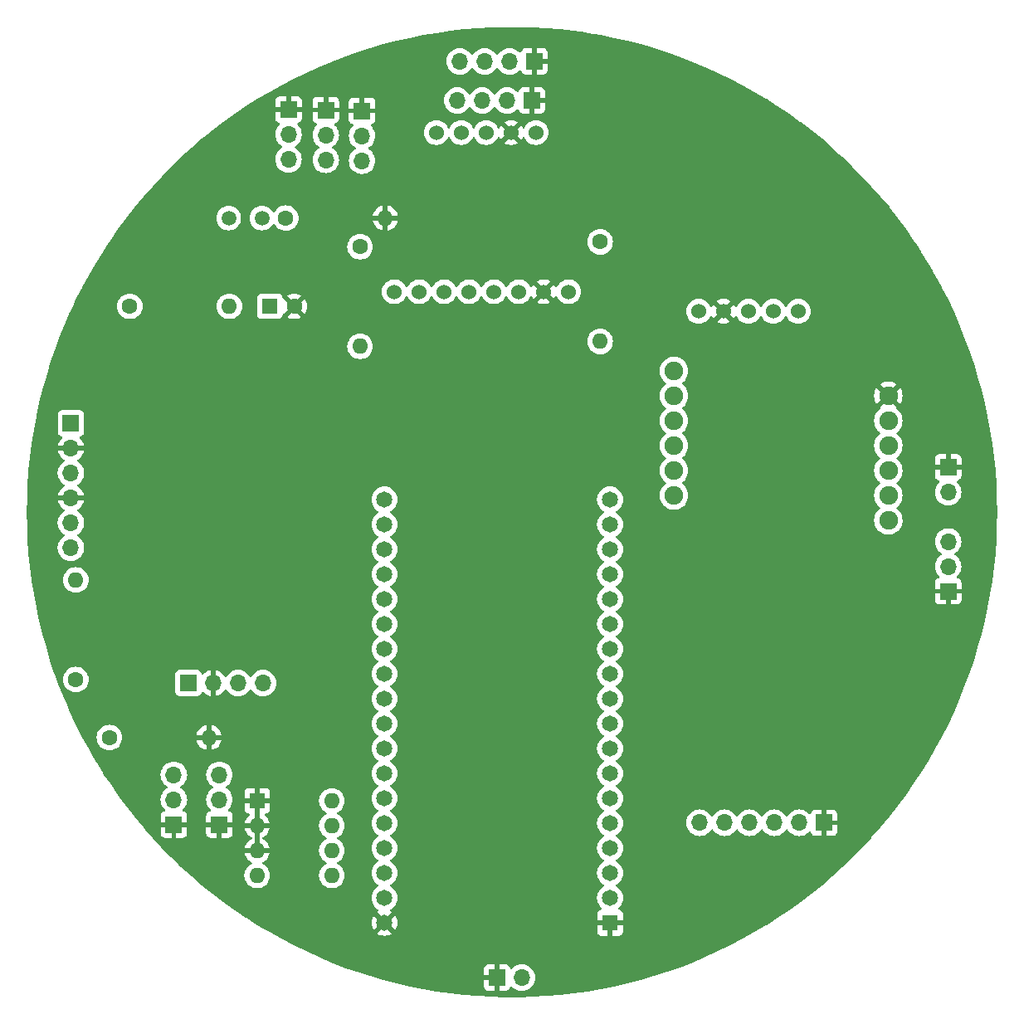
<source format=gbr>
%TF.GenerationSoftware,KiCad,Pcbnew,8.0.4*%
%TF.CreationDate,2024-10-11T13:15:18-06:00*%
%TF.ProjectId,cansat,63616e73-6174-42e6-9b69-6361645f7063,rev?*%
%TF.SameCoordinates,Original*%
%TF.FileFunction,Copper,L2,Inr*%
%TF.FilePolarity,Positive*%
%FSLAX46Y46*%
G04 Gerber Fmt 4.6, Leading zero omitted, Abs format (unit mm)*
G04 Created by KiCad (PCBNEW 8.0.4) date 2024-10-11 13:15:18*
%MOMM*%
%LPD*%
G01*
G04 APERTURE LIST*
%TA.AperFunction,ComponentPad*%
%ADD10C,1.524000*%
%TD*%
%TA.AperFunction,ComponentPad*%
%ADD11R,1.700000X1.700000*%
%TD*%
%TA.AperFunction,ComponentPad*%
%ADD12O,1.700000X1.700000*%
%TD*%
%TA.AperFunction,ComponentPad*%
%ADD13R,1.600000X1.600000*%
%TD*%
%TA.AperFunction,ComponentPad*%
%ADD14O,1.600000X1.600000*%
%TD*%
%TA.AperFunction,ComponentPad*%
%ADD15C,1.600000*%
%TD*%
%TA.AperFunction,ComponentPad*%
%ADD16C,1.650000*%
%TD*%
%TA.AperFunction,ComponentPad*%
%ADD17R,1.650000X1.650000*%
%TD*%
%TA.AperFunction,ComponentPad*%
%ADD18C,1.500000*%
%TD*%
%TA.AperFunction,ComponentPad*%
%ADD19C,1.900000*%
%TD*%
%TA.AperFunction,ViaPad*%
%ADD20C,0.600000*%
%TD*%
%TA.AperFunction,ViaPad*%
%ADD21C,0.500000*%
%TD*%
G04 APERTURE END LIST*
D10*
%TO.N,+5V*%
%TO.C,U8*%
X167547000Y-65523000D03*
%TO.N,GND*%
X170087000Y-65523000D03*
%TO.N,/SCL*%
X172627000Y-65523000D03*
%TO.N,/SDA*%
X175167000Y-65523000D03*
%TO.N,N/C*%
X177707000Y-65523000D03*
%TD*%
D11*
%TO.N,GND*%
%TO.C,J17*%
X118650000Y-117880000D03*
D12*
%TO.N,+5V*%
X118650000Y-115340000D03*
%TO.N,/DIO-EXTRA-2*%
X118650000Y-112800000D03*
%TD*%
D13*
%TO.N,GND*%
%TO.C,SW1*%
X122500000Y-115460000D03*
D14*
X122500000Y-118000000D03*
X122500000Y-120540000D03*
%TO.N,unconnected-(SW1-Pad4)*%
X122500000Y-123080000D03*
%TO.N,unconnected-(SW1-Pad5)*%
X130120000Y-123080000D03*
%TO.N,/DS-POS3*%
X130120000Y-120540000D03*
%TO.N,/DS-POS2*%
X130120000Y-118000000D03*
%TO.N,/DS-POS1*%
X130120000Y-115460000D03*
%TD*%
D15*
%TO.N,+5V*%
%TO.C,R5*%
X109500000Y-65000000D03*
D14*
%TO.N,Net-(U7-LED+)*%
X119660000Y-65000000D03*
%TD*%
D11*
%TO.N,Net-(U7-LED+)*%
%TO.C,U7*%
X103500000Y-76920000D03*
D12*
%TO.N,GND*%
X103500000Y-79460000D03*
%TO.N,/LED-GP2Y10*%
X103500000Y-82000000D03*
%TO.N,GND*%
X103500000Y-84540000D03*
%TO.N,Net-(U7-VOUT)*%
X103500000Y-87080000D03*
%TO.N,+5V*%
X103500000Y-89620000D03*
%TD*%
D15*
%TO.N,+5V*%
%TO.C,R4*%
X157500000Y-58420000D03*
D14*
%TO.N,/SCL*%
X157500000Y-68580000D03*
%TD*%
D15*
%TO.N,+5V*%
%TO.C,R3*%
X133000000Y-58920000D03*
D14*
%TO.N,/SDA*%
X133000000Y-69080000D03*
%TD*%
D16*
%TO.N,GND*%
%TO.C,U1*%
X135490000Y-127900000D03*
%TO.N,+3.3V*%
X135490000Y-125360000D03*
X135490000Y-122820000D03*
%TO.N,/DS-POS3*%
X135490000Y-120280000D03*
%TO.N,/DS-POS2*%
X135490000Y-117740000D03*
%TO.N,/DS-POS1*%
X135490000Y-115200000D03*
%TO.N,/SCL*%
X135490000Y-112660000D03*
%TO.N,/SDA*%
X135490000Y-110120000D03*
%TO.N,/VOUT-GP2Y10*%
X135490000Y-107580000D03*
%TO.N,/DIO-EXTRA-2*%
X135490000Y-105040000D03*
%TO.N,/GPS-TX-TO-RX-LORA*%
X135490000Y-102500000D03*
%TO.N,/GPS-RX-TO-TX-LORA*%
X135490000Y-99960000D03*
%TO.N,/DIO-EXTRA-1*%
X135490000Y-97420000D03*
%TO.N,/ADC-EXTRA-3*%
X135490000Y-94880000D03*
%TO.N,/ADC-EXTRA-2*%
X135490000Y-92340000D03*
%TO.N,/ADC-EXTRA-1*%
X135490000Y-89800000D03*
%TO.N,/LED-GP2Y10*%
X135490000Y-87260000D03*
%TO.N,/PHOTORESISTOR*%
X135490000Y-84720000D03*
D17*
%TO.N,GND*%
X158510000Y-127900000D03*
D16*
%TO.N,+5V*%
X158510000Y-125360000D03*
%TO.N,unconnected-(U1-VE-Pad21)*%
X158510000Y-122820000D03*
%TO.N,unconnected-(U1-VE-Pad22)*%
X158510000Y-120280000D03*
%TO.N,unconnected-(U1-RX0-Pad23)*%
X158510000Y-117740000D03*
%TO.N,unconnected-(U1-TX0-Pad24)*%
X158510000Y-115200000D03*
%TO.N,unconnected-(U1-RST-Pad25)*%
X158510000Y-112660000D03*
%TO.N,unconnected-(U1-GPIO0-Pad26)*%
X158510000Y-110120000D03*
%TO.N,/CS-MICROSD*%
X158510000Y-107580000D03*
%TO.N,/SCK*%
X158510000Y-105040000D03*
%TO.N,/MOSI*%
X158510000Y-102500000D03*
%TO.N,/MISO*%
X158510000Y-99960000D03*
%TO.N,/GSM-RX-TO-TX-LORA*%
X158510000Y-97420000D03*
%TO.N,/GSM-TX-TO-RX-LORA*%
X158510000Y-94880000D03*
%TO.N,/DIO-EXTRA-3*%
X158510000Y-92340000D03*
%TO.N,unconnected-(U1-GPIO20-Pad35)*%
X158510000Y-89800000D03*
%TO.N,unconnected-(U1-GPIO19-Pad36)*%
X158510000Y-87260000D03*
%TO.N,N/C*%
X158510000Y-84720000D03*
%TD*%
D10*
%TO.N,+5V*%
%TO.C,U6*%
X154263000Y-63515000D03*
%TO.N,GND*%
X151723000Y-63515000D03*
%TO.N,/SCL*%
X149183000Y-63515000D03*
%TO.N,/SDA*%
X146643000Y-63515000D03*
%TO.N,unconnected-(U6-XDA-Pad5)*%
X144103000Y-63515000D03*
%TO.N,unconnected-(U6-XCL-Pad6)*%
X141563000Y-63515000D03*
%TO.N,unconnected-(U6-AD0-Pad7)*%
X139023000Y-63515000D03*
%TO.N,unconnected-(U6-INT-Pad8)*%
X136483000Y-63515000D03*
%TD*%
D11*
%TO.N,GND*%
%TO.C,J1*%
X146960000Y-133500000D03*
D12*
%TO.N,+5V*%
X149500000Y-133500000D03*
%TD*%
D11*
%TO.N,GND*%
%TO.C,J10*%
X129500000Y-44975000D03*
D12*
%TO.N,+3.3V*%
X129500000Y-47515000D03*
%TO.N,/ADC-EXTRA-2*%
X129500000Y-50055000D03*
%TD*%
D13*
%TO.N,Net-(U7-LED+)*%
%TO.C,C1*%
X123794888Y-65000000D03*
D15*
%TO.N,GND*%
X126294888Y-65000000D03*
%TD*%
D11*
%TO.N,GND*%
%TO.C,J2*%
X193000000Y-81425000D03*
D12*
%TO.N,+BATT*%
X193000000Y-83965000D03*
%TD*%
D15*
%TO.N,/PHOTORESISTOR*%
%TO.C,R2*%
X125420000Y-56000000D03*
D14*
%TO.N,GND*%
X135580000Y-56000000D03*
%TD*%
D15*
%TO.N,/VOUT-GP2Y10*%
%TO.C,R6*%
X104000000Y-103080000D03*
D14*
%TO.N,Net-(U7-VOUT)*%
X104000000Y-92920000D03*
%TD*%
D11*
%TO.N,+5V*%
%TO.C,U3*%
X115470000Y-103450000D03*
D12*
%TO.N,GND*%
X118010000Y-103450000D03*
%TO.N,/GPS-RX-TO-TX-LORA*%
X120550000Y-103450000D03*
%TO.N,/GPS-TX-TO-RX-LORA*%
X123090000Y-103450000D03*
%TD*%
D10*
%TO.N,+5V*%
%TO.C,U5*%
X150953000Y-47277000D03*
%TO.N,GND*%
X148413000Y-47277000D03*
%TO.N,/SCL*%
X145873000Y-47277000D03*
%TO.N,/SDA*%
X143333000Y-47277000D03*
%TO.N,N/C*%
X140793000Y-47277000D03*
%TD*%
D11*
%TO.N,GND*%
%TO.C,J7*%
X150800000Y-40000000D03*
D12*
%TO.N,+5V*%
X148260000Y-40000000D03*
%TO.N,/SCL*%
X145720000Y-40000000D03*
%TO.N,/SDA*%
X143180000Y-40000000D03*
%TD*%
D11*
%TO.N,GND*%
%TO.C,J16*%
X193000000Y-94080000D03*
D12*
%TO.N,+5V*%
X193000000Y-91540000D03*
%TO.N,/DIO-EXTRA-3*%
X193000000Y-89000000D03*
%TD*%
D18*
%TO.N,+3.3V*%
%TO.C,R1*%
X119600000Y-56000000D03*
%TO.N,/PHOTORESISTOR*%
X123000000Y-56000000D03*
%TD*%
D11*
%TO.N,GND*%
%TO.C,J18*%
X114000000Y-117880000D03*
D12*
%TO.N,+5V*%
X114000000Y-115340000D03*
%TO.N,/DIO-EXTRA-1*%
X114000000Y-112800000D03*
%TD*%
D19*
%TO.N,unconnected-(U4-NET-Pad1)*%
%TO.C,U4*%
X186900000Y-86840000D03*
%TO.N,+BATT*%
X186900000Y-84300000D03*
%TO.N,unconnected-(U4-RST-Pad3)*%
X186900000Y-81760000D03*
%TO.N,/GSM-RX-TO-TX-LORA*%
X186900000Y-79220000D03*
%TO.N,/GSM-TX-TO-RX-LORA*%
X186900000Y-76680000D03*
%TO.N,GND*%
X186900000Y-74140000D03*
%TO.N,unconnected-(U4-SPK--Pad7)*%
X165030000Y-71600000D03*
%TO.N,unconnected-(U4-SPK+-Pad8)*%
X165030000Y-74140000D03*
%TO.N,unconnected-(U4-MIC--Pad9)*%
X165030000Y-76680000D03*
%TO.N,unconnected-(U4-MIC+-Pad10)*%
X165030000Y-79220000D03*
%TO.N,unconnected-(U4-DTR-Pad11)*%
X165030000Y-81760000D03*
%TO.N,unconnected-(U4-RING-Pad12)*%
X165030000Y-84300000D03*
%TD*%
D15*
%TO.N,/VOUT-GP2Y10*%
%TO.C,R7*%
X107420000Y-109000000D03*
D14*
%TO.N,GND*%
X117580000Y-109000000D03*
%TD*%
D11*
%TO.N,GND*%
%TO.C,J9*%
X133200000Y-45060000D03*
D12*
%TO.N,+5V*%
X133200000Y-47600000D03*
%TO.N,/ADC-EXTRA-1*%
X133200000Y-50140000D03*
%TD*%
D11*
%TO.N,GND*%
%TO.C,J8*%
X150540000Y-44000000D03*
D12*
%TO.N,+5V*%
X148000000Y-44000000D03*
%TO.N,/SCL*%
X145460000Y-44000000D03*
%TO.N,/SDA*%
X142920000Y-44000000D03*
%TD*%
D11*
%TO.N,GND*%
%TO.C,J11*%
X125700000Y-44920000D03*
D12*
%TO.N,+3.3V*%
X125700000Y-47460000D03*
%TO.N,/ADC-EXTRA-3*%
X125700000Y-50000000D03*
%TD*%
D11*
%TO.N,GND*%
%TO.C,U2*%
X180350000Y-117700000D03*
D12*
%TO.N,+5V*%
X177810000Y-117700000D03*
%TO.N,/MISO*%
X175270000Y-117700000D03*
%TO.N,/MOSI*%
X172730000Y-117700000D03*
%TO.N,/SCK*%
X170190000Y-117700000D03*
%TO.N,/CS-MICROSD*%
X167650000Y-117700000D03*
%TD*%
D20*
%TO.N,GND*%
X168400000Y-51900000D03*
D21*
X162100000Y-103700000D03*
X119000000Y-76000000D03*
X178500000Y-98600000D03*
X166000000Y-126000000D03*
X146000000Y-56000000D03*
X123000000Y-60000000D03*
X126000000Y-118000000D03*
X144000000Y-42000000D03*
X152000000Y-117000000D03*
X142000000Y-93000000D03*
X113000000Y-69000000D03*
X148000000Y-84000000D03*
X107000000Y-105000000D03*
X173900000Y-110500000D03*
X151000000Y-106000000D03*
X111000000Y-88000000D03*
X147000000Y-42000000D03*
X160000000Y-77000000D03*
X112000000Y-110000000D03*
X163300000Y-98800000D03*
X107000000Y-101000000D03*
X148000000Y-74000000D03*
X144400000Y-45500000D03*
X117000000Y-93000000D03*
X128600000Y-76800000D03*
X122100000Y-108900000D03*
X124000000Y-110000000D03*
X191000000Y-80000000D03*
X166200000Y-95100000D03*
X133000000Y-117000000D03*
X124000000Y-88000000D03*
X162100000Y-106300000D03*
X144700000Y-104800000D03*
X125000000Y-129000000D03*
X133000000Y-122000000D03*
X168000000Y-84000000D03*
X154000000Y-98000000D03*
X133000000Y-119000000D03*
X168700000Y-113100000D03*
X112000000Y-59000000D03*
X130600000Y-82500000D03*
X117000000Y-116000000D03*
X131000000Y-101000000D03*
X170000000Y-46000000D03*
X160000000Y-48000000D03*
X171300000Y-112300000D03*
X167000000Y-72000000D03*
X141000000Y-116000000D03*
X108000000Y-80000000D03*
X148000000Y-94000000D03*
X162200000Y-101000000D03*
X125000000Y-94000000D03*
X142000000Y-133000000D03*
X100000000Y-81000000D03*
X126000000Y-121000000D03*
X106000000Y-69000000D03*
X100000000Y-94000000D03*
X143000000Y-86000000D03*
X133000000Y-113000000D03*
X180200000Y-82100000D03*
X172000000Y-88600000D03*
%TD*%
%TA.AperFunction,Conductor*%
%TO.N,GND*%
G36*
X122750000Y-120224314D02*
G01*
X122745606Y-120219920D01*
X122654394Y-120167259D01*
X122552661Y-120140000D01*
X122447339Y-120140000D01*
X122345606Y-120167259D01*
X122254394Y-120219920D01*
X122250000Y-120224314D01*
X122250000Y-118315686D01*
X122254394Y-118320080D01*
X122345606Y-118372741D01*
X122447339Y-118400000D01*
X122552661Y-118400000D01*
X122654394Y-118372741D01*
X122745606Y-118320080D01*
X122750000Y-118315686D01*
X122750000Y-120224314D01*
G37*
%TD.AperFunction*%
%TA.AperFunction,Conductor*%
G36*
X122750000Y-117684314D02*
G01*
X122745606Y-117679920D01*
X122654394Y-117627259D01*
X122552661Y-117600000D01*
X122447339Y-117600000D01*
X122345606Y-117627259D01*
X122254394Y-117679920D01*
X122250000Y-117684314D01*
X122250000Y-115775686D01*
X122254394Y-115780080D01*
X122345606Y-115832741D01*
X122447339Y-115860000D01*
X122552661Y-115860000D01*
X122654394Y-115832741D01*
X122745606Y-115780080D01*
X122750000Y-115775686D01*
X122750000Y-117684314D01*
G37*
%TD.AperFunction*%
%TA.AperFunction,Conductor*%
G36*
X149202226Y-36505506D02*
G01*
X150599094Y-36545052D01*
X150602544Y-36545198D01*
X151997767Y-36624260D01*
X152001207Y-36624503D01*
X153299262Y-36734984D01*
X153393616Y-36743015D01*
X153397111Y-36743362D01*
X154785626Y-36901231D01*
X154789021Y-36901666D01*
X156100668Y-37088531D01*
X156172493Y-37098764D01*
X156175963Y-37099308D01*
X157553323Y-37335480D01*
X157556677Y-37336105D01*
X158926816Y-37611162D01*
X158930181Y-37611887D01*
X160291992Y-37925610D01*
X160295353Y-37926434D01*
X161647730Y-38278565D01*
X161651022Y-38279472D01*
X162807811Y-38615905D01*
X162992913Y-38669740D01*
X162996268Y-38670768D01*
X164326479Y-39098821D01*
X164329805Y-39099943D01*
X165647424Y-39565487D01*
X165650670Y-39566686D01*
X166954594Y-40069334D01*
X166957819Y-40070630D01*
X167984124Y-40500000D01*
X168246962Y-40609962D01*
X168250180Y-40611362D01*
X169494952Y-41174035D01*
X169523526Y-41186951D01*
X169526700Y-41188439D01*
X170783292Y-41799853D01*
X170786412Y-41801426D01*
X172025181Y-42448147D01*
X172028268Y-42449815D01*
X173248245Y-43131335D01*
X173251252Y-43133071D01*
X174451466Y-43848849D01*
X174454384Y-43850645D01*
X175422698Y-44465925D01*
X175633883Y-44600115D01*
X175636812Y-44602035D01*
X176794615Y-45384574D01*
X176797433Y-45386537D01*
X177902506Y-46179901D01*
X177932616Y-46201518D01*
X177935434Y-46203602D01*
X178976157Y-46996344D01*
X179047093Y-47050377D01*
X179049843Y-47052535D01*
X180137094Y-47930427D01*
X180139759Y-47932641D01*
X181171219Y-48814855D01*
X181201712Y-48840936D01*
X181204339Y-48843247D01*
X181887824Y-49462171D01*
X182240205Y-49781267D01*
X182242772Y-49783659D01*
X183251656Y-50750596D01*
X183254113Y-50753018D01*
X184235227Y-51748115D01*
X184237656Y-51750649D01*
X185190216Y-52773112D01*
X185192571Y-52775713D01*
X186115801Y-53824706D01*
X186118075Y-53827365D01*
X186984490Y-54869865D01*
X187011261Y-54902076D01*
X187013456Y-54904795D01*
X187875853Y-56004331D01*
X187877980Y-56007122D01*
X188708958Y-57130678D01*
X188711004Y-57133529D01*
X189509817Y-58280099D01*
X189511782Y-58283007D01*
X189780722Y-58693313D01*
X190257067Y-59420047D01*
X190277813Y-59451697D01*
X190279687Y-59454645D01*
X190434228Y-59705635D01*
X191012389Y-60644630D01*
X191014186Y-60647644D01*
X191427341Y-61363248D01*
X191546450Y-61569552D01*
X191712879Y-61857814D01*
X191714581Y-61860860D01*
X192015499Y-62417898D01*
X192378776Y-63090372D01*
X192380400Y-63093483D01*
X193009519Y-64341266D01*
X193011054Y-64344421D01*
X193604603Y-65609493D01*
X193606049Y-65612691D01*
X194163581Y-66894100D01*
X194164935Y-66897338D01*
X194685949Y-68193931D01*
X194687212Y-68197205D01*
X195171355Y-69508105D01*
X195172524Y-69511414D01*
X195387868Y-70149500D01*
X195575688Y-70706033D01*
X195619366Y-70835454D01*
X195620441Y-70838795D01*
X196029634Y-72174952D01*
X196030614Y-72178322D01*
X196401833Y-73525528D01*
X196402717Y-73528924D01*
X196735658Y-74886079D01*
X196736446Y-74889499D01*
X197030851Y-76255541D01*
X197031542Y-76258982D01*
X197287173Y-77632816D01*
X197287766Y-77636274D01*
X197504417Y-79016793D01*
X197504912Y-79020268D01*
X197682409Y-80406372D01*
X197682805Y-80409859D01*
X197821001Y-81800387D01*
X197821299Y-81803883D01*
X197920096Y-83197832D01*
X197920294Y-83201336D01*
X197979600Y-84597443D01*
X197979700Y-84600951D01*
X197999475Y-85998245D01*
X197999475Y-86001755D01*
X197979700Y-87399048D01*
X197979600Y-87402556D01*
X197920294Y-88798663D01*
X197920096Y-88802167D01*
X197821299Y-90196116D01*
X197821001Y-90199612D01*
X197682805Y-91590140D01*
X197682409Y-91593627D01*
X197504912Y-92979731D01*
X197504417Y-92983206D01*
X197287766Y-94363725D01*
X197287173Y-94367183D01*
X197031542Y-95741017D01*
X197030851Y-95744458D01*
X196736446Y-97110500D01*
X196735658Y-97113920D01*
X196402717Y-98471075D01*
X196401833Y-98474471D01*
X196030614Y-99821677D01*
X196029634Y-99825047D01*
X195620441Y-101161204D01*
X195619366Y-101164545D01*
X195172524Y-102488585D01*
X195171355Y-102491894D01*
X194687212Y-103802794D01*
X194685949Y-103806068D01*
X194164935Y-105102661D01*
X194163581Y-105105899D01*
X193606049Y-106387308D01*
X193604603Y-106390506D01*
X193011054Y-107655578D01*
X193009519Y-107658733D01*
X192380400Y-108906516D01*
X192378776Y-108909627D01*
X191714591Y-110139121D01*
X191712879Y-110142185D01*
X191014186Y-111352355D01*
X191012389Y-111355369D01*
X190279696Y-112545340D01*
X190277813Y-112548302D01*
X189511782Y-113716992D01*
X189509817Y-113719900D01*
X188711004Y-114866470D01*
X188708958Y-114869321D01*
X187877980Y-115992877D01*
X187875853Y-115995668D01*
X187013466Y-117095192D01*
X187011261Y-117097923D01*
X186118082Y-118172626D01*
X186115801Y-118175293D01*
X185192571Y-119224286D01*
X185190216Y-119226887D01*
X184237656Y-120249350D01*
X184235227Y-120251884D01*
X183254134Y-121246960D01*
X183251635Y-121249424D01*
X182242772Y-122216340D01*
X182240205Y-122218732D01*
X181204347Y-123156745D01*
X181201712Y-123159063D01*
X180139776Y-124067343D01*
X180137077Y-124069586D01*
X179049854Y-124947456D01*
X179047093Y-124949622D01*
X177935438Y-125796394D01*
X177932616Y-125798481D01*
X176797464Y-126613440D01*
X176794585Y-126615446D01*
X175636818Y-127397960D01*
X175633883Y-127399884D01*
X174454419Y-128149332D01*
X174451430Y-128151172D01*
X173251268Y-128866918D01*
X173248229Y-128868673D01*
X172028268Y-129550184D01*
X172025181Y-129551852D01*
X170786412Y-130198573D01*
X170783278Y-130200153D01*
X169526703Y-130811558D01*
X169523526Y-130813048D01*
X168250180Y-131388637D01*
X168246962Y-131390037D01*
X166957835Y-131929362D01*
X166954578Y-131930671D01*
X165650693Y-132433304D01*
X165647401Y-132434520D01*
X164329804Y-132900056D01*
X164326479Y-132901178D01*
X162996268Y-133329231D01*
X162992913Y-133330259D01*
X161651067Y-133720514D01*
X161647683Y-133721446D01*
X160295376Y-134073559D01*
X160291968Y-134074395D01*
X158930214Y-134388105D01*
X158926783Y-134388844D01*
X157556725Y-134663885D01*
X157553275Y-134664527D01*
X156175960Y-134900691D01*
X156172493Y-134901235D01*
X154789064Y-135098327D01*
X154785583Y-135098773D01*
X153397108Y-135256637D01*
X153393616Y-135256984D01*
X152001238Y-135375493D01*
X151997737Y-135375741D01*
X150602572Y-135454799D01*
X150599066Y-135454948D01*
X149202226Y-135494494D01*
X149198717Y-135494544D01*
X147801283Y-135494544D01*
X147797774Y-135494494D01*
X146400933Y-135454948D01*
X146397427Y-135454799D01*
X145002262Y-135375741D01*
X144998761Y-135375493D01*
X143606383Y-135256984D01*
X143602891Y-135256637D01*
X142214416Y-135098773D01*
X142210935Y-135098327D01*
X140827506Y-134901235D01*
X140824039Y-134900691D01*
X139446724Y-134664527D01*
X139443274Y-134663885D01*
X138073216Y-134388844D01*
X138069785Y-134388105D01*
X136708031Y-134074395D01*
X136704623Y-134073559D01*
X135352316Y-133721446D01*
X135348932Y-133720514D01*
X134007086Y-133330259D01*
X134003731Y-133329231D01*
X132673520Y-132901178D01*
X132670195Y-132900056D01*
X131827052Y-132602155D01*
X145610000Y-132602155D01*
X145610000Y-133250000D01*
X146526988Y-133250000D01*
X146494075Y-133307007D01*
X146460000Y-133434174D01*
X146460000Y-133565826D01*
X146494075Y-133692993D01*
X146526988Y-133750000D01*
X145610000Y-133750000D01*
X145610000Y-134397844D01*
X145616401Y-134457372D01*
X145616403Y-134457379D01*
X145666645Y-134592086D01*
X145666649Y-134592093D01*
X145752809Y-134707187D01*
X145752812Y-134707190D01*
X145867906Y-134793350D01*
X145867913Y-134793354D01*
X146002620Y-134843596D01*
X146002627Y-134843598D01*
X146062155Y-134849999D01*
X146062172Y-134850000D01*
X146710000Y-134850000D01*
X146710000Y-133933012D01*
X146767007Y-133965925D01*
X146894174Y-134000000D01*
X147025826Y-134000000D01*
X147152993Y-133965925D01*
X147210000Y-133933012D01*
X147210000Y-134850000D01*
X147857828Y-134850000D01*
X147857844Y-134849999D01*
X147917372Y-134843598D01*
X147917379Y-134843596D01*
X148052086Y-134793354D01*
X148052093Y-134793350D01*
X148167187Y-134707190D01*
X148167190Y-134707187D01*
X148253350Y-134592093D01*
X148253354Y-134592086D01*
X148302422Y-134460529D01*
X148344293Y-134404595D01*
X148409757Y-134380178D01*
X148478030Y-134395030D01*
X148506285Y-134416181D01*
X148628599Y-134538495D01*
X148705135Y-134592086D01*
X148822165Y-134674032D01*
X148822167Y-134674033D01*
X148822170Y-134674035D01*
X149036337Y-134773903D01*
X149264592Y-134835063D01*
X149435319Y-134850000D01*
X149499999Y-134855659D01*
X149500000Y-134855659D01*
X149500001Y-134855659D01*
X149564681Y-134850000D01*
X149735408Y-134835063D01*
X149963663Y-134773903D01*
X150177830Y-134674035D01*
X150371401Y-134538495D01*
X150538495Y-134371401D01*
X150674035Y-134177830D01*
X150773903Y-133963663D01*
X150835063Y-133735408D01*
X150855659Y-133500000D01*
X150835063Y-133264592D01*
X150773903Y-133036337D01*
X150674035Y-132822171D01*
X150561160Y-132660967D01*
X150538494Y-132628597D01*
X150371402Y-132461506D01*
X150371395Y-132461501D01*
X150177834Y-132325967D01*
X150177830Y-132325965D01*
X150106727Y-132292809D01*
X149963663Y-132226097D01*
X149963659Y-132226096D01*
X149963655Y-132226094D01*
X149735413Y-132164938D01*
X149735403Y-132164936D01*
X149500001Y-132144341D01*
X149499999Y-132144341D01*
X149264596Y-132164936D01*
X149264586Y-132164938D01*
X149036344Y-132226094D01*
X149036335Y-132226098D01*
X148822171Y-132325964D01*
X148822169Y-132325965D01*
X148628600Y-132461503D01*
X148506284Y-132583819D01*
X148444961Y-132617303D01*
X148375269Y-132612319D01*
X148319336Y-132570447D01*
X148302421Y-132539470D01*
X148253354Y-132407913D01*
X148253350Y-132407906D01*
X148167190Y-132292812D01*
X148167187Y-132292809D01*
X148052093Y-132206649D01*
X148052086Y-132206645D01*
X147917379Y-132156403D01*
X147917372Y-132156401D01*
X147857844Y-132150000D01*
X147210000Y-132150000D01*
X147210000Y-133066988D01*
X147152993Y-133034075D01*
X147025826Y-133000000D01*
X146894174Y-133000000D01*
X146767007Y-133034075D01*
X146710000Y-133066988D01*
X146710000Y-132150000D01*
X146062155Y-132150000D01*
X146002627Y-132156401D01*
X146002620Y-132156403D01*
X145867913Y-132206645D01*
X145867906Y-132206649D01*
X145752812Y-132292809D01*
X145752809Y-132292812D01*
X145666649Y-132407906D01*
X145666645Y-132407913D01*
X145616403Y-132542620D01*
X145616401Y-132542627D01*
X145610000Y-132602155D01*
X131827052Y-132602155D01*
X131352598Y-132434520D01*
X131349306Y-132433304D01*
X130045421Y-131930671D01*
X130042164Y-131929362D01*
X128753037Y-131390037D01*
X128749819Y-131388637D01*
X127476473Y-130813048D01*
X127473296Y-130811558D01*
X126216721Y-130200153D01*
X126213587Y-130198573D01*
X124974818Y-129551852D01*
X124971731Y-129550184D01*
X123751770Y-128868673D01*
X123748731Y-128866918D01*
X123242526Y-128565030D01*
X122548553Y-128151162D01*
X122545596Y-128149342D01*
X121366116Y-127399884D01*
X121363181Y-127397960D01*
X120482942Y-126803022D01*
X120205398Y-126615435D01*
X120202535Y-126613440D01*
X120198189Y-126610320D01*
X119383291Y-126025281D01*
X119067383Y-125798481D01*
X119064561Y-125796394D01*
X117952906Y-124949622D01*
X117950145Y-124947456D01*
X117637136Y-124694719D01*
X116862912Y-124069578D01*
X116860223Y-124067343D01*
X116749101Y-123972300D01*
X115798284Y-123159060D01*
X115795652Y-123156745D01*
X115710899Y-123079998D01*
X121194532Y-123079998D01*
X121194532Y-123080001D01*
X121214364Y-123306686D01*
X121214366Y-123306697D01*
X121273258Y-123526488D01*
X121273261Y-123526497D01*
X121369431Y-123732732D01*
X121369432Y-123732734D01*
X121499954Y-123919141D01*
X121660858Y-124080045D01*
X121660861Y-124080047D01*
X121847266Y-124210568D01*
X122053504Y-124306739D01*
X122273308Y-124365635D01*
X122435230Y-124379801D01*
X122499998Y-124385468D01*
X122500000Y-124385468D01*
X122500002Y-124385468D01*
X122556673Y-124380509D01*
X122726692Y-124365635D01*
X122946496Y-124306739D01*
X123152734Y-124210568D01*
X123339139Y-124080047D01*
X123500047Y-123919139D01*
X123630568Y-123732734D01*
X123726739Y-123526496D01*
X123785635Y-123306692D01*
X123805468Y-123080000D01*
X123785635Y-122853308D01*
X123726739Y-122633504D01*
X123630568Y-122427266D01*
X123500047Y-122240861D01*
X123500045Y-122240858D01*
X123339141Y-122079954D01*
X123152734Y-121949432D01*
X123152732Y-121949431D01*
X123094725Y-121922382D01*
X123094132Y-121922105D01*
X123041694Y-121875934D01*
X123022542Y-121808740D01*
X123042758Y-121741859D01*
X123094134Y-121697341D01*
X123152484Y-121670132D01*
X123338820Y-121539657D01*
X123499657Y-121378820D01*
X123630134Y-121192482D01*
X123726265Y-120986326D01*
X123726269Y-120986317D01*
X123778872Y-120790000D01*
X122815686Y-120790000D01*
X122820080Y-120785606D01*
X122872741Y-120694394D01*
X122900000Y-120592661D01*
X122900000Y-120487339D01*
X122872741Y-120385606D01*
X122820080Y-120294394D01*
X122815686Y-120290000D01*
X123778872Y-120290000D01*
X123778872Y-120289999D01*
X123726269Y-120093682D01*
X123726265Y-120093673D01*
X123630134Y-119887517D01*
X123499657Y-119701179D01*
X123338820Y-119540342D01*
X123152481Y-119409865D01*
X123152479Y-119409864D01*
X123093543Y-119382382D01*
X123041103Y-119336210D01*
X123021951Y-119269017D01*
X123042166Y-119202136D01*
X123093543Y-119157618D01*
X123152479Y-119130135D01*
X123152481Y-119130134D01*
X123338820Y-118999657D01*
X123499657Y-118838820D01*
X123630134Y-118652482D01*
X123726265Y-118446326D01*
X123726269Y-118446317D01*
X123778872Y-118250000D01*
X122815686Y-118250000D01*
X122820080Y-118245606D01*
X122872741Y-118154394D01*
X122900000Y-118052661D01*
X122900000Y-117947339D01*
X122872741Y-117845606D01*
X122820080Y-117754394D01*
X122815686Y-117750000D01*
X123778872Y-117750000D01*
X123778872Y-117749999D01*
X123726269Y-117553682D01*
X123726265Y-117553673D01*
X123630134Y-117347517D01*
X123499657Y-117161179D01*
X123338818Y-117000340D01*
X123313153Y-116982369D01*
X123269529Y-116927792D01*
X123262337Y-116858293D01*
X123293860Y-116795939D01*
X123354090Y-116760526D01*
X123371024Y-116757505D01*
X123407379Y-116753596D01*
X123542086Y-116703354D01*
X123542093Y-116703350D01*
X123657187Y-116617190D01*
X123657190Y-116617187D01*
X123743350Y-116502093D01*
X123743354Y-116502086D01*
X123793596Y-116367379D01*
X123793598Y-116367372D01*
X123799999Y-116307844D01*
X123800000Y-116307827D01*
X123800000Y-115710000D01*
X122815686Y-115710000D01*
X122820080Y-115705606D01*
X122872741Y-115614394D01*
X122900000Y-115512661D01*
X122900000Y-115459998D01*
X128814532Y-115459998D01*
X128814532Y-115460001D01*
X128834364Y-115686686D01*
X128834366Y-115686697D01*
X128893258Y-115906488D01*
X128893261Y-115906497D01*
X128989431Y-116112732D01*
X128989432Y-116112734D01*
X129119954Y-116299141D01*
X129280858Y-116460045D01*
X129280861Y-116460047D01*
X129467266Y-116590568D01*
X129524357Y-116617190D01*
X129525275Y-116617618D01*
X129577714Y-116663791D01*
X129596866Y-116730984D01*
X129576650Y-116797865D01*
X129525275Y-116842382D01*
X129467267Y-116869431D01*
X129467265Y-116869432D01*
X129280858Y-116999954D01*
X129119954Y-117160858D01*
X128989432Y-117347265D01*
X128989431Y-117347267D01*
X128893261Y-117553502D01*
X128893258Y-117553511D01*
X128834366Y-117773302D01*
X128834364Y-117773313D01*
X128814532Y-117999998D01*
X128814532Y-118000001D01*
X128834364Y-118226686D01*
X128834366Y-118226697D01*
X128893258Y-118446488D01*
X128893261Y-118446497D01*
X128989431Y-118652732D01*
X128989432Y-118652734D01*
X129119954Y-118839141D01*
X129280858Y-119000045D01*
X129280861Y-119000047D01*
X129467266Y-119130568D01*
X129525275Y-119157618D01*
X129577714Y-119203791D01*
X129596866Y-119270984D01*
X129576650Y-119337865D01*
X129525275Y-119382382D01*
X129467267Y-119409431D01*
X129467265Y-119409432D01*
X129280858Y-119539954D01*
X129119954Y-119700858D01*
X128989432Y-119887265D01*
X128989431Y-119887267D01*
X128893261Y-120093502D01*
X128893258Y-120093511D01*
X128834366Y-120313302D01*
X128834364Y-120313313D01*
X128814532Y-120539998D01*
X128814532Y-120540001D01*
X128834364Y-120766686D01*
X128834366Y-120766697D01*
X128893258Y-120986488D01*
X128893261Y-120986497D01*
X128989431Y-121192732D01*
X128989432Y-121192734D01*
X129119954Y-121379141D01*
X129280858Y-121540045D01*
X129280861Y-121540047D01*
X129467266Y-121670568D01*
X129524681Y-121697341D01*
X129525275Y-121697618D01*
X129577714Y-121743791D01*
X129596866Y-121810984D01*
X129576650Y-121877865D01*
X129525275Y-121922382D01*
X129467267Y-121949431D01*
X129467265Y-121949432D01*
X129280858Y-122079954D01*
X129119954Y-122240858D01*
X128989432Y-122427265D01*
X128989431Y-122427267D01*
X128893261Y-122633502D01*
X128893258Y-122633511D01*
X128834366Y-122853302D01*
X128834364Y-122853313D01*
X128814532Y-123079998D01*
X128814532Y-123080001D01*
X128834364Y-123306686D01*
X128834366Y-123306697D01*
X128893258Y-123526488D01*
X128893261Y-123526497D01*
X128989431Y-123732732D01*
X128989432Y-123732734D01*
X129119954Y-123919141D01*
X129280858Y-124080045D01*
X129280861Y-124080047D01*
X129467266Y-124210568D01*
X129673504Y-124306739D01*
X129893308Y-124365635D01*
X130055230Y-124379801D01*
X130119998Y-124385468D01*
X130120000Y-124385468D01*
X130120002Y-124385468D01*
X130176673Y-124380509D01*
X130346692Y-124365635D01*
X130566496Y-124306739D01*
X130772734Y-124210568D01*
X130959139Y-124080047D01*
X131120047Y-123919139D01*
X131250568Y-123732734D01*
X131346739Y-123526496D01*
X131405635Y-123306692D01*
X131425468Y-123080000D01*
X131405635Y-122853308D01*
X131346739Y-122633504D01*
X131250568Y-122427266D01*
X131120047Y-122240861D01*
X131120045Y-122240858D01*
X130959141Y-122079954D01*
X130772734Y-121949432D01*
X130772728Y-121949429D01*
X130714725Y-121922382D01*
X130662285Y-121876210D01*
X130643133Y-121809017D01*
X130663348Y-121742135D01*
X130714725Y-121697618D01*
X130715319Y-121697341D01*
X130772734Y-121670568D01*
X130959139Y-121540047D01*
X131120047Y-121379139D01*
X131250568Y-121192734D01*
X131346739Y-120986496D01*
X131405635Y-120766692D01*
X131425468Y-120540000D01*
X131405635Y-120313308D01*
X131346739Y-120093504D01*
X131250568Y-119887266D01*
X131120047Y-119700861D01*
X131120045Y-119700858D01*
X130959141Y-119539954D01*
X130772734Y-119409432D01*
X130772728Y-119409429D01*
X130714725Y-119382382D01*
X130662285Y-119336210D01*
X130643133Y-119269017D01*
X130663348Y-119202135D01*
X130714725Y-119157618D01*
X130772734Y-119130568D01*
X130959139Y-119000047D01*
X131120047Y-118839139D01*
X131250568Y-118652734D01*
X131346739Y-118446496D01*
X131405635Y-118226692D01*
X131425468Y-118000000D01*
X131405635Y-117773308D01*
X131346739Y-117553504D01*
X131250568Y-117347266D01*
X131120047Y-117160861D01*
X131120045Y-117160858D01*
X130959141Y-116999954D01*
X130772734Y-116869432D01*
X130772728Y-116869429D01*
X130714725Y-116842382D01*
X130662285Y-116796210D01*
X130643133Y-116729017D01*
X130663348Y-116662135D01*
X130714725Y-116617618D01*
X130715643Y-116617190D01*
X130772734Y-116590568D01*
X130959139Y-116460047D01*
X131120047Y-116299139D01*
X131250568Y-116112734D01*
X131346739Y-115906496D01*
X131405635Y-115686692D01*
X131425468Y-115460000D01*
X131405635Y-115233308D01*
X131346739Y-115013504D01*
X131250568Y-114807266D01*
X131120047Y-114620861D01*
X131120045Y-114620858D01*
X130959141Y-114459954D01*
X130772734Y-114329432D01*
X130772732Y-114329431D01*
X130566497Y-114233261D01*
X130566488Y-114233258D01*
X130346697Y-114174366D01*
X130346693Y-114174365D01*
X130346692Y-114174365D01*
X130346691Y-114174364D01*
X130346686Y-114174364D01*
X130120002Y-114154532D01*
X130119998Y-114154532D01*
X129893313Y-114174364D01*
X129893302Y-114174366D01*
X129673511Y-114233258D01*
X129673502Y-114233261D01*
X129467267Y-114329431D01*
X129467265Y-114329432D01*
X129280858Y-114459954D01*
X129119954Y-114620858D01*
X128989432Y-114807265D01*
X128989431Y-114807267D01*
X128893261Y-115013502D01*
X128893258Y-115013511D01*
X128834366Y-115233302D01*
X128834364Y-115233313D01*
X128814532Y-115459998D01*
X122900000Y-115459998D01*
X122900000Y-115407339D01*
X122872741Y-115305606D01*
X122820080Y-115214394D01*
X122815686Y-115210000D01*
X123800000Y-115210000D01*
X123800000Y-114612172D01*
X123799999Y-114612155D01*
X123793598Y-114552627D01*
X123793596Y-114552620D01*
X123743354Y-114417913D01*
X123743350Y-114417906D01*
X123657190Y-114302812D01*
X123657187Y-114302809D01*
X123542093Y-114216649D01*
X123542086Y-114216645D01*
X123407379Y-114166403D01*
X123407372Y-114166401D01*
X123347844Y-114160000D01*
X122750000Y-114160000D01*
X122750000Y-115144314D01*
X122745606Y-115139920D01*
X122654394Y-115087259D01*
X122552661Y-115060000D01*
X122447339Y-115060000D01*
X122345606Y-115087259D01*
X122254394Y-115139920D01*
X122250000Y-115144314D01*
X122250000Y-114160000D01*
X121652155Y-114160000D01*
X121592627Y-114166401D01*
X121592620Y-114166403D01*
X121457913Y-114216645D01*
X121457906Y-114216649D01*
X121342812Y-114302809D01*
X121342809Y-114302812D01*
X121256649Y-114417906D01*
X121256645Y-114417913D01*
X121206403Y-114552620D01*
X121206401Y-114552627D01*
X121200000Y-114612155D01*
X121200000Y-115210000D01*
X122184314Y-115210000D01*
X122179920Y-115214394D01*
X122127259Y-115305606D01*
X122100000Y-115407339D01*
X122100000Y-115512661D01*
X122127259Y-115614394D01*
X122179920Y-115705606D01*
X122184314Y-115710000D01*
X121200000Y-115710000D01*
X121200000Y-116307844D01*
X121206401Y-116367372D01*
X121206403Y-116367379D01*
X121256645Y-116502086D01*
X121256649Y-116502093D01*
X121342809Y-116617187D01*
X121342812Y-116617190D01*
X121457906Y-116703350D01*
X121457913Y-116703354D01*
X121592620Y-116753596D01*
X121628975Y-116757505D01*
X121693526Y-116784243D01*
X121733375Y-116841635D01*
X121735869Y-116911460D01*
X121700218Y-116971549D01*
X121686847Y-116982368D01*
X121661182Y-117000339D01*
X121500342Y-117161179D01*
X121369865Y-117347517D01*
X121273734Y-117553673D01*
X121273730Y-117553682D01*
X121221127Y-117749999D01*
X121221128Y-117750000D01*
X122184314Y-117750000D01*
X122179920Y-117754394D01*
X122127259Y-117845606D01*
X122100000Y-117947339D01*
X122100000Y-118052661D01*
X122127259Y-118154394D01*
X122179920Y-118245606D01*
X122184314Y-118250000D01*
X121221128Y-118250000D01*
X121273730Y-118446317D01*
X121273734Y-118446326D01*
X121369865Y-118652482D01*
X121500342Y-118838820D01*
X121661179Y-118999657D01*
X121847517Y-119130134D01*
X121906457Y-119157618D01*
X121958896Y-119203790D01*
X121978048Y-119270984D01*
X121957832Y-119337865D01*
X121906457Y-119382382D01*
X121847517Y-119409865D01*
X121661179Y-119540342D01*
X121500342Y-119701179D01*
X121369865Y-119887517D01*
X121273734Y-120093673D01*
X121273730Y-120093682D01*
X121221127Y-120289999D01*
X121221128Y-120290000D01*
X122184314Y-120290000D01*
X122179920Y-120294394D01*
X122127259Y-120385606D01*
X122100000Y-120487339D01*
X122100000Y-120592661D01*
X122127259Y-120694394D01*
X122179920Y-120785606D01*
X122184314Y-120790000D01*
X121221128Y-120790000D01*
X121273730Y-120986317D01*
X121273734Y-120986326D01*
X121369865Y-121192482D01*
X121500342Y-121378820D01*
X121661179Y-121539657D01*
X121847518Y-121670134D01*
X121847520Y-121670135D01*
X121905865Y-121697342D01*
X121958305Y-121743514D01*
X121977457Y-121810707D01*
X121957242Y-121877589D01*
X121905867Y-121922105D01*
X121847268Y-121949431D01*
X121847264Y-121949433D01*
X121660858Y-122079954D01*
X121499954Y-122240858D01*
X121369432Y-122427265D01*
X121369431Y-122427267D01*
X121273261Y-122633502D01*
X121273258Y-122633511D01*
X121214366Y-122853302D01*
X121214364Y-122853313D01*
X121194532Y-123079998D01*
X115710899Y-123079998D01*
X114759794Y-122218732D01*
X114757227Y-122216340D01*
X114478737Y-121949429D01*
X113748343Y-121249404D01*
X113745886Y-121246980D01*
X112764759Y-120251871D01*
X112762343Y-120249350D01*
X112685864Y-120167259D01*
X112101446Y-119539954D01*
X111809783Y-119226887D01*
X111807428Y-119224286D01*
X111081965Y-118400000D01*
X110884186Y-118175279D01*
X110881917Y-118172626D01*
X109988721Y-117097902D01*
X109986533Y-117095192D01*
X109970475Y-117074719D01*
X109124131Y-115995649D01*
X109122019Y-115992877D01*
X109027650Y-115865282D01*
X108491175Y-115139920D01*
X108291041Y-114869321D01*
X108288995Y-114866470D01*
X107490182Y-113719900D01*
X107488217Y-113716992D01*
X107191078Y-113263664D01*
X106887164Y-112799999D01*
X112644341Y-112799999D01*
X112644341Y-112800000D01*
X112664936Y-113035403D01*
X112664938Y-113035413D01*
X112726094Y-113263655D01*
X112726096Y-113263659D01*
X112726097Y-113263663D01*
X112825965Y-113477830D01*
X112825967Y-113477834D01*
X112961501Y-113671395D01*
X112961506Y-113671402D01*
X113128597Y-113838493D01*
X113128603Y-113838498D01*
X113314158Y-113968425D01*
X113357783Y-114023002D01*
X113364977Y-114092500D01*
X113333454Y-114154855D01*
X113314158Y-114171575D01*
X113128597Y-114301505D01*
X112961505Y-114468597D01*
X112825965Y-114662169D01*
X112825964Y-114662171D01*
X112726098Y-114876335D01*
X112726094Y-114876344D01*
X112664938Y-115104586D01*
X112664936Y-115104596D01*
X112644341Y-115339999D01*
X112644341Y-115340000D01*
X112664936Y-115575403D01*
X112664938Y-115575413D01*
X112726094Y-115803655D01*
X112726096Y-115803659D01*
X112726097Y-115803663D01*
X112814329Y-115992877D01*
X112825965Y-116017830D01*
X112825967Y-116017834D01*
X112934281Y-116172521D01*
X112961501Y-116211396D01*
X112961506Y-116211402D01*
X113083818Y-116333714D01*
X113117303Y-116395037D01*
X113112319Y-116464729D01*
X113070447Y-116520662D01*
X113039471Y-116537577D01*
X112907912Y-116586646D01*
X112907906Y-116586649D01*
X112792812Y-116672809D01*
X112792809Y-116672812D01*
X112706649Y-116787906D01*
X112706645Y-116787913D01*
X112656403Y-116922620D01*
X112656401Y-116922627D01*
X112650000Y-116982155D01*
X112650000Y-117630000D01*
X113566988Y-117630000D01*
X113534075Y-117687007D01*
X113500000Y-117814174D01*
X113500000Y-117945826D01*
X113534075Y-118072993D01*
X113566988Y-118130000D01*
X112650000Y-118130000D01*
X112650000Y-118777844D01*
X112656401Y-118837372D01*
X112656403Y-118837379D01*
X112706645Y-118972086D01*
X112706649Y-118972093D01*
X112792809Y-119087187D01*
X112792812Y-119087190D01*
X112907906Y-119173350D01*
X112907913Y-119173354D01*
X113042620Y-119223596D01*
X113042627Y-119223598D01*
X113102155Y-119229999D01*
X113102172Y-119230000D01*
X113750000Y-119230000D01*
X113750000Y-118313012D01*
X113807007Y-118345925D01*
X113934174Y-118380000D01*
X114065826Y-118380000D01*
X114192993Y-118345925D01*
X114250000Y-118313012D01*
X114250000Y-119230000D01*
X114897828Y-119230000D01*
X114897844Y-119229999D01*
X114957372Y-119223598D01*
X114957379Y-119223596D01*
X115092086Y-119173354D01*
X115092093Y-119173350D01*
X115207187Y-119087190D01*
X115207190Y-119087187D01*
X115293350Y-118972093D01*
X115293354Y-118972086D01*
X115343596Y-118837379D01*
X115343598Y-118837372D01*
X115349999Y-118777844D01*
X115350000Y-118777827D01*
X115350000Y-118130000D01*
X114433012Y-118130000D01*
X114465925Y-118072993D01*
X114500000Y-117945826D01*
X114500000Y-117814174D01*
X114465925Y-117687007D01*
X114433012Y-117630000D01*
X115350000Y-117630000D01*
X115350000Y-116982172D01*
X115349999Y-116982155D01*
X115343598Y-116922627D01*
X115343596Y-116922620D01*
X115293354Y-116787913D01*
X115293350Y-116787906D01*
X115207190Y-116672812D01*
X115207187Y-116672809D01*
X115092093Y-116586649D01*
X115092088Y-116586646D01*
X114960528Y-116537577D01*
X114904595Y-116495705D01*
X114880178Y-116430241D01*
X114895030Y-116361968D01*
X114916175Y-116333720D01*
X115038495Y-116211401D01*
X115174035Y-116017830D01*
X115273903Y-115803663D01*
X115335063Y-115575408D01*
X115355659Y-115340000D01*
X115335063Y-115104592D01*
X115273903Y-114876337D01*
X115174035Y-114662171D01*
X115145108Y-114620858D01*
X115038494Y-114468597D01*
X114871402Y-114301506D01*
X114871396Y-114301501D01*
X114685842Y-114171575D01*
X114642217Y-114116998D01*
X114635023Y-114047500D01*
X114666546Y-113985145D01*
X114685842Y-113968425D01*
X114708026Y-113952891D01*
X114871401Y-113838495D01*
X115038495Y-113671401D01*
X115174035Y-113477830D01*
X115273903Y-113263663D01*
X115335063Y-113035408D01*
X115355659Y-112800000D01*
X115355659Y-112799999D01*
X117294341Y-112799999D01*
X117294341Y-112800000D01*
X117314936Y-113035403D01*
X117314938Y-113035413D01*
X117376094Y-113263655D01*
X117376096Y-113263659D01*
X117376097Y-113263663D01*
X117475965Y-113477830D01*
X117475967Y-113477834D01*
X117611501Y-113671395D01*
X117611506Y-113671402D01*
X117778597Y-113838493D01*
X117778603Y-113838498D01*
X117964158Y-113968425D01*
X118007783Y-114023002D01*
X118014977Y-114092500D01*
X117983454Y-114154855D01*
X117964158Y-114171575D01*
X117778597Y-114301505D01*
X117611505Y-114468597D01*
X117475965Y-114662169D01*
X117475964Y-114662171D01*
X117376098Y-114876335D01*
X117376094Y-114876344D01*
X117314938Y-115104586D01*
X117314936Y-115104596D01*
X117294341Y-115339999D01*
X117294341Y-115340000D01*
X117314936Y-115575403D01*
X117314938Y-115575413D01*
X117376094Y-115803655D01*
X117376096Y-115803659D01*
X117376097Y-115803663D01*
X117464329Y-115992877D01*
X117475965Y-116017830D01*
X117475967Y-116017834D01*
X117584281Y-116172521D01*
X117611501Y-116211396D01*
X117611506Y-116211402D01*
X117733818Y-116333714D01*
X117767303Y-116395037D01*
X117762319Y-116464729D01*
X117720447Y-116520662D01*
X117689471Y-116537577D01*
X117557912Y-116586646D01*
X117557906Y-116586649D01*
X117442812Y-116672809D01*
X117442809Y-116672812D01*
X117356649Y-116787906D01*
X117356645Y-116787913D01*
X117306403Y-116922620D01*
X117306401Y-116922627D01*
X117300000Y-116982155D01*
X117300000Y-117630000D01*
X118216988Y-117630000D01*
X118184075Y-117687007D01*
X118150000Y-117814174D01*
X118150000Y-117945826D01*
X118184075Y-118072993D01*
X118216988Y-118130000D01*
X117300000Y-118130000D01*
X117300000Y-118777844D01*
X117306401Y-118837372D01*
X117306403Y-118837379D01*
X117356645Y-118972086D01*
X117356649Y-118972093D01*
X117442809Y-119087187D01*
X117442812Y-119087190D01*
X117557906Y-119173350D01*
X117557913Y-119173354D01*
X117692620Y-119223596D01*
X117692627Y-119223598D01*
X117752155Y-119229999D01*
X117752172Y-119230000D01*
X118400000Y-119230000D01*
X118400000Y-118313012D01*
X118457007Y-118345925D01*
X118584174Y-118380000D01*
X118715826Y-118380000D01*
X118842993Y-118345925D01*
X118900000Y-118313012D01*
X118900000Y-119230000D01*
X119547828Y-119230000D01*
X119547844Y-119229999D01*
X119607372Y-119223598D01*
X119607379Y-119223596D01*
X119742086Y-119173354D01*
X119742093Y-119173350D01*
X119857187Y-119087190D01*
X119857190Y-119087187D01*
X119943350Y-118972093D01*
X119943354Y-118972086D01*
X119993596Y-118837379D01*
X119993598Y-118837372D01*
X119999999Y-118777844D01*
X120000000Y-118777827D01*
X120000000Y-118130000D01*
X119083012Y-118130000D01*
X119115925Y-118072993D01*
X119150000Y-117945826D01*
X119150000Y-117814174D01*
X119115925Y-117687007D01*
X119083012Y-117630000D01*
X120000000Y-117630000D01*
X120000000Y-116982172D01*
X119999999Y-116982155D01*
X119993598Y-116922627D01*
X119993596Y-116922620D01*
X119943354Y-116787913D01*
X119943350Y-116787906D01*
X119857190Y-116672812D01*
X119857187Y-116672809D01*
X119742093Y-116586649D01*
X119742088Y-116586646D01*
X119610528Y-116537577D01*
X119554595Y-116495705D01*
X119530178Y-116430241D01*
X119545030Y-116361968D01*
X119566175Y-116333720D01*
X119688495Y-116211401D01*
X119824035Y-116017830D01*
X119923903Y-115803663D01*
X119985063Y-115575408D01*
X120005659Y-115340000D01*
X119985063Y-115104592D01*
X119923903Y-114876337D01*
X119824035Y-114662171D01*
X119795108Y-114620858D01*
X119688494Y-114468597D01*
X119521402Y-114301506D01*
X119521396Y-114301501D01*
X119335842Y-114171575D01*
X119292217Y-114116998D01*
X119285023Y-114047500D01*
X119316546Y-113985145D01*
X119335842Y-113968425D01*
X119358026Y-113952891D01*
X119521401Y-113838495D01*
X119688495Y-113671401D01*
X119824035Y-113477830D01*
X119923903Y-113263663D01*
X119985063Y-113035408D01*
X120005659Y-112800000D01*
X119985063Y-112564592D01*
X119923903Y-112336337D01*
X119824035Y-112122171D01*
X119688495Y-111928599D01*
X119688494Y-111928597D01*
X119521402Y-111761506D01*
X119521395Y-111761501D01*
X119327834Y-111625967D01*
X119327830Y-111625965D01*
X119327828Y-111625964D01*
X119113663Y-111526097D01*
X119113659Y-111526096D01*
X119113655Y-111526094D01*
X118885413Y-111464938D01*
X118885403Y-111464936D01*
X118650001Y-111444341D01*
X118649999Y-111444341D01*
X118414596Y-111464936D01*
X118414586Y-111464938D01*
X118186344Y-111526094D01*
X118186335Y-111526098D01*
X117972171Y-111625964D01*
X117972169Y-111625965D01*
X117778597Y-111761505D01*
X117611505Y-111928597D01*
X117475965Y-112122169D01*
X117475964Y-112122171D01*
X117376098Y-112336335D01*
X117376094Y-112336344D01*
X117314938Y-112564586D01*
X117314936Y-112564596D01*
X117294341Y-112799999D01*
X115355659Y-112799999D01*
X115335063Y-112564592D01*
X115273903Y-112336337D01*
X115174035Y-112122171D01*
X115038495Y-111928599D01*
X115038494Y-111928597D01*
X114871402Y-111761506D01*
X114871395Y-111761501D01*
X114677834Y-111625967D01*
X114677830Y-111625965D01*
X114677828Y-111625964D01*
X114463663Y-111526097D01*
X114463659Y-111526096D01*
X114463655Y-111526094D01*
X114235413Y-111464938D01*
X114235403Y-111464936D01*
X114000001Y-111444341D01*
X113999999Y-111444341D01*
X113764596Y-111464936D01*
X113764586Y-111464938D01*
X113536344Y-111526094D01*
X113536335Y-111526098D01*
X113322171Y-111625964D01*
X113322169Y-111625965D01*
X113128597Y-111761505D01*
X112961505Y-111928597D01*
X112825965Y-112122169D01*
X112825964Y-112122171D01*
X112726098Y-112336335D01*
X112726094Y-112336344D01*
X112664938Y-112564586D01*
X112664936Y-112564596D01*
X112644341Y-112799999D01*
X106887164Y-112799999D01*
X106722165Y-112548269D01*
X106720323Y-112545372D01*
X106042392Y-111444341D01*
X105987610Y-111355369D01*
X105985813Y-111352355D01*
X105658413Y-110785282D01*
X105287096Y-110142143D01*
X105285431Y-110139162D01*
X104670042Y-108999998D01*
X106114532Y-108999998D01*
X106114532Y-109000001D01*
X106134364Y-109226686D01*
X106134366Y-109226697D01*
X106193258Y-109446488D01*
X106193261Y-109446497D01*
X106289431Y-109652732D01*
X106289432Y-109652734D01*
X106419954Y-109839141D01*
X106580858Y-110000045D01*
X106580861Y-110000047D01*
X106767266Y-110130568D01*
X106973504Y-110226739D01*
X107193308Y-110285635D01*
X107355230Y-110299801D01*
X107419998Y-110305468D01*
X107420000Y-110305468D01*
X107420002Y-110305468D01*
X107476673Y-110300509D01*
X107646692Y-110285635D01*
X107866496Y-110226739D01*
X108072734Y-110130568D01*
X108259139Y-110000047D01*
X108420047Y-109839139D01*
X108550568Y-109652734D01*
X108646739Y-109446496D01*
X108705635Y-109226692D01*
X108725468Y-109000000D01*
X108705635Y-108773308D01*
X108699389Y-108749999D01*
X116301127Y-108749999D01*
X116301128Y-108750000D01*
X117264314Y-108750000D01*
X117259920Y-108754394D01*
X117207259Y-108845606D01*
X117180000Y-108947339D01*
X117180000Y-109052661D01*
X117207259Y-109154394D01*
X117259920Y-109245606D01*
X117264314Y-109250000D01*
X116301128Y-109250000D01*
X116353730Y-109446317D01*
X116353734Y-109446326D01*
X116449865Y-109652482D01*
X116580342Y-109838820D01*
X116741179Y-109999657D01*
X116927517Y-110130134D01*
X117133673Y-110226265D01*
X117133682Y-110226269D01*
X117329999Y-110278872D01*
X117330000Y-110278871D01*
X117330000Y-109315686D01*
X117334394Y-109320080D01*
X117425606Y-109372741D01*
X117527339Y-109400000D01*
X117632661Y-109400000D01*
X117734394Y-109372741D01*
X117825606Y-109320080D01*
X117830000Y-109315686D01*
X117830000Y-110278872D01*
X118026317Y-110226269D01*
X118026326Y-110226265D01*
X118232482Y-110130134D01*
X118418820Y-109999657D01*
X118579657Y-109838820D01*
X118710134Y-109652482D01*
X118806265Y-109446326D01*
X118806269Y-109446317D01*
X118858872Y-109250000D01*
X117895686Y-109250000D01*
X117900080Y-109245606D01*
X117952741Y-109154394D01*
X117980000Y-109052661D01*
X117980000Y-108947339D01*
X117952741Y-108845606D01*
X117900080Y-108754394D01*
X117895686Y-108750000D01*
X118858872Y-108750000D01*
X118858872Y-108749999D01*
X118806269Y-108553682D01*
X118806265Y-108553673D01*
X118710134Y-108347517D01*
X118579657Y-108161179D01*
X118418820Y-108000342D01*
X118232482Y-107869865D01*
X118026328Y-107773734D01*
X117830000Y-107721127D01*
X117830000Y-108684314D01*
X117825606Y-108679920D01*
X117734394Y-108627259D01*
X117632661Y-108600000D01*
X117527339Y-108600000D01*
X117425606Y-108627259D01*
X117334394Y-108679920D01*
X117330000Y-108684314D01*
X117330000Y-107721127D01*
X117133671Y-107773734D01*
X116927517Y-107869865D01*
X116741179Y-108000342D01*
X116580342Y-108161179D01*
X116449865Y-108347517D01*
X116353734Y-108553673D01*
X116353730Y-108553682D01*
X116301127Y-108749999D01*
X108699389Y-108749999D01*
X108646739Y-108553504D01*
X108550568Y-108347266D01*
X108420047Y-108160861D01*
X108420045Y-108160858D01*
X108259141Y-107999954D01*
X108072734Y-107869432D01*
X108072732Y-107869431D01*
X107866497Y-107773261D01*
X107866488Y-107773258D01*
X107646697Y-107714366D01*
X107646693Y-107714365D01*
X107646692Y-107714365D01*
X107646691Y-107714364D01*
X107646686Y-107714364D01*
X107420002Y-107694532D01*
X107419998Y-107694532D01*
X107193313Y-107714364D01*
X107193302Y-107714366D01*
X106973511Y-107773258D01*
X106973502Y-107773261D01*
X106767267Y-107869431D01*
X106767265Y-107869432D01*
X106580858Y-107999954D01*
X106419954Y-108160858D01*
X106289432Y-108347265D01*
X106289431Y-108347267D01*
X106193261Y-108553502D01*
X106193258Y-108553511D01*
X106134366Y-108773302D01*
X106134364Y-108773313D01*
X106114532Y-108999998D01*
X104670042Y-108999998D01*
X104621211Y-108909605D01*
X104619599Y-108906516D01*
X104591600Y-108850984D01*
X103990478Y-107658730D01*
X103988945Y-107655578D01*
X103395396Y-106390506D01*
X103393950Y-106387308D01*
X103005748Y-105495080D01*
X102836409Y-105105877D01*
X102835064Y-105102661D01*
X102314039Y-103806040D01*
X102312787Y-103802794D01*
X102300675Y-103770000D01*
X102045843Y-103079998D01*
X102694532Y-103079998D01*
X102694532Y-103080001D01*
X102714364Y-103306686D01*
X102714366Y-103306697D01*
X102773258Y-103526488D01*
X102773261Y-103526497D01*
X102869431Y-103732732D01*
X102869432Y-103732734D01*
X102999954Y-103919141D01*
X103160858Y-104080045D01*
X103177619Y-104091781D01*
X103347266Y-104210568D01*
X103553504Y-104306739D01*
X103773308Y-104365635D01*
X103935230Y-104379801D01*
X103999998Y-104385468D01*
X104000000Y-104385468D01*
X104000002Y-104385468D01*
X104056673Y-104380509D01*
X104226692Y-104365635D01*
X104446496Y-104306739D01*
X104652734Y-104210568D01*
X104839139Y-104080047D01*
X105000047Y-103919139D01*
X105130568Y-103732734D01*
X105226739Y-103526496D01*
X105285635Y-103306692D01*
X105305468Y-103080000D01*
X105285635Y-102853308D01*
X105226739Y-102633504D01*
X105188796Y-102552135D01*
X114119500Y-102552135D01*
X114119500Y-104347870D01*
X114119501Y-104347876D01*
X114125908Y-104407483D01*
X114176202Y-104542328D01*
X114176206Y-104542335D01*
X114262452Y-104657544D01*
X114262455Y-104657547D01*
X114377664Y-104743793D01*
X114377671Y-104743797D01*
X114512517Y-104794091D01*
X114512516Y-104794091D01*
X114519444Y-104794835D01*
X114572127Y-104800500D01*
X116367872Y-104800499D01*
X116427483Y-104794091D01*
X116562331Y-104743796D01*
X116677546Y-104657546D01*
X116763796Y-104542331D01*
X116813002Y-104410401D01*
X116854872Y-104354468D01*
X116920337Y-104330050D01*
X116988610Y-104344901D01*
X117016865Y-104366053D01*
X117138917Y-104488105D01*
X117332421Y-104623600D01*
X117546507Y-104723429D01*
X117546516Y-104723433D01*
X117760000Y-104780634D01*
X117760000Y-103883012D01*
X117817007Y-103915925D01*
X117944174Y-103950000D01*
X118075826Y-103950000D01*
X118202993Y-103915925D01*
X118260000Y-103883012D01*
X118260000Y-104780633D01*
X118473483Y-104723433D01*
X118473492Y-104723429D01*
X118687578Y-104623600D01*
X118881082Y-104488105D01*
X119048105Y-104321082D01*
X119178119Y-104135405D01*
X119232696Y-104091781D01*
X119302195Y-104084588D01*
X119364549Y-104116110D01*
X119381269Y-104135405D01*
X119511505Y-104321401D01*
X119678599Y-104488495D01*
X119775384Y-104556265D01*
X119872165Y-104624032D01*
X119872167Y-104624033D01*
X119872170Y-104624035D01*
X120086337Y-104723903D01*
X120314592Y-104785063D01*
X120491034Y-104800500D01*
X120549999Y-104805659D01*
X120550000Y-104805659D01*
X120550001Y-104805659D01*
X120608966Y-104800500D01*
X120785408Y-104785063D01*
X121013663Y-104723903D01*
X121227830Y-104624035D01*
X121421401Y-104488495D01*
X121588495Y-104321401D01*
X121718425Y-104135842D01*
X121773002Y-104092217D01*
X121842500Y-104085023D01*
X121904855Y-104116546D01*
X121921575Y-104135842D01*
X122051500Y-104321395D01*
X122051505Y-104321401D01*
X122218599Y-104488495D01*
X122315384Y-104556265D01*
X122412165Y-104624032D01*
X122412167Y-104624033D01*
X122412170Y-104624035D01*
X122626337Y-104723903D01*
X122854592Y-104785063D01*
X123031034Y-104800500D01*
X123089999Y-104805659D01*
X123090000Y-104805659D01*
X123090001Y-104805659D01*
X123148966Y-104800500D01*
X123325408Y-104785063D01*
X123553663Y-104723903D01*
X123767830Y-104624035D01*
X123961401Y-104488495D01*
X124128495Y-104321401D01*
X124264035Y-104127830D01*
X124363903Y-103913663D01*
X124425063Y-103685408D01*
X124445659Y-103450000D01*
X124425063Y-103214592D01*
X124363903Y-102986337D01*
X124264035Y-102772171D01*
X124258731Y-102764595D01*
X124128494Y-102578597D01*
X123961402Y-102411506D01*
X123961395Y-102411501D01*
X123767834Y-102275967D01*
X123767830Y-102275965D01*
X123752782Y-102268948D01*
X123553663Y-102176097D01*
X123553659Y-102176096D01*
X123553655Y-102176094D01*
X123325413Y-102114938D01*
X123325403Y-102114936D01*
X123090001Y-102094341D01*
X123089999Y-102094341D01*
X122854596Y-102114936D01*
X122854586Y-102114938D01*
X122626344Y-102176094D01*
X122626335Y-102176098D01*
X122412171Y-102275964D01*
X122412169Y-102275965D01*
X122218597Y-102411505D01*
X122051505Y-102578597D01*
X121921575Y-102764158D01*
X121866998Y-102807783D01*
X121797500Y-102814977D01*
X121735145Y-102783454D01*
X121718425Y-102764158D01*
X121588494Y-102578597D01*
X121421402Y-102411506D01*
X121421395Y-102411501D01*
X121227834Y-102275967D01*
X121227830Y-102275965D01*
X121212782Y-102268948D01*
X121013663Y-102176097D01*
X121013659Y-102176096D01*
X121013655Y-102176094D01*
X120785413Y-102114938D01*
X120785403Y-102114936D01*
X120550001Y-102094341D01*
X120549999Y-102094341D01*
X120314596Y-102114936D01*
X120314586Y-102114938D01*
X120086344Y-102176094D01*
X120086335Y-102176098D01*
X119872171Y-102275964D01*
X119872169Y-102275965D01*
X119678597Y-102411505D01*
X119511508Y-102578594D01*
X119381269Y-102764595D01*
X119326692Y-102808219D01*
X119257193Y-102815412D01*
X119194839Y-102783890D01*
X119178119Y-102764594D01*
X119048113Y-102578926D01*
X119048108Y-102578920D01*
X118881082Y-102411894D01*
X118687578Y-102276399D01*
X118473492Y-102176570D01*
X118473486Y-102176567D01*
X118260000Y-102119364D01*
X118260000Y-103016988D01*
X118202993Y-102984075D01*
X118075826Y-102950000D01*
X117944174Y-102950000D01*
X117817007Y-102984075D01*
X117760000Y-103016988D01*
X117760000Y-102119364D01*
X117759999Y-102119364D01*
X117546513Y-102176567D01*
X117546507Y-102176570D01*
X117332422Y-102276399D01*
X117332420Y-102276400D01*
X117138926Y-102411886D01*
X117016865Y-102533947D01*
X116955542Y-102567431D01*
X116885850Y-102562447D01*
X116829917Y-102520575D01*
X116813002Y-102489598D01*
X116763797Y-102357671D01*
X116763793Y-102357664D01*
X116677547Y-102242455D01*
X116677544Y-102242452D01*
X116562335Y-102156206D01*
X116562328Y-102156202D01*
X116427482Y-102105908D01*
X116427483Y-102105908D01*
X116367883Y-102099501D01*
X116367881Y-102099500D01*
X116367873Y-102099500D01*
X116367864Y-102099500D01*
X114572129Y-102099500D01*
X114572123Y-102099501D01*
X114512516Y-102105908D01*
X114377671Y-102156202D01*
X114377664Y-102156206D01*
X114262455Y-102242452D01*
X114262452Y-102242455D01*
X114176206Y-102357664D01*
X114176202Y-102357671D01*
X114125908Y-102492517D01*
X114119501Y-102552116D01*
X114119500Y-102552135D01*
X105188796Y-102552135D01*
X105130568Y-102427266D01*
X105001163Y-102242455D01*
X105000045Y-102240858D01*
X104839141Y-102079954D01*
X104652734Y-101949432D01*
X104652732Y-101949431D01*
X104446497Y-101853261D01*
X104446488Y-101853258D01*
X104226697Y-101794366D01*
X104226693Y-101794365D01*
X104226692Y-101794365D01*
X104226691Y-101794364D01*
X104226686Y-101794364D01*
X104000002Y-101774532D01*
X103999998Y-101774532D01*
X103773313Y-101794364D01*
X103773302Y-101794366D01*
X103553511Y-101853258D01*
X103553502Y-101853261D01*
X103347267Y-101949431D01*
X103347265Y-101949432D01*
X103160858Y-102079954D01*
X102999954Y-102240858D01*
X102869432Y-102427265D01*
X102869431Y-102427267D01*
X102773261Y-102633502D01*
X102773258Y-102633511D01*
X102714366Y-102853302D01*
X102714364Y-102853313D01*
X102694532Y-103079998D01*
X102045843Y-103079998D01*
X101828642Y-102491890D01*
X101827475Y-102488585D01*
X101806781Y-102427266D01*
X101380614Y-101164488D01*
X101379576Y-101161261D01*
X100970352Y-99825004D01*
X100969397Y-99821721D01*
X100598153Y-98474422D01*
X100597295Y-98471125D01*
X100264340Y-97113919D01*
X100263553Y-97110500D01*
X100186875Y-96754714D01*
X99969146Y-95744449D01*
X99968457Y-95741017D01*
X99712821Y-94367159D01*
X99712233Y-94363725D01*
X99495575Y-92983160D01*
X99495093Y-92979777D01*
X99487438Y-92919998D01*
X102694532Y-92919998D01*
X102694532Y-92920001D01*
X102714364Y-93146686D01*
X102714366Y-93146697D01*
X102773258Y-93366488D01*
X102773261Y-93366497D01*
X102869431Y-93572732D01*
X102869432Y-93572734D01*
X102999954Y-93759141D01*
X103160858Y-93920045D01*
X103160861Y-93920047D01*
X103347266Y-94050568D01*
X103553504Y-94146739D01*
X103773308Y-94205635D01*
X103935230Y-94219801D01*
X103999998Y-94225468D01*
X104000000Y-94225468D01*
X104000002Y-94225468D01*
X104056673Y-94220509D01*
X104226692Y-94205635D01*
X104446496Y-94146739D01*
X104652734Y-94050568D01*
X104839139Y-93920047D01*
X105000047Y-93759139D01*
X105130568Y-93572734D01*
X105226739Y-93366496D01*
X105285635Y-93146692D01*
X105305468Y-92920000D01*
X105303338Y-92895659D01*
X105287448Y-92714035D01*
X105285635Y-92693308D01*
X105226739Y-92473504D01*
X105130568Y-92267266D01*
X105000047Y-92080861D01*
X105000045Y-92080858D01*
X104839141Y-91919954D01*
X104652734Y-91789432D01*
X104652732Y-91789431D01*
X104446497Y-91693261D01*
X104446488Y-91693258D01*
X104226697Y-91634366D01*
X104226693Y-91634365D01*
X104226692Y-91634365D01*
X104226691Y-91634364D01*
X104226686Y-91634364D01*
X104000002Y-91614532D01*
X103999998Y-91614532D01*
X103773313Y-91634364D01*
X103773302Y-91634366D01*
X103553511Y-91693258D01*
X103553502Y-91693261D01*
X103347267Y-91789431D01*
X103347265Y-91789432D01*
X103160858Y-91919954D01*
X102999954Y-92080858D01*
X102869432Y-92267265D01*
X102869431Y-92267267D01*
X102773261Y-92473502D01*
X102773258Y-92473511D01*
X102714366Y-92693302D01*
X102714364Y-92693313D01*
X102694532Y-92919998D01*
X99487438Y-92919998D01*
X99317583Y-91593574D01*
X99317200Y-91590195D01*
X99178997Y-90199610D01*
X99178700Y-90196116D01*
X99167001Y-90031050D01*
X99079900Y-88802124D01*
X99079707Y-88798708D01*
X99020398Y-87402521D01*
X99020299Y-87399083D01*
X99000524Y-86001695D01*
X99000524Y-85998304D01*
X99020300Y-84600914D01*
X99020397Y-84597480D01*
X99079707Y-83201287D01*
X99079900Y-83197879D01*
X99164800Y-81999999D01*
X102144341Y-81999999D01*
X102144341Y-82000000D01*
X102164936Y-82235403D01*
X102164938Y-82235413D01*
X102226094Y-82463655D01*
X102226096Y-82463659D01*
X102226097Y-82463663D01*
X102251009Y-82517086D01*
X102325965Y-82677830D01*
X102325967Y-82677834D01*
X102354337Y-82718350D01*
X102461505Y-82871401D01*
X102628599Y-83038495D01*
X102813745Y-83168136D01*
X102814594Y-83168730D01*
X102858219Y-83223307D01*
X102865413Y-83292805D01*
X102833890Y-83355160D01*
X102814595Y-83371880D01*
X102628922Y-83501890D01*
X102628920Y-83501891D01*
X102461891Y-83668920D01*
X102461886Y-83668926D01*
X102326400Y-83862420D01*
X102326399Y-83862422D01*
X102226570Y-84076507D01*
X102226567Y-84076513D01*
X102169364Y-84289999D01*
X102169364Y-84290000D01*
X103066988Y-84290000D01*
X103034075Y-84347007D01*
X103000000Y-84474174D01*
X103000000Y-84605826D01*
X103034075Y-84732993D01*
X103066988Y-84790000D01*
X102169364Y-84790000D01*
X102226567Y-85003486D01*
X102226570Y-85003492D01*
X102326399Y-85217578D01*
X102461894Y-85411082D01*
X102628917Y-85578105D01*
X102814595Y-85708119D01*
X102858219Y-85762696D01*
X102865412Y-85832195D01*
X102833890Y-85894549D01*
X102814595Y-85911269D01*
X102628594Y-86041508D01*
X102461505Y-86208597D01*
X102325965Y-86402169D01*
X102325964Y-86402171D01*
X102226098Y-86616335D01*
X102226094Y-86616344D01*
X102164938Y-86844586D01*
X102164936Y-86844596D01*
X102144341Y-87079999D01*
X102144341Y-87080000D01*
X102164936Y-87315403D01*
X102164938Y-87315413D01*
X102226094Y-87543655D01*
X102226096Y-87543659D01*
X102226097Y-87543663D01*
X102306030Y-87715079D01*
X102325965Y-87757830D01*
X102325967Y-87757834D01*
X102461501Y-87951395D01*
X102461506Y-87951402D01*
X102628597Y-88118493D01*
X102628603Y-88118498D01*
X102814158Y-88248425D01*
X102857783Y-88303002D01*
X102864977Y-88372500D01*
X102833454Y-88434855D01*
X102814158Y-88451575D01*
X102628597Y-88581505D01*
X102461505Y-88748597D01*
X102325965Y-88942169D01*
X102325964Y-88942171D01*
X102226098Y-89156335D01*
X102226094Y-89156344D01*
X102164938Y-89384586D01*
X102164936Y-89384596D01*
X102144341Y-89619999D01*
X102144341Y-89620000D01*
X102164936Y-89855403D01*
X102164938Y-89855413D01*
X102226094Y-90083655D01*
X102226096Y-90083659D01*
X102226097Y-90083663D01*
X102306030Y-90255079D01*
X102325965Y-90297830D01*
X102325967Y-90297834D01*
X102434281Y-90452521D01*
X102461505Y-90491401D01*
X102628599Y-90658495D01*
X102725384Y-90726265D01*
X102822165Y-90794032D01*
X102822167Y-90794033D01*
X102822170Y-90794035D01*
X103036337Y-90893903D01*
X103264592Y-90955063D01*
X103452918Y-90971539D01*
X103499999Y-90975659D01*
X103500000Y-90975659D01*
X103500001Y-90975659D01*
X103539234Y-90972226D01*
X103735408Y-90955063D01*
X103963663Y-90893903D01*
X104177830Y-90794035D01*
X104371401Y-90658495D01*
X104538495Y-90491401D01*
X104674035Y-90297830D01*
X104773903Y-90083663D01*
X104835063Y-89855408D01*
X104855659Y-89620000D01*
X104835063Y-89384592D01*
X104773903Y-89156337D01*
X104674035Y-88942171D01*
X104574793Y-88800437D01*
X104538494Y-88748597D01*
X104371402Y-88581506D01*
X104371396Y-88581501D01*
X104185842Y-88451575D01*
X104142217Y-88396998D01*
X104135023Y-88327500D01*
X104166546Y-88265145D01*
X104185842Y-88248425D01*
X104293728Y-88172882D01*
X104371401Y-88118495D01*
X104538495Y-87951401D01*
X104674035Y-87757830D01*
X104773903Y-87543663D01*
X104835063Y-87315408D01*
X104855659Y-87080000D01*
X104855620Y-87079559D01*
X104835063Y-86844596D01*
X104835063Y-86844592D01*
X104773903Y-86616337D01*
X104674035Y-86402171D01*
X104649696Y-86367410D01*
X104538494Y-86208597D01*
X104371402Y-86041506D01*
X104371401Y-86041505D01*
X104185405Y-85911269D01*
X104141781Y-85856692D01*
X104134588Y-85787193D01*
X104166110Y-85724839D01*
X104185405Y-85708119D01*
X104371082Y-85578105D01*
X104538105Y-85411082D01*
X104673600Y-85217578D01*
X104773429Y-85003492D01*
X104773432Y-85003486D01*
X104830636Y-84790000D01*
X103933012Y-84790000D01*
X103965925Y-84732993D01*
X103969407Y-84719998D01*
X134159437Y-84719998D01*
X134159437Y-84720001D01*
X134179650Y-84951044D01*
X134179651Y-84951051D01*
X134239678Y-85175074D01*
X134239679Y-85175076D01*
X134239680Y-85175079D01*
X134337699Y-85385282D01*
X134470730Y-85575269D01*
X134634731Y-85739270D01*
X134824718Y-85872301D01*
X134836121Y-85877618D01*
X134888560Y-85923790D01*
X134907712Y-85990984D01*
X134887496Y-86057865D01*
X134836123Y-86102381D01*
X134824720Y-86107698D01*
X134824714Y-86107701D01*
X134634735Y-86240726D01*
X134634729Y-86240731D01*
X134470731Y-86404729D01*
X134470726Y-86404735D01*
X134337701Y-86594714D01*
X134337699Y-86594718D01*
X134239681Y-86804917D01*
X134179651Y-87028948D01*
X134179650Y-87028955D01*
X134159437Y-87259998D01*
X134159437Y-87260001D01*
X134179650Y-87491044D01*
X134179651Y-87491051D01*
X134239678Y-87715074D01*
X134239679Y-87715076D01*
X134239680Y-87715079D01*
X134337699Y-87925282D01*
X134470730Y-88115269D01*
X134634731Y-88279270D01*
X134824718Y-88412301D01*
X134836121Y-88417618D01*
X134888560Y-88463790D01*
X134907712Y-88530984D01*
X134887496Y-88597865D01*
X134836123Y-88642381D01*
X134824720Y-88647698D01*
X134824714Y-88647701D01*
X134634735Y-88780726D01*
X134634729Y-88780731D01*
X134470731Y-88944729D01*
X134470726Y-88944735D01*
X134337701Y-89134714D01*
X134337699Y-89134718D01*
X134239681Y-89344917D01*
X134179651Y-89568948D01*
X134179650Y-89568955D01*
X134159437Y-89799998D01*
X134159437Y-89800001D01*
X134179650Y-90031044D01*
X134179651Y-90031051D01*
X134239678Y-90255074D01*
X134239679Y-90255076D01*
X134239680Y-90255079D01*
X134337699Y-90465282D01*
X134470730Y-90655269D01*
X134634731Y-90819270D01*
X134824718Y-90952301D01*
X134836121Y-90957618D01*
X134888560Y-91003790D01*
X134907712Y-91070984D01*
X134887496Y-91137865D01*
X134836123Y-91182381D01*
X134824720Y-91187698D01*
X134824714Y-91187701D01*
X134634735Y-91320726D01*
X134634729Y-91320731D01*
X134470731Y-91484729D01*
X134470726Y-91484735D01*
X134337701Y-91674714D01*
X134337699Y-91674718D01*
X134239681Y-91884917D01*
X134179651Y-92108948D01*
X134179650Y-92108955D01*
X134159437Y-92339998D01*
X134159437Y-92340001D01*
X134179650Y-92571044D01*
X134179651Y-92571051D01*
X134239678Y-92795074D01*
X134239679Y-92795076D01*
X134239680Y-92795079D01*
X134337699Y-93005282D01*
X134470730Y-93195269D01*
X134634731Y-93359270D01*
X134824718Y-93492301D01*
X134836121Y-93497618D01*
X134888560Y-93543790D01*
X134907712Y-93610984D01*
X134887496Y-93677865D01*
X134836123Y-93722381D01*
X134824720Y-93727698D01*
X134824714Y-93727701D01*
X134634735Y-93860726D01*
X134634729Y-93860731D01*
X134470731Y-94024729D01*
X134470726Y-94024735D01*
X134337701Y-94214714D01*
X134337699Y-94214718D01*
X134239681Y-94424917D01*
X134179651Y-94648948D01*
X134179650Y-94648955D01*
X134159437Y-94879998D01*
X134159437Y-94880001D01*
X134179650Y-95111044D01*
X134179651Y-95111051D01*
X134239678Y-95335074D01*
X134239679Y-95335076D01*
X134239680Y-95335079D01*
X134337699Y-95545282D01*
X134470730Y-95735269D01*
X134634731Y-95899270D01*
X134824718Y-96032301D01*
X134836121Y-96037618D01*
X134888560Y-96083790D01*
X134907712Y-96150984D01*
X134887496Y-96217865D01*
X134836123Y-96262381D01*
X134824720Y-96267698D01*
X134824714Y-96267701D01*
X134634735Y-96400726D01*
X134634729Y-96400731D01*
X134470731Y-96564729D01*
X134470726Y-96564735D01*
X134337701Y-96754714D01*
X134337699Y-96754718D01*
X134239681Y-96964917D01*
X134179651Y-97188948D01*
X134179650Y-97188955D01*
X134159437Y-97419998D01*
X134159437Y-97420001D01*
X134179650Y-97651044D01*
X134179651Y-97651051D01*
X134239678Y-97875074D01*
X134239679Y-97875076D01*
X134239680Y-97875079D01*
X134337699Y-98085282D01*
X134470730Y-98275269D01*
X134634731Y-98439270D01*
X134824718Y-98572301D01*
X134836121Y-98577618D01*
X134888560Y-98623790D01*
X134907712Y-98690984D01*
X134887496Y-98757865D01*
X134836123Y-98802381D01*
X134824720Y-98807698D01*
X134824714Y-98807701D01*
X134634735Y-98940726D01*
X134634729Y-98940731D01*
X134470731Y-99104729D01*
X134470726Y-99104735D01*
X134337701Y-99294714D01*
X134337699Y-99294718D01*
X134239681Y-99504917D01*
X134179651Y-99728948D01*
X134179650Y-99728955D01*
X134159437Y-99959998D01*
X134159437Y-99960001D01*
X134179650Y-100191044D01*
X134179651Y-100191051D01*
X134239678Y-100415074D01*
X134239679Y-100415076D01*
X134239680Y-100415079D01*
X134337699Y-100625282D01*
X134470730Y-100815269D01*
X134634731Y-100979270D01*
X134824718Y-101112301D01*
X134836121Y-101117618D01*
X134888560Y-101163790D01*
X134907712Y-101230984D01*
X134887496Y-101297865D01*
X134836123Y-101342381D01*
X134824720Y-101347698D01*
X134824714Y-101347701D01*
X134634735Y-101480726D01*
X134634729Y-101480731D01*
X134470731Y-101644729D01*
X134470726Y-101644735D01*
X134337701Y-101834714D01*
X134337699Y-101834718D01*
X134239681Y-102044917D01*
X134179651Y-102268948D01*
X134179650Y-102268955D01*
X134159437Y-102499998D01*
X134159437Y-102500001D01*
X134179650Y-102731044D01*
X134179651Y-102731051D01*
X134239678Y-102955074D01*
X134239679Y-102955076D01*
X134239680Y-102955079D01*
X134337699Y-103165282D01*
X134470730Y-103355269D01*
X134634731Y-103519270D01*
X134824718Y-103652301D01*
X134836121Y-103657618D01*
X134888560Y-103703790D01*
X134907712Y-103770984D01*
X134887496Y-103837865D01*
X134836123Y-103882381D01*
X134824720Y-103887698D01*
X134824714Y-103887701D01*
X134634735Y-104020726D01*
X134634729Y-104020731D01*
X134470731Y-104184729D01*
X134470726Y-104184735D01*
X134337701Y-104374714D01*
X134337699Y-104374718D01*
X134239681Y-104584917D01*
X134179651Y-104808948D01*
X134179650Y-104808955D01*
X134159437Y-105039998D01*
X134159437Y-105040001D01*
X134179650Y-105271044D01*
X134179651Y-105271051D01*
X134239678Y-105495074D01*
X134239679Y-105495076D01*
X134239680Y-105495079D01*
X134337699Y-105705282D01*
X134470730Y-105895269D01*
X134634731Y-106059270D01*
X134824718Y-106192301D01*
X134836121Y-106197618D01*
X134888560Y-106243790D01*
X134907712Y-106310984D01*
X134887496Y-106377865D01*
X134836123Y-106422381D01*
X134824720Y-106427698D01*
X134824714Y-106427701D01*
X134634735Y-106560726D01*
X134634729Y-106560731D01*
X134470731Y-106724729D01*
X134470726Y-106724735D01*
X134337701Y-106914714D01*
X134337699Y-106914718D01*
X134239681Y-107124917D01*
X134179651Y-107348948D01*
X134179650Y-107348955D01*
X134159437Y-107579998D01*
X134159437Y-107580001D01*
X134179650Y-107811044D01*
X134179651Y-107811051D01*
X134239678Y-108035074D01*
X134239679Y-108035076D01*
X134239680Y-108035079D01*
X134337699Y-108245282D01*
X134470730Y-108435269D01*
X134634731Y-108599270D01*
X134824718Y-108732301D01*
X134836121Y-108737618D01*
X134888560Y-108783790D01*
X134907712Y-108850984D01*
X134887496Y-108917865D01*
X134836123Y-108962381D01*
X134824720Y-108967698D01*
X134824714Y-108967701D01*
X134634735Y-109100726D01*
X134634729Y-109100731D01*
X134470731Y-109264729D01*
X134470726Y-109264735D01*
X134337701Y-109454714D01*
X134337699Y-109454718D01*
X134239681Y-109664917D01*
X134179651Y-109888948D01*
X134179650Y-109888955D01*
X134159437Y-110119998D01*
X134159437Y-110120001D01*
X134179650Y-110351044D01*
X134179651Y-110351051D01*
X134239678Y-110575074D01*
X134239679Y-110575076D01*
X134239680Y-110575079D01*
X134337699Y-110785282D01*
X134470730Y-110975269D01*
X134634731Y-111139270D01*
X134824718Y-111272301D01*
X134836121Y-111277618D01*
X134888560Y-111323790D01*
X134907712Y-111390984D01*
X134887496Y-111457865D01*
X134836123Y-111502381D01*
X134824720Y-111507698D01*
X134824714Y-111507701D01*
X134634735Y-111640726D01*
X134634729Y-111640731D01*
X134470731Y-111804729D01*
X134470726Y-111804735D01*
X134337701Y-111994714D01*
X134337699Y-111994718D01*
X134239681Y-112204917D01*
X134179651Y-112428948D01*
X134179650Y-112428955D01*
X134159437Y-112659998D01*
X134159437Y-112660001D01*
X134179650Y-112891044D01*
X134179651Y-112891051D01*
X134239678Y-113115074D01*
X134239679Y-113115076D01*
X134239680Y-113115079D01*
X134337699Y-113325282D01*
X134470730Y-113515269D01*
X134634731Y-113679270D01*
X134824718Y-113812301D01*
X134836121Y-113817618D01*
X134888560Y-113863790D01*
X134907712Y-113930984D01*
X134887496Y-113997865D01*
X134836123Y-114042381D01*
X134824720Y-114047698D01*
X134824714Y-114047701D01*
X134634735Y-114180726D01*
X134634729Y-114180731D01*
X134470731Y-114344729D01*
X134470726Y-114344735D01*
X134337701Y-114534714D01*
X134337699Y-114534718D01*
X134239681Y-114744917D01*
X134179651Y-114968948D01*
X134179650Y-114968955D01*
X134159437Y-115199998D01*
X134159437Y-115200001D01*
X134179650Y-115431044D01*
X134179651Y-115431051D01*
X134239678Y-115655074D01*
X134239679Y-115655076D01*
X134239680Y-115655079D01*
X134337699Y-115865282D01*
X134470730Y-116055269D01*
X134634731Y-116219270D01*
X134824718Y-116352301D01*
X134836121Y-116357618D01*
X134888560Y-116403790D01*
X134907712Y-116470984D01*
X134887496Y-116537865D01*
X134836123Y-116582381D01*
X134824720Y-116587698D01*
X134824714Y-116587701D01*
X134634735Y-116720726D01*
X134634729Y-116720731D01*
X134470731Y-116884729D01*
X134470726Y-116884735D01*
X134337701Y-117074714D01*
X134337699Y-117074718D01*
X134239681Y-117284917D01*
X134179651Y-117508948D01*
X134179650Y-117508955D01*
X134159437Y-117739998D01*
X134159437Y-117740001D01*
X134179650Y-117971044D01*
X134179651Y-117971051D01*
X134239678Y-118195074D01*
X134239679Y-118195076D01*
X134239680Y-118195079D01*
X134337699Y-118405282D01*
X134470730Y-118595269D01*
X134634731Y-118759270D01*
X134824718Y-118892301D01*
X134836121Y-118897618D01*
X134888560Y-118943790D01*
X134907712Y-119010984D01*
X134887496Y-119077865D01*
X134836123Y-119122381D01*
X134824720Y-119127698D01*
X134824714Y-119127701D01*
X134634735Y-119260726D01*
X134634729Y-119260731D01*
X134470731Y-119424729D01*
X134470726Y-119424735D01*
X134337701Y-119614714D01*
X134337699Y-119614718D01*
X134239681Y-119824917D01*
X134179651Y-120048948D01*
X134179650Y-120048955D01*
X134159437Y-120279998D01*
X134159437Y-120280001D01*
X134179650Y-120511044D01*
X134179651Y-120511051D01*
X134239678Y-120735074D01*
X134239679Y-120735076D01*
X134239680Y-120735079D01*
X134337699Y-120945282D01*
X134470730Y-121135269D01*
X134634731Y-121299270D01*
X134824718Y-121432301D01*
X134836121Y-121437618D01*
X134888560Y-121483790D01*
X134907712Y-121550984D01*
X134887496Y-121617865D01*
X134836123Y-121662381D01*
X134824720Y-121667698D01*
X134824714Y-121667701D01*
X134634735Y-121800726D01*
X134634729Y-121800731D01*
X134470731Y-121964729D01*
X134470726Y-121964735D01*
X134337701Y-122154714D01*
X134337699Y-122154718D01*
X134239681Y-122364917D01*
X134179651Y-122588948D01*
X134179650Y-122588955D01*
X134159437Y-122819998D01*
X134159437Y-122820001D01*
X134179650Y-123051044D01*
X134179651Y-123051051D01*
X134239678Y-123275074D01*
X134239679Y-123275076D01*
X134239680Y-123275079D01*
X134337699Y-123485282D01*
X134470730Y-123675269D01*
X134634731Y-123839270D01*
X134824718Y-123972301D01*
X134836121Y-123977618D01*
X134888560Y-124023790D01*
X134907712Y-124090984D01*
X134887496Y-124157865D01*
X134836123Y-124202381D01*
X134824720Y-124207698D01*
X134824714Y-124207701D01*
X134634735Y-124340726D01*
X134634729Y-124340731D01*
X134470731Y-124504729D01*
X134470726Y-124504735D01*
X134337701Y-124694714D01*
X134337699Y-124694718D01*
X134239681Y-124904917D01*
X134179651Y-125128948D01*
X134179650Y-125128955D01*
X134159437Y-125359998D01*
X134159437Y-125360001D01*
X134179650Y-125591044D01*
X134179651Y-125591051D01*
X134239678Y-125815074D01*
X134239679Y-125815076D01*
X134239680Y-125815079D01*
X134337699Y-126025282D01*
X134470730Y-126215269D01*
X134634731Y-126379270D01*
X134824718Y-126512301D01*
X134836710Y-126517893D01*
X134889149Y-126564062D01*
X134908303Y-126631255D01*
X134888089Y-126698137D01*
X134836717Y-126742655D01*
X134824966Y-126748134D01*
X134746576Y-126803022D01*
X135319766Y-127376212D01*
X135277708Y-127387482D01*
X135152292Y-127459890D01*
X135049890Y-127562292D01*
X134977482Y-127687708D01*
X134966212Y-127729766D01*
X134393022Y-127156576D01*
X134338134Y-127234967D01*
X134240152Y-127445090D01*
X134240148Y-127445099D01*
X134180147Y-127669031D01*
X134180145Y-127669041D01*
X134159939Y-127899999D01*
X134159939Y-127900000D01*
X134180145Y-128130958D01*
X134180147Y-128130968D01*
X134240148Y-128354900D01*
X134240152Y-128354909D01*
X134338133Y-128565030D01*
X134393023Y-128643422D01*
X134966212Y-128070233D01*
X134977482Y-128112292D01*
X135049890Y-128237708D01*
X135152292Y-128340110D01*
X135277708Y-128412518D01*
X135319765Y-128423787D01*
X134746576Y-128996975D01*
X134824969Y-129051867D01*
X135035090Y-129149847D01*
X135035099Y-129149851D01*
X135259031Y-129209852D01*
X135259041Y-129209854D01*
X135489999Y-129230061D01*
X135490001Y-129230061D01*
X135720958Y-129209854D01*
X135720968Y-129209852D01*
X135944900Y-129149851D01*
X135944909Y-129149847D01*
X136155030Y-129051867D01*
X136155034Y-129051865D01*
X136233422Y-128996976D01*
X136233422Y-128996975D01*
X135660235Y-128423787D01*
X135702292Y-128412518D01*
X135827708Y-128340110D01*
X135930110Y-128237708D01*
X136002518Y-128112292D01*
X136013787Y-128070234D01*
X136586975Y-128643422D01*
X136586976Y-128643422D01*
X136641865Y-128565034D01*
X136641867Y-128565030D01*
X136739847Y-128354909D01*
X136739851Y-128354900D01*
X136799852Y-128130968D01*
X136799854Y-128130958D01*
X136820061Y-127900000D01*
X136820061Y-127899999D01*
X136799854Y-127669041D01*
X136799852Y-127669031D01*
X136739851Y-127445099D01*
X136739847Y-127445090D01*
X136641867Y-127234971D01*
X136641866Y-127234969D01*
X136586975Y-127156577D01*
X136586975Y-127156576D01*
X136013787Y-127729764D01*
X136002518Y-127687708D01*
X135930110Y-127562292D01*
X135827708Y-127459890D01*
X135702292Y-127387482D01*
X135660234Y-127376212D01*
X136233422Y-126803023D01*
X136155029Y-126748132D01*
X136143286Y-126742656D01*
X136090848Y-126696482D01*
X136071697Y-126629289D01*
X136091914Y-126562408D01*
X136143289Y-126517893D01*
X136155282Y-126512301D01*
X136345269Y-126379270D01*
X136509270Y-126215269D01*
X136642301Y-126025282D01*
X136740320Y-125815079D01*
X136800349Y-125591050D01*
X136820563Y-125360000D01*
X136800349Y-125128950D01*
X136740320Y-124904921D01*
X136642301Y-124694719D01*
X136642299Y-124694716D01*
X136642298Y-124694714D01*
X136509273Y-124504735D01*
X136509268Y-124504729D01*
X136345269Y-124340730D01*
X136296725Y-124306739D01*
X136155282Y-124207699D01*
X136143878Y-124202381D01*
X136091440Y-124156210D01*
X136072288Y-124089016D01*
X136092504Y-124022135D01*
X136143878Y-123977618D01*
X136155282Y-123972301D01*
X136345269Y-123839270D01*
X136509270Y-123675269D01*
X136642301Y-123485282D01*
X136740320Y-123275079D01*
X136800349Y-123051050D01*
X136820563Y-122820000D01*
X136800349Y-122588950D01*
X136740320Y-122364921D01*
X136642301Y-122154719D01*
X136642299Y-122154716D01*
X136642298Y-122154714D01*
X136509273Y-121964735D01*
X136509268Y-121964729D01*
X136345269Y-121800730D01*
X136336179Y-121794365D01*
X136155282Y-121667699D01*
X136143878Y-121662381D01*
X136091440Y-121616210D01*
X136072288Y-121549016D01*
X136092504Y-121482135D01*
X136143878Y-121437618D01*
X136155282Y-121432301D01*
X136345269Y-121299270D01*
X136509270Y-121135269D01*
X136642301Y-120945282D01*
X136740320Y-120735079D01*
X136800349Y-120511050D01*
X136820563Y-120280000D01*
X136800349Y-120048950D01*
X136740320Y-119824921D01*
X136642301Y-119614719D01*
X136642299Y-119614716D01*
X136642298Y-119614714D01*
X136509273Y-119424735D01*
X136509268Y-119424729D01*
X136345269Y-119260730D01*
X136296725Y-119226739D01*
X136155282Y-119127699D01*
X136143878Y-119122381D01*
X136091440Y-119076210D01*
X136072288Y-119009016D01*
X136092504Y-118942135D01*
X136143878Y-118897618D01*
X136155282Y-118892301D01*
X136345269Y-118759270D01*
X136509270Y-118595269D01*
X136642301Y-118405282D01*
X136740320Y-118195079D01*
X136800349Y-117971050D01*
X136820563Y-117740000D01*
X136817063Y-117700000D01*
X136814787Y-117673985D01*
X136800349Y-117508950D01*
X136740320Y-117284921D01*
X136642301Y-117074719D01*
X136642299Y-117074716D01*
X136642298Y-117074714D01*
X136509273Y-116884735D01*
X136509268Y-116884729D01*
X136345269Y-116720730D01*
X136345263Y-116720726D01*
X136155282Y-116587699D01*
X136143878Y-116582381D01*
X136091440Y-116536210D01*
X136072288Y-116469016D01*
X136092504Y-116402135D01*
X136143878Y-116357618D01*
X136155282Y-116352301D01*
X136345269Y-116219270D01*
X136509270Y-116055269D01*
X136642301Y-115865282D01*
X136740320Y-115655079D01*
X136800349Y-115431050D01*
X136820563Y-115200000D01*
X136800349Y-114968950D01*
X136740320Y-114744921D01*
X136642301Y-114534719D01*
X136642299Y-114534716D01*
X136642298Y-114534714D01*
X136509273Y-114344735D01*
X136509268Y-114344729D01*
X136345269Y-114180730D01*
X136324805Y-114166401D01*
X136155282Y-114047699D01*
X136143878Y-114042381D01*
X136091440Y-113996210D01*
X136072288Y-113929016D01*
X136092504Y-113862135D01*
X136143878Y-113817618D01*
X136155282Y-113812301D01*
X136345269Y-113679270D01*
X136509270Y-113515269D01*
X136642301Y-113325282D01*
X136740320Y-113115079D01*
X136800349Y-112891050D01*
X136820563Y-112660000D01*
X136800349Y-112428950D01*
X136740320Y-112204921D01*
X136642301Y-111994719D01*
X136642299Y-111994716D01*
X136642298Y-111994714D01*
X136509273Y-111804735D01*
X136509268Y-111804729D01*
X136345269Y-111640730D01*
X136324185Y-111625967D01*
X136155282Y-111507699D01*
X136143878Y-111502381D01*
X136091440Y-111456210D01*
X136072288Y-111389016D01*
X136092504Y-111322135D01*
X136143878Y-111277618D01*
X136155282Y-111272301D01*
X136345269Y-111139270D01*
X136509270Y-110975269D01*
X136642301Y-110785282D01*
X136740320Y-110575079D01*
X136800349Y-110351050D01*
X136820563Y-110120000D01*
X136800349Y-109888950D01*
X136740320Y-109664921D01*
X136642301Y-109454719D01*
X136642299Y-109454716D01*
X136642298Y-109454714D01*
X136509273Y-109264735D01*
X136509268Y-109264729D01*
X136345269Y-109100730D01*
X136345263Y-109100726D01*
X136155282Y-108967699D01*
X136143878Y-108962381D01*
X136091440Y-108916210D01*
X136072288Y-108849016D01*
X136092504Y-108782135D01*
X136143878Y-108737618D01*
X136155282Y-108732301D01*
X136345269Y-108599270D01*
X136509270Y-108435269D01*
X136642301Y-108245282D01*
X136740320Y-108035079D01*
X136800349Y-107811050D01*
X136820563Y-107580000D01*
X136800349Y-107348950D01*
X136740320Y-107124921D01*
X136642301Y-106914719D01*
X136642299Y-106914716D01*
X136642298Y-106914714D01*
X136509273Y-106724735D01*
X136509268Y-106724729D01*
X136345269Y-106560730D01*
X136345263Y-106560726D01*
X136155282Y-106427699D01*
X136143878Y-106422381D01*
X136091440Y-106376210D01*
X136072288Y-106309016D01*
X136092504Y-106242135D01*
X136143878Y-106197618D01*
X136155282Y-106192301D01*
X136345269Y-106059270D01*
X136509270Y-105895269D01*
X136642301Y-105705282D01*
X136740320Y-105495079D01*
X136800349Y-105271050D01*
X136820563Y-105040000D01*
X136800349Y-104808950D01*
X136740320Y-104584921D01*
X136642301Y-104374719D01*
X136642299Y-104374716D01*
X136642298Y-104374714D01*
X136509273Y-104184735D01*
X136509268Y-104184729D01*
X136345269Y-104020730D01*
X136331854Y-104011337D01*
X136155282Y-103887699D01*
X136143878Y-103882381D01*
X136091440Y-103836210D01*
X136072288Y-103769016D01*
X136092504Y-103702135D01*
X136143878Y-103657618D01*
X136155282Y-103652301D01*
X136345269Y-103519270D01*
X136509270Y-103355269D01*
X136642301Y-103165282D01*
X136740320Y-102955079D01*
X136800349Y-102731050D01*
X136820563Y-102500000D01*
X136800349Y-102268950D01*
X136740320Y-102044921D01*
X136642301Y-101834719D01*
X136642299Y-101834716D01*
X136642298Y-101834714D01*
X136509273Y-101644735D01*
X136509268Y-101644729D01*
X136345269Y-101480730D01*
X136345263Y-101480726D01*
X136155282Y-101347699D01*
X136143878Y-101342381D01*
X136091440Y-101296210D01*
X136072288Y-101229016D01*
X136092504Y-101162135D01*
X136143878Y-101117618D01*
X136155282Y-101112301D01*
X136345269Y-100979270D01*
X136509270Y-100815269D01*
X136642301Y-100625282D01*
X136740320Y-100415079D01*
X136800349Y-100191050D01*
X136820563Y-99960000D01*
X136800349Y-99728950D01*
X136740320Y-99504921D01*
X136642301Y-99294719D01*
X136642299Y-99294716D01*
X136642298Y-99294714D01*
X136509273Y-99104735D01*
X136509268Y-99104729D01*
X136345269Y-98940730D01*
X136345263Y-98940726D01*
X136155282Y-98807699D01*
X136143878Y-98802381D01*
X136091440Y-98756210D01*
X136072288Y-98689016D01*
X136092504Y-98622135D01*
X136143878Y-98577618D01*
X136155282Y-98572301D01*
X136345269Y-98439270D01*
X136509270Y-98275269D01*
X136642301Y-98085282D01*
X136740320Y-97875079D01*
X136800349Y-97651050D01*
X136820563Y-97420000D01*
X136800349Y-97188950D01*
X136740320Y-96964921D01*
X136642301Y-96754719D01*
X136642299Y-96754716D01*
X136642298Y-96754714D01*
X136509273Y-96564735D01*
X136509268Y-96564729D01*
X136345269Y-96400730D01*
X136345263Y-96400726D01*
X136155282Y-96267699D01*
X136143878Y-96262381D01*
X136091440Y-96216210D01*
X136072288Y-96149016D01*
X136092504Y-96082135D01*
X136143878Y-96037618D01*
X136155282Y-96032301D01*
X136345269Y-95899270D01*
X136509270Y-95735269D01*
X136642301Y-95545282D01*
X136740320Y-95335079D01*
X136800349Y-95111050D01*
X136820563Y-94880000D01*
X136800349Y-94648950D01*
X136740320Y-94424921D01*
X136642301Y-94214719D01*
X136642299Y-94214716D01*
X136642298Y-94214714D01*
X136509273Y-94024735D01*
X136509268Y-94024729D01*
X136345269Y-93860730D01*
X136219968Y-93772993D01*
X136155282Y-93727699D01*
X136143878Y-93722381D01*
X136091440Y-93676210D01*
X136072288Y-93609016D01*
X136092504Y-93542135D01*
X136143878Y-93497618D01*
X136155282Y-93492301D01*
X136345269Y-93359270D01*
X136509270Y-93195269D01*
X136642301Y-93005282D01*
X136740320Y-92795079D01*
X136800349Y-92571050D01*
X136820563Y-92340000D01*
X136800349Y-92108950D01*
X136740320Y-91884921D01*
X136642301Y-91674719D01*
X136642299Y-91674716D01*
X136642298Y-91674714D01*
X136509273Y-91484735D01*
X136509268Y-91484729D01*
X136345269Y-91320730D01*
X136322213Y-91304586D01*
X136155282Y-91187699D01*
X136143878Y-91182381D01*
X136091440Y-91136210D01*
X136072288Y-91069016D01*
X136092504Y-91002135D01*
X136143878Y-90957618D01*
X136155282Y-90952301D01*
X136345269Y-90819270D01*
X136509270Y-90655269D01*
X136642301Y-90465282D01*
X136740320Y-90255079D01*
X136800349Y-90031050D01*
X136820563Y-89800000D01*
X136800349Y-89568950D01*
X136740320Y-89344921D01*
X136642301Y-89134719D01*
X136642299Y-89134716D01*
X136642298Y-89134714D01*
X136509273Y-88944735D01*
X136509268Y-88944729D01*
X136345269Y-88780730D01*
X136299381Y-88748599D01*
X136155282Y-88647699D01*
X136143878Y-88642381D01*
X136091440Y-88596210D01*
X136072288Y-88529016D01*
X136092504Y-88462135D01*
X136143878Y-88417618D01*
X136155282Y-88412301D01*
X136345269Y-88279270D01*
X136509270Y-88115269D01*
X136642301Y-87925282D01*
X136740320Y-87715079D01*
X136800349Y-87491050D01*
X136820563Y-87260000D01*
X136800349Y-87028950D01*
X136740320Y-86804921D01*
X136642301Y-86594719D01*
X136642299Y-86594716D01*
X136642298Y-86594714D01*
X136509273Y-86404735D01*
X136509268Y-86404729D01*
X136345269Y-86240730D01*
X136299381Y-86208599D01*
X136155282Y-86107699D01*
X136143878Y-86102381D01*
X136091440Y-86056210D01*
X136072288Y-85989016D01*
X136092504Y-85922135D01*
X136143878Y-85877618D01*
X136155282Y-85872301D01*
X136345269Y-85739270D01*
X136509270Y-85575269D01*
X136642301Y-85385282D01*
X136740320Y-85175079D01*
X136800349Y-84951050D01*
X136820563Y-84720000D01*
X136820563Y-84719998D01*
X157179437Y-84719998D01*
X157179437Y-84720001D01*
X157199650Y-84951044D01*
X157199651Y-84951051D01*
X157259678Y-85175074D01*
X157259679Y-85175076D01*
X157259680Y-85175079D01*
X157357699Y-85385282D01*
X157490730Y-85575269D01*
X157654731Y-85739270D01*
X157844718Y-85872301D01*
X157856121Y-85877618D01*
X157908560Y-85923790D01*
X157927712Y-85990984D01*
X157907496Y-86057865D01*
X157856123Y-86102381D01*
X157844720Y-86107698D01*
X157844714Y-86107701D01*
X157654735Y-86240726D01*
X157654729Y-86240731D01*
X157490731Y-86404729D01*
X157490726Y-86404735D01*
X157357701Y-86594714D01*
X157357699Y-86594718D01*
X157259681Y-86804917D01*
X157199651Y-87028948D01*
X157199650Y-87028955D01*
X157179437Y-87259998D01*
X157179437Y-87260001D01*
X157199650Y-87491044D01*
X157199651Y-87491051D01*
X157259678Y-87715074D01*
X157259679Y-87715076D01*
X157259680Y-87715079D01*
X157357699Y-87925282D01*
X157490730Y-88115269D01*
X157654731Y-88279270D01*
X157844718Y-88412301D01*
X157856121Y-88417618D01*
X157908560Y-88463790D01*
X157927712Y-88530984D01*
X157907496Y-88597865D01*
X157856123Y-88642381D01*
X157844720Y-88647698D01*
X157844714Y-88647701D01*
X157654735Y-88780726D01*
X157654729Y-88780731D01*
X157490731Y-88944729D01*
X157490726Y-88944735D01*
X157357701Y-89134714D01*
X157357699Y-89134718D01*
X157259681Y-89344917D01*
X157199651Y-89568948D01*
X157199650Y-89568955D01*
X157179437Y-89799998D01*
X157179437Y-89800001D01*
X157199650Y-90031044D01*
X157199651Y-90031051D01*
X157259678Y-90255074D01*
X157259679Y-90255076D01*
X157259680Y-90255079D01*
X157357699Y-90465282D01*
X157490730Y-90655269D01*
X157654731Y-90819270D01*
X157844718Y-90952301D01*
X157856121Y-90957618D01*
X157908560Y-91003790D01*
X157927712Y-91070984D01*
X157907496Y-91137865D01*
X157856123Y-91182381D01*
X157844720Y-91187698D01*
X157844714Y-91187701D01*
X157654735Y-91320726D01*
X157654729Y-91320731D01*
X157490731Y-91484729D01*
X157490726Y-91484735D01*
X157357701Y-91674714D01*
X157357699Y-91674718D01*
X157259681Y-91884917D01*
X157199651Y-92108948D01*
X157199650Y-92108955D01*
X157179437Y-92339998D01*
X157179437Y-92340001D01*
X157199650Y-92571044D01*
X157199651Y-92571051D01*
X157259678Y-92795074D01*
X157259679Y-92795076D01*
X157259680Y-92795079D01*
X157357699Y-93005282D01*
X157490730Y-93195269D01*
X157654731Y-93359270D01*
X157844718Y-93492301D01*
X157856121Y-93497618D01*
X157908560Y-93543790D01*
X157927712Y-93610984D01*
X157907496Y-93677865D01*
X157856123Y-93722381D01*
X157844720Y-93727698D01*
X157844714Y-93727701D01*
X157654735Y-93860726D01*
X157654729Y-93860731D01*
X157490731Y-94024729D01*
X157490726Y-94024735D01*
X157357701Y-94214714D01*
X157357699Y-94214718D01*
X157259681Y-94424917D01*
X157199651Y-94648948D01*
X157199650Y-94648955D01*
X157179437Y-94879998D01*
X157179437Y-94880001D01*
X157199650Y-95111044D01*
X157199651Y-95111051D01*
X157259678Y-95335074D01*
X157259679Y-95335076D01*
X157259680Y-95335079D01*
X157357699Y-95545282D01*
X157490730Y-95735269D01*
X157654731Y-95899270D01*
X157844718Y-96032301D01*
X157856121Y-96037618D01*
X157908560Y-96083790D01*
X157927712Y-96150984D01*
X157907496Y-96217865D01*
X157856123Y-96262381D01*
X157844720Y-96267698D01*
X157844714Y-96267701D01*
X157654735Y-96400726D01*
X157654729Y-96400731D01*
X157490731Y-96564729D01*
X157490726Y-96564735D01*
X157357701Y-96754714D01*
X157357699Y-96754718D01*
X157259681Y-96964917D01*
X157199651Y-97188948D01*
X157199650Y-97188955D01*
X157179437Y-97419998D01*
X157179437Y-97420001D01*
X157199650Y-97651044D01*
X157199651Y-97651051D01*
X157259678Y-97875074D01*
X157259679Y-97875076D01*
X157259680Y-97875079D01*
X157357699Y-98085282D01*
X157490730Y-98275269D01*
X157654731Y-98439270D01*
X157844718Y-98572301D01*
X157856121Y-98577618D01*
X157908560Y-98623790D01*
X157927712Y-98690984D01*
X157907496Y-98757865D01*
X157856123Y-98802381D01*
X157844720Y-98807698D01*
X157844714Y-98807701D01*
X157654735Y-98940726D01*
X157654729Y-98940731D01*
X157490731Y-99104729D01*
X157490726Y-99104735D01*
X157357701Y-99294714D01*
X157357699Y-99294718D01*
X157259681Y-99504917D01*
X157199651Y-99728948D01*
X157199650Y-99728955D01*
X157179437Y-99959998D01*
X157179437Y-99960001D01*
X157199650Y-100191044D01*
X157199651Y-100191051D01*
X157259678Y-100415074D01*
X157259679Y-100415076D01*
X157259680Y-100415079D01*
X157357699Y-100625282D01*
X157490730Y-100815269D01*
X157654731Y-100979270D01*
X157844718Y-101112301D01*
X157856121Y-101117618D01*
X157908560Y-101163790D01*
X157927712Y-101230984D01*
X157907496Y-101297865D01*
X157856123Y-101342381D01*
X157844720Y-101347698D01*
X157844714Y-101347701D01*
X157654735Y-101480726D01*
X157654729Y-101480731D01*
X157490731Y-101644729D01*
X157490726Y-101644735D01*
X157357701Y-101834714D01*
X157357699Y-101834718D01*
X157259681Y-102044917D01*
X157199651Y-102268948D01*
X157199650Y-102268955D01*
X157179437Y-102499998D01*
X157179437Y-102500001D01*
X157199650Y-102731044D01*
X157199651Y-102731051D01*
X157259678Y-102955074D01*
X157259679Y-102955076D01*
X157259680Y-102955079D01*
X157357699Y-103165282D01*
X157490730Y-103355269D01*
X157654731Y-103519270D01*
X157844718Y-103652301D01*
X157856121Y-103657618D01*
X157908560Y-103703790D01*
X157927712Y-103770984D01*
X157907496Y-103837865D01*
X157856123Y-103882381D01*
X157844720Y-103887698D01*
X157844714Y-103887701D01*
X157654735Y-104020726D01*
X157654729Y-104020731D01*
X157490731Y-104184729D01*
X157490726Y-104184735D01*
X157357701Y-104374714D01*
X157357699Y-104374718D01*
X157259681Y-104584917D01*
X157199651Y-104808948D01*
X157199650Y-104808955D01*
X157179437Y-105039998D01*
X157179437Y-105040001D01*
X157199650Y-105271044D01*
X157199651Y-105271051D01*
X157259678Y-105495074D01*
X157259679Y-105495076D01*
X157259680Y-105495079D01*
X157357699Y-105705282D01*
X157490730Y-105895269D01*
X157654731Y-106059270D01*
X157844718Y-106192301D01*
X157856121Y-106197618D01*
X157908560Y-106243790D01*
X157927712Y-106310984D01*
X157907496Y-106377865D01*
X157856123Y-106422381D01*
X157844720Y-106427698D01*
X157844714Y-106427701D01*
X157654735Y-106560726D01*
X157654729Y-106560731D01*
X157490731Y-106724729D01*
X157490726Y-106724735D01*
X157357701Y-106914714D01*
X157357699Y-106914718D01*
X157259681Y-107124917D01*
X157199651Y-107348948D01*
X157199650Y-107348955D01*
X157179437Y-107579998D01*
X157179437Y-107580001D01*
X157199650Y-107811044D01*
X157199651Y-107811051D01*
X157259678Y-108035074D01*
X157259679Y-108035076D01*
X157259680Y-108035079D01*
X157357699Y-108245282D01*
X157490730Y-108435269D01*
X157654731Y-108599270D01*
X157844718Y-108732301D01*
X157856121Y-108737618D01*
X157908560Y-108783790D01*
X157927712Y-108850984D01*
X157907496Y-108917865D01*
X157856123Y-108962381D01*
X157844720Y-108967698D01*
X157844714Y-108967701D01*
X157654735Y-109100726D01*
X157654729Y-109100731D01*
X157490731Y-109264729D01*
X157490726Y-109264735D01*
X157357701Y-109454714D01*
X157357699Y-109454718D01*
X157259681Y-109664917D01*
X157199651Y-109888948D01*
X157199650Y-109888955D01*
X157179437Y-110119998D01*
X157179437Y-110120001D01*
X157199650Y-110351044D01*
X157199651Y-110351051D01*
X157259678Y-110575074D01*
X157259679Y-110575076D01*
X157259680Y-110575079D01*
X157357699Y-110785282D01*
X157490730Y-110975269D01*
X157654731Y-111139270D01*
X157844718Y-111272301D01*
X157856121Y-111277618D01*
X157908560Y-111323790D01*
X157927712Y-111390984D01*
X157907496Y-111457865D01*
X157856123Y-111502381D01*
X157844720Y-111507698D01*
X157844714Y-111507701D01*
X157654735Y-111640726D01*
X157654729Y-111640731D01*
X157490731Y-111804729D01*
X157490726Y-111804735D01*
X157357701Y-111994714D01*
X157357699Y-111994718D01*
X157259681Y-112204917D01*
X157199651Y-112428948D01*
X157199650Y-112428955D01*
X157179437Y-112659998D01*
X157179437Y-112660001D01*
X157199650Y-112891044D01*
X157199651Y-112891051D01*
X157259678Y-113115074D01*
X157259679Y-113115076D01*
X157259680Y-113115079D01*
X157357699Y-113325282D01*
X157490730Y-113515269D01*
X157654731Y-113679270D01*
X157844718Y-113812301D01*
X157856121Y-113817618D01*
X157908560Y-113863790D01*
X157927712Y-113930984D01*
X157907496Y-113997865D01*
X157856123Y-114042381D01*
X157844720Y-114047698D01*
X157844714Y-114047701D01*
X157654735Y-114180726D01*
X157654729Y-114180731D01*
X157490731Y-114344729D01*
X157490726Y-114344735D01*
X157357701Y-114534714D01*
X157357699Y-114534718D01*
X157259681Y-114744917D01*
X157199651Y-114968948D01*
X157199650Y-114968955D01*
X157179437Y-115199998D01*
X157179437Y-115200001D01*
X157199650Y-115431044D01*
X157199651Y-115431051D01*
X157259678Y-115655074D01*
X157259679Y-115655076D01*
X157259680Y-115655079D01*
X157357699Y-115865282D01*
X157490730Y-116055269D01*
X157654731Y-116219270D01*
X157844718Y-116352301D01*
X157856121Y-116357618D01*
X157908560Y-116403790D01*
X157927712Y-116470984D01*
X157907496Y-116537865D01*
X157856123Y-116582381D01*
X157844720Y-116587698D01*
X157844714Y-116587701D01*
X157654735Y-116720726D01*
X157654729Y-116720731D01*
X157490731Y-116884729D01*
X157490726Y-116884735D01*
X157357701Y-117074714D01*
X157357699Y-117074718D01*
X157259681Y-117284917D01*
X157199651Y-117508948D01*
X157199650Y-117508955D01*
X157179437Y-117739998D01*
X157179437Y-117740001D01*
X157199650Y-117971044D01*
X157199651Y-117971051D01*
X157259678Y-118195074D01*
X157259679Y-118195076D01*
X157259680Y-118195079D01*
X157357699Y-118405282D01*
X157490730Y-118595269D01*
X157654731Y-118759270D01*
X157844718Y-118892301D01*
X157856121Y-118897618D01*
X157908560Y-118943790D01*
X157927712Y-119010984D01*
X157907496Y-119077865D01*
X157856123Y-119122381D01*
X157844720Y-119127698D01*
X157844714Y-119127701D01*
X157654735Y-119260726D01*
X157654729Y-119260731D01*
X157490731Y-119424729D01*
X157490726Y-119424735D01*
X157357701Y-119614714D01*
X157357699Y-119614718D01*
X157259681Y-119824917D01*
X157199651Y-120048948D01*
X157199650Y-120048955D01*
X157179437Y-120279998D01*
X157179437Y-120280001D01*
X157199650Y-120511044D01*
X157199651Y-120511051D01*
X157259678Y-120735074D01*
X157259679Y-120735076D01*
X157259680Y-120735079D01*
X157357699Y-120945282D01*
X157490730Y-121135269D01*
X157654731Y-121299270D01*
X157844718Y-121432301D01*
X157856121Y-121437618D01*
X157908560Y-121483790D01*
X157927712Y-121550984D01*
X157907496Y-121617865D01*
X157856123Y-121662381D01*
X157844720Y-121667698D01*
X157844714Y-121667701D01*
X157654735Y-121800726D01*
X157654729Y-121800731D01*
X157490731Y-121964729D01*
X157490726Y-121964735D01*
X157357701Y-122154714D01*
X157357699Y-122154718D01*
X157259681Y-122364917D01*
X157199651Y-122588948D01*
X157199650Y-122588955D01*
X157179437Y-122819998D01*
X157179437Y-122820001D01*
X157199650Y-123051044D01*
X157199651Y-123051051D01*
X157259678Y-123275074D01*
X157259679Y-123275076D01*
X157259680Y-123275079D01*
X157357699Y-123485282D01*
X157490730Y-123675269D01*
X157654731Y-123839270D01*
X157844718Y-123972301D01*
X157856121Y-123977618D01*
X157908560Y-124023790D01*
X157927712Y-124090984D01*
X157907496Y-124157865D01*
X157856123Y-124202381D01*
X157844720Y-124207698D01*
X157844714Y-124207701D01*
X157654735Y-124340726D01*
X157654729Y-124340731D01*
X157490731Y-124504729D01*
X157490726Y-124504735D01*
X157357701Y-124694714D01*
X157357699Y-124694718D01*
X157259681Y-124904917D01*
X157199651Y-125128948D01*
X157199650Y-125128955D01*
X157179437Y-125359998D01*
X157179437Y-125360001D01*
X157199650Y-125591044D01*
X157199651Y-125591051D01*
X157259678Y-125815074D01*
X157259679Y-125815076D01*
X157259680Y-125815079D01*
X157357699Y-126025282D01*
X157490729Y-126215267D01*
X157490730Y-126215269D01*
X157646490Y-126371029D01*
X157679975Y-126432352D01*
X157674991Y-126502044D01*
X157633119Y-126557977D01*
X157584569Y-126577087D01*
X157585168Y-126579620D01*
X157577620Y-126581403D01*
X157442913Y-126631645D01*
X157442906Y-126631649D01*
X157327812Y-126717809D01*
X157327809Y-126717812D01*
X157241649Y-126832906D01*
X157241645Y-126832913D01*
X157191403Y-126967620D01*
X157191401Y-126967627D01*
X157185000Y-127027155D01*
X157185000Y-127650000D01*
X158019252Y-127650000D01*
X157997482Y-127687708D01*
X157960000Y-127827591D01*
X157960000Y-127972409D01*
X157997482Y-128112292D01*
X158019252Y-128150000D01*
X157185000Y-128150000D01*
X157185000Y-128772844D01*
X157191401Y-128832372D01*
X157191403Y-128832379D01*
X157241645Y-128967086D01*
X157241649Y-128967093D01*
X157327809Y-129082187D01*
X157327812Y-129082190D01*
X157442906Y-129168350D01*
X157442913Y-129168354D01*
X157577620Y-129218596D01*
X157577627Y-129218598D01*
X157637155Y-129224999D01*
X157637172Y-129225000D01*
X158260000Y-129225000D01*
X158260000Y-128390747D01*
X158297708Y-128412518D01*
X158437591Y-128450000D01*
X158582409Y-128450000D01*
X158722292Y-128412518D01*
X158760000Y-128390747D01*
X158760000Y-129225000D01*
X159382828Y-129225000D01*
X159382844Y-129224999D01*
X159442372Y-129218598D01*
X159442379Y-129218596D01*
X159577086Y-129168354D01*
X159577093Y-129168350D01*
X159692187Y-129082190D01*
X159692190Y-129082187D01*
X159778350Y-128967093D01*
X159778354Y-128967086D01*
X159828596Y-128832379D01*
X159828598Y-128832372D01*
X159834999Y-128772844D01*
X159835000Y-128772827D01*
X159835000Y-128150000D01*
X159000748Y-128150000D01*
X159022518Y-128112292D01*
X159060000Y-127972409D01*
X159060000Y-127827591D01*
X159022518Y-127687708D01*
X159000748Y-127650000D01*
X159835000Y-127650000D01*
X159835000Y-127027172D01*
X159834999Y-127027155D01*
X159828598Y-126967627D01*
X159828596Y-126967620D01*
X159778354Y-126832913D01*
X159778350Y-126832906D01*
X159692190Y-126717812D01*
X159692187Y-126717809D01*
X159577093Y-126631649D01*
X159577086Y-126631645D01*
X159442379Y-126581403D01*
X159434832Y-126579620D01*
X159435486Y-126576848D01*
X159383360Y-126555243D01*
X159343526Y-126497841D01*
X159341049Y-126428015D01*
X159373506Y-126371032D01*
X159529270Y-126215269D01*
X159662301Y-126025282D01*
X159760320Y-125815079D01*
X159820349Y-125591050D01*
X159840563Y-125360000D01*
X159820349Y-125128950D01*
X159760320Y-124904921D01*
X159662301Y-124694719D01*
X159662299Y-124694716D01*
X159662298Y-124694714D01*
X159529273Y-124504735D01*
X159529268Y-124504729D01*
X159365269Y-124340730D01*
X159316725Y-124306739D01*
X159175282Y-124207699D01*
X159163878Y-124202381D01*
X159111440Y-124156210D01*
X159092288Y-124089016D01*
X159112504Y-124022135D01*
X159163878Y-123977618D01*
X159175282Y-123972301D01*
X159365269Y-123839270D01*
X159529270Y-123675269D01*
X159662301Y-123485282D01*
X159760320Y-123275079D01*
X159820349Y-123051050D01*
X159840563Y-122820000D01*
X159820349Y-122588950D01*
X159760320Y-122364921D01*
X159662301Y-122154719D01*
X159662299Y-122154716D01*
X159662298Y-122154714D01*
X159529273Y-121964735D01*
X159529268Y-121964729D01*
X159365269Y-121800730D01*
X159356179Y-121794365D01*
X159175282Y-121667699D01*
X159163878Y-121662381D01*
X159111440Y-121616210D01*
X159092288Y-121549016D01*
X159112504Y-121482135D01*
X159163878Y-121437618D01*
X159175282Y-121432301D01*
X159365269Y-121299270D01*
X159529270Y-121135269D01*
X159662301Y-120945282D01*
X159760320Y-120735079D01*
X159820349Y-120511050D01*
X159840563Y-120280000D01*
X159820349Y-120048950D01*
X159760320Y-119824921D01*
X159662301Y-119614719D01*
X159662299Y-119614716D01*
X159662298Y-119614714D01*
X159529273Y-119424735D01*
X159529268Y-119424729D01*
X159365269Y-119260730D01*
X159316725Y-119226739D01*
X159175282Y-119127699D01*
X159163878Y-119122381D01*
X159111440Y-119076210D01*
X159092288Y-119009016D01*
X159112504Y-118942135D01*
X159163878Y-118897618D01*
X159175282Y-118892301D01*
X159365269Y-118759270D01*
X159529270Y-118595269D01*
X159662301Y-118405282D01*
X159760320Y-118195079D01*
X159820349Y-117971050D01*
X159840563Y-117740000D01*
X159837063Y-117700000D01*
X159837063Y-117699999D01*
X166294341Y-117699999D01*
X166294341Y-117700000D01*
X166314936Y-117935403D01*
X166314938Y-117935413D01*
X166376094Y-118163655D01*
X166376096Y-118163659D01*
X166376097Y-118163663D01*
X166414308Y-118245606D01*
X166475965Y-118377830D01*
X166475967Y-118377834D01*
X166524045Y-118446496D01*
X166611505Y-118571401D01*
X166778599Y-118738495D01*
X166808269Y-118759270D01*
X166972165Y-118874032D01*
X166972167Y-118874033D01*
X166972170Y-118874035D01*
X167186337Y-118973903D01*
X167414592Y-119035063D01*
X167585319Y-119050000D01*
X167649999Y-119055659D01*
X167650000Y-119055659D01*
X167650001Y-119055659D01*
X167714681Y-119050000D01*
X167885408Y-119035063D01*
X168113663Y-118973903D01*
X168327830Y-118874035D01*
X168521401Y-118738495D01*
X168688495Y-118571401D01*
X168818425Y-118385842D01*
X168873002Y-118342217D01*
X168942500Y-118335023D01*
X169004855Y-118366546D01*
X169021575Y-118385842D01*
X169151500Y-118571395D01*
X169151505Y-118571401D01*
X169318599Y-118738495D01*
X169348269Y-118759270D01*
X169512165Y-118874032D01*
X169512167Y-118874033D01*
X169512170Y-118874035D01*
X169726337Y-118973903D01*
X169954592Y-119035063D01*
X170125319Y-119050000D01*
X170189999Y-119055659D01*
X170190000Y-119055659D01*
X170190001Y-119055659D01*
X170254681Y-119050000D01*
X170425408Y-119035063D01*
X170653663Y-118973903D01*
X170867830Y-118874035D01*
X171061401Y-118738495D01*
X171228495Y-118571401D01*
X171358425Y-118385842D01*
X171413002Y-118342217D01*
X171482500Y-118335023D01*
X171544855Y-118366546D01*
X171561575Y-118385842D01*
X171691500Y-118571395D01*
X171691505Y-118571401D01*
X171858599Y-118738495D01*
X171888269Y-118759270D01*
X172052165Y-118874032D01*
X172052167Y-118874033D01*
X172052170Y-118874035D01*
X172266337Y-118973903D01*
X172494592Y-119035063D01*
X172665319Y-119050000D01*
X172729999Y-119055659D01*
X172730000Y-119055659D01*
X172730001Y-119055659D01*
X172794681Y-119050000D01*
X172965408Y-119035063D01*
X173193663Y-118973903D01*
X173407830Y-118874035D01*
X173601401Y-118738495D01*
X173768495Y-118571401D01*
X173898425Y-118385842D01*
X173953002Y-118342217D01*
X174022500Y-118335023D01*
X174084855Y-118366546D01*
X174101575Y-118385842D01*
X174231500Y-118571395D01*
X174231505Y-118571401D01*
X174398599Y-118738495D01*
X174428269Y-118759270D01*
X174592165Y-118874032D01*
X174592167Y-118874033D01*
X174592170Y-118874035D01*
X174806337Y-118973903D01*
X175034592Y-119035063D01*
X175205319Y-119050000D01*
X175269999Y-119055659D01*
X175270000Y-119055659D01*
X175270001Y-119055659D01*
X175334681Y-119050000D01*
X175505408Y-119035063D01*
X175733663Y-118973903D01*
X175947830Y-118874035D01*
X176141401Y-118738495D01*
X176308495Y-118571401D01*
X176438425Y-118385842D01*
X176493002Y-118342217D01*
X176562500Y-118335023D01*
X176624855Y-118366546D01*
X176641575Y-118385842D01*
X176771500Y-118571395D01*
X176771505Y-118571401D01*
X176938599Y-118738495D01*
X176968269Y-118759270D01*
X177132165Y-118874032D01*
X177132167Y-118874033D01*
X177132170Y-118874035D01*
X177346337Y-118973903D01*
X177574592Y-119035063D01*
X177745319Y-119050000D01*
X177809999Y-119055659D01*
X177810000Y-119055659D01*
X177810001Y-119055659D01*
X177874681Y-119050000D01*
X178045408Y-119035063D01*
X178273663Y-118973903D01*
X178487830Y-118874035D01*
X178681401Y-118738495D01*
X178803717Y-118616178D01*
X178865036Y-118582696D01*
X178934728Y-118587680D01*
X178990662Y-118629551D01*
X179007577Y-118660528D01*
X179056646Y-118792088D01*
X179056649Y-118792093D01*
X179142809Y-118907187D01*
X179142812Y-118907190D01*
X179257906Y-118993350D01*
X179257913Y-118993354D01*
X179392620Y-119043596D01*
X179392627Y-119043598D01*
X179452155Y-119049999D01*
X179452172Y-119050000D01*
X180100000Y-119050000D01*
X180100000Y-118133012D01*
X180157007Y-118165925D01*
X180284174Y-118200000D01*
X180415826Y-118200000D01*
X180542993Y-118165925D01*
X180600000Y-118133012D01*
X180600000Y-119050000D01*
X181247828Y-119050000D01*
X181247844Y-119049999D01*
X181307372Y-119043598D01*
X181307379Y-119043596D01*
X181442086Y-118993354D01*
X181442093Y-118993350D01*
X181557187Y-118907190D01*
X181557190Y-118907187D01*
X181643350Y-118792093D01*
X181643354Y-118792086D01*
X181693596Y-118657379D01*
X181693598Y-118657372D01*
X181699999Y-118597844D01*
X181700000Y-118597827D01*
X181700000Y-117950000D01*
X180783012Y-117950000D01*
X180815925Y-117892993D01*
X180850000Y-117765826D01*
X180850000Y-117634174D01*
X180815925Y-117507007D01*
X180783012Y-117450000D01*
X181700000Y-117450000D01*
X181700000Y-116802172D01*
X181699999Y-116802155D01*
X181693598Y-116742627D01*
X181693596Y-116742620D01*
X181643354Y-116607913D01*
X181643350Y-116607906D01*
X181557190Y-116492812D01*
X181557187Y-116492809D01*
X181442093Y-116406649D01*
X181442086Y-116406645D01*
X181307379Y-116356403D01*
X181307372Y-116356401D01*
X181247844Y-116350000D01*
X180600000Y-116350000D01*
X180600000Y-117266988D01*
X180542993Y-117234075D01*
X180415826Y-117200000D01*
X180284174Y-117200000D01*
X180157007Y-117234075D01*
X180100000Y-117266988D01*
X180100000Y-116350000D01*
X179452155Y-116350000D01*
X179392627Y-116356401D01*
X179392620Y-116356403D01*
X179257913Y-116406645D01*
X179257906Y-116406649D01*
X179142812Y-116492809D01*
X179142809Y-116492812D01*
X179056649Y-116607906D01*
X179056645Y-116607913D01*
X179007578Y-116739470D01*
X178965707Y-116795404D01*
X178900242Y-116819821D01*
X178831969Y-116804969D01*
X178803715Y-116783819D01*
X178748913Y-116729017D01*
X178681401Y-116661505D01*
X178681397Y-116661502D01*
X178681396Y-116661501D01*
X178487834Y-116525967D01*
X178487830Y-116525965D01*
X178416727Y-116492809D01*
X178273663Y-116426097D01*
X178273659Y-116426096D01*
X178273655Y-116426094D01*
X178045413Y-116364938D01*
X178045403Y-116364936D01*
X177810001Y-116344341D01*
X177809999Y-116344341D01*
X177574596Y-116364936D01*
X177574586Y-116364938D01*
X177346344Y-116426094D01*
X177346335Y-116426098D01*
X177132171Y-116525964D01*
X177132169Y-116525965D01*
X176938597Y-116661505D01*
X176771505Y-116828597D01*
X176641575Y-117014158D01*
X176586998Y-117057783D01*
X176517500Y-117064977D01*
X176455145Y-117033454D01*
X176438425Y-117014158D01*
X176308494Y-116828597D01*
X176141402Y-116661506D01*
X176141395Y-116661501D01*
X175947834Y-116525967D01*
X175947830Y-116525965D01*
X175876727Y-116492809D01*
X175733663Y-116426097D01*
X175733659Y-116426096D01*
X175733655Y-116426094D01*
X175505413Y-116364938D01*
X175505403Y-116364936D01*
X175270001Y-116344341D01*
X175269999Y-116344341D01*
X175034596Y-116364936D01*
X175034586Y-116364938D01*
X174806344Y-116426094D01*
X174806335Y-116426098D01*
X174592171Y-116525964D01*
X174592169Y-116525965D01*
X174398597Y-116661505D01*
X174231505Y-116828597D01*
X174101575Y-117014158D01*
X174046998Y-117057783D01*
X173977500Y-117064977D01*
X173915145Y-117033454D01*
X173898425Y-117014158D01*
X173768494Y-116828597D01*
X173601402Y-116661506D01*
X173601395Y-116661501D01*
X173407834Y-116525967D01*
X173407830Y-116525965D01*
X173336727Y-116492809D01*
X173193663Y-116426097D01*
X173193659Y-116426096D01*
X173193655Y-116426094D01*
X172965413Y-116364938D01*
X172965403Y-116364936D01*
X172730001Y-116344341D01*
X172729999Y-116344341D01*
X172494596Y-116364936D01*
X172494586Y-116364938D01*
X172266344Y-116426094D01*
X172266335Y-116426098D01*
X172052171Y-116525964D01*
X172052169Y-116525965D01*
X171858597Y-116661505D01*
X171691505Y-116828597D01*
X171561575Y-117014158D01*
X171506998Y-117057783D01*
X171437500Y-117064977D01*
X171375145Y-117033454D01*
X171358425Y-117014158D01*
X171228494Y-116828597D01*
X171061402Y-116661506D01*
X171061395Y-116661501D01*
X170867834Y-116525967D01*
X170867830Y-116525965D01*
X170796727Y-116492809D01*
X170653663Y-116426097D01*
X170653659Y-116426096D01*
X170653655Y-116426094D01*
X170425413Y-116364938D01*
X170425403Y-116364936D01*
X170190001Y-116344341D01*
X170189999Y-116344341D01*
X169954596Y-116364936D01*
X169954586Y-116364938D01*
X169726344Y-116426094D01*
X169726335Y-116426098D01*
X169512171Y-116525964D01*
X169512169Y-116525965D01*
X169318597Y-116661505D01*
X169151505Y-116828597D01*
X169021575Y-117014158D01*
X168966998Y-117057783D01*
X168897500Y-117064977D01*
X168835145Y-117033454D01*
X168818425Y-117014158D01*
X168688494Y-116828597D01*
X168521402Y-116661506D01*
X168521395Y-116661501D01*
X168327834Y-116525967D01*
X168327830Y-116525965D01*
X168256727Y-116492809D01*
X168113663Y-116426097D01*
X168113659Y-116426096D01*
X168113655Y-116426094D01*
X167885413Y-116364938D01*
X167885403Y-116364936D01*
X167650001Y-116344341D01*
X167649999Y-116344341D01*
X167414596Y-116364936D01*
X167414586Y-116364938D01*
X167186344Y-116426094D01*
X167186335Y-116426098D01*
X166972171Y-116525964D01*
X166972169Y-116525965D01*
X166778597Y-116661505D01*
X166611505Y-116828597D01*
X166475965Y-117022169D01*
X166475964Y-117022171D01*
X166376098Y-117236335D01*
X166376094Y-117236344D01*
X166314938Y-117464586D01*
X166314936Y-117464596D01*
X166294341Y-117699999D01*
X159837063Y-117699999D01*
X159834787Y-117673985D01*
X159820349Y-117508950D01*
X159760320Y-117284921D01*
X159662301Y-117074719D01*
X159662299Y-117074716D01*
X159662298Y-117074714D01*
X159529273Y-116884735D01*
X159529268Y-116884729D01*
X159365269Y-116720730D01*
X159365263Y-116720726D01*
X159175282Y-116587699D01*
X159163878Y-116582381D01*
X159111440Y-116536210D01*
X159092288Y-116469016D01*
X159112504Y-116402135D01*
X159163878Y-116357618D01*
X159175282Y-116352301D01*
X159365269Y-116219270D01*
X159529270Y-116055269D01*
X159662301Y-115865282D01*
X159760320Y-115655079D01*
X159820349Y-115431050D01*
X159840563Y-115200000D01*
X159820349Y-114968950D01*
X159760320Y-114744921D01*
X159662301Y-114534719D01*
X159662299Y-114534716D01*
X159662298Y-114534714D01*
X159529273Y-114344735D01*
X159529268Y-114344729D01*
X159365269Y-114180730D01*
X159344805Y-114166401D01*
X159175282Y-114047699D01*
X159163878Y-114042381D01*
X159111440Y-113996210D01*
X159092288Y-113929016D01*
X159112504Y-113862135D01*
X159163878Y-113817618D01*
X159175282Y-113812301D01*
X159365269Y-113679270D01*
X159529270Y-113515269D01*
X159662301Y-113325282D01*
X159760320Y-113115079D01*
X159820349Y-112891050D01*
X159840563Y-112660000D01*
X159820349Y-112428950D01*
X159760320Y-112204921D01*
X159662301Y-111994719D01*
X159662299Y-111994716D01*
X159662298Y-111994714D01*
X159529273Y-111804735D01*
X159529268Y-111804729D01*
X159365269Y-111640730D01*
X159344185Y-111625967D01*
X159175282Y-111507699D01*
X159163878Y-111502381D01*
X159111440Y-111456210D01*
X159092288Y-111389016D01*
X159112504Y-111322135D01*
X159163878Y-111277618D01*
X159175282Y-111272301D01*
X159365269Y-111139270D01*
X159529270Y-110975269D01*
X159662301Y-110785282D01*
X159760320Y-110575079D01*
X159820349Y-110351050D01*
X159840563Y-110120000D01*
X159820349Y-109888950D01*
X159760320Y-109664921D01*
X159662301Y-109454719D01*
X159662299Y-109454716D01*
X159662298Y-109454714D01*
X159529273Y-109264735D01*
X159529268Y-109264729D01*
X159365269Y-109100730D01*
X159365263Y-109100726D01*
X159175282Y-108967699D01*
X159163878Y-108962381D01*
X159111440Y-108916210D01*
X159092288Y-108849016D01*
X159112504Y-108782135D01*
X159163878Y-108737618D01*
X159175282Y-108732301D01*
X159365269Y-108599270D01*
X159529270Y-108435269D01*
X159662301Y-108245282D01*
X159760320Y-108035079D01*
X159820349Y-107811050D01*
X159840563Y-107580000D01*
X159820349Y-107348950D01*
X159760320Y-107124921D01*
X159662301Y-106914719D01*
X159662299Y-106914716D01*
X159662298Y-106914714D01*
X159529273Y-106724735D01*
X159529268Y-106724729D01*
X159365269Y-106560730D01*
X159365263Y-106560726D01*
X159175282Y-106427699D01*
X159163878Y-106422381D01*
X159111440Y-106376210D01*
X159092288Y-106309016D01*
X159112504Y-106242135D01*
X159163878Y-106197618D01*
X159175282Y-106192301D01*
X159365269Y-106059270D01*
X159529270Y-105895269D01*
X159662301Y-105705282D01*
X159760320Y-105495079D01*
X159820349Y-105271050D01*
X159840563Y-105040000D01*
X159820349Y-104808950D01*
X159760320Y-104584921D01*
X159662301Y-104374719D01*
X159662299Y-104374716D01*
X159662298Y-104374714D01*
X159529273Y-104184735D01*
X159529268Y-104184729D01*
X159365269Y-104020730D01*
X159351854Y-104011337D01*
X159175282Y-103887699D01*
X159163878Y-103882381D01*
X159111440Y-103836210D01*
X159092288Y-103769016D01*
X159112504Y-103702135D01*
X159163878Y-103657618D01*
X159175282Y-103652301D01*
X159365269Y-103519270D01*
X159529270Y-103355269D01*
X159662301Y-103165282D01*
X159760320Y-102955079D01*
X159820349Y-102731050D01*
X159840563Y-102500000D01*
X159820349Y-102268950D01*
X159760320Y-102044921D01*
X159662301Y-101834719D01*
X159662299Y-101834716D01*
X159662298Y-101834714D01*
X159529273Y-101644735D01*
X159529268Y-101644729D01*
X159365269Y-101480730D01*
X159365263Y-101480726D01*
X159175282Y-101347699D01*
X159163878Y-101342381D01*
X159111440Y-101296210D01*
X159092288Y-101229016D01*
X159112504Y-101162135D01*
X159163878Y-101117618D01*
X159175282Y-101112301D01*
X159365269Y-100979270D01*
X159529270Y-100815269D01*
X159662301Y-100625282D01*
X159760320Y-100415079D01*
X159820349Y-100191050D01*
X159840563Y-99960000D01*
X159820349Y-99728950D01*
X159760320Y-99504921D01*
X159662301Y-99294719D01*
X159662299Y-99294716D01*
X159662298Y-99294714D01*
X159529273Y-99104735D01*
X159529268Y-99104729D01*
X159365269Y-98940730D01*
X159365263Y-98940726D01*
X159175282Y-98807699D01*
X159163878Y-98802381D01*
X159111440Y-98756210D01*
X159092288Y-98689016D01*
X159112504Y-98622135D01*
X159163878Y-98577618D01*
X159175282Y-98572301D01*
X159365269Y-98439270D01*
X159529270Y-98275269D01*
X159662301Y-98085282D01*
X159760320Y-97875079D01*
X159820349Y-97651050D01*
X159840563Y-97420000D01*
X159820349Y-97188950D01*
X159760320Y-96964921D01*
X159662301Y-96754719D01*
X159662299Y-96754716D01*
X159662298Y-96754714D01*
X159529273Y-96564735D01*
X159529268Y-96564729D01*
X159365269Y-96400730D01*
X159365263Y-96400726D01*
X159175282Y-96267699D01*
X159163878Y-96262381D01*
X159111440Y-96216210D01*
X159092288Y-96149016D01*
X159112504Y-96082135D01*
X159163878Y-96037618D01*
X159175282Y-96032301D01*
X159365269Y-95899270D01*
X159529270Y-95735269D01*
X159662301Y-95545282D01*
X159760320Y-95335079D01*
X159820349Y-95111050D01*
X159840563Y-94880000D01*
X159820349Y-94648950D01*
X159760320Y-94424921D01*
X159662301Y-94214719D01*
X159662299Y-94214716D01*
X159662298Y-94214714D01*
X159529273Y-94024735D01*
X159529268Y-94024729D01*
X159365269Y-93860730D01*
X159239968Y-93772993D01*
X159175282Y-93727699D01*
X159163878Y-93722381D01*
X159111440Y-93676210D01*
X159092288Y-93609016D01*
X159112504Y-93542135D01*
X159163878Y-93497618D01*
X159175282Y-93492301D01*
X159365269Y-93359270D01*
X159529270Y-93195269D01*
X159662301Y-93005282D01*
X159760320Y-92795079D01*
X159820349Y-92571050D01*
X159840563Y-92340000D01*
X159820349Y-92108950D01*
X159760320Y-91884921D01*
X159662301Y-91674719D01*
X159662299Y-91674716D01*
X159662298Y-91674714D01*
X159529273Y-91484735D01*
X159529268Y-91484729D01*
X159365269Y-91320730D01*
X159342213Y-91304586D01*
X159175282Y-91187699D01*
X159163878Y-91182381D01*
X159111440Y-91136210D01*
X159092288Y-91069016D01*
X159112504Y-91002135D01*
X159163878Y-90957618D01*
X159175282Y-90952301D01*
X159365269Y-90819270D01*
X159529270Y-90655269D01*
X159662301Y-90465282D01*
X159760320Y-90255079D01*
X159820349Y-90031050D01*
X159840563Y-89800000D01*
X159820349Y-89568950D01*
X159760320Y-89344921D01*
X159662301Y-89134719D01*
X159662299Y-89134716D01*
X159662298Y-89134714D01*
X159567969Y-88999999D01*
X191644341Y-88999999D01*
X191644341Y-89000000D01*
X191664936Y-89235403D01*
X191664938Y-89235413D01*
X191726094Y-89463655D01*
X191726096Y-89463659D01*
X191726097Y-89463663D01*
X191775196Y-89568955D01*
X191825965Y-89677830D01*
X191825967Y-89677834D01*
X191961501Y-89871395D01*
X191961506Y-89871402D01*
X192128597Y-90038493D01*
X192128603Y-90038498D01*
X192314158Y-90168425D01*
X192357783Y-90223002D01*
X192364977Y-90292500D01*
X192333454Y-90354855D01*
X192314158Y-90371575D01*
X192128597Y-90501505D01*
X191961505Y-90668597D01*
X191825965Y-90862169D01*
X191825964Y-90862171D01*
X191726098Y-91076335D01*
X191726094Y-91076344D01*
X191664938Y-91304586D01*
X191664936Y-91304596D01*
X191644341Y-91539999D01*
X191644341Y-91540000D01*
X191664936Y-91775403D01*
X191664938Y-91775413D01*
X191726094Y-92003655D01*
X191726096Y-92003659D01*
X191726097Y-92003663D01*
X191775196Y-92108955D01*
X191825965Y-92217830D01*
X191825967Y-92217834D01*
X191860580Y-92267266D01*
X191961501Y-92411396D01*
X191961506Y-92411402D01*
X192083818Y-92533714D01*
X192117303Y-92595037D01*
X192112319Y-92664729D01*
X192070447Y-92720662D01*
X192039471Y-92737577D01*
X191907912Y-92786646D01*
X191907906Y-92786649D01*
X191792812Y-92872809D01*
X191792809Y-92872812D01*
X191706649Y-92987906D01*
X191706645Y-92987913D01*
X191656403Y-93122620D01*
X191656401Y-93122627D01*
X191650000Y-93182155D01*
X191650000Y-93830000D01*
X192566988Y-93830000D01*
X192534075Y-93887007D01*
X192500000Y-94014174D01*
X192500000Y-94145826D01*
X192534075Y-94272993D01*
X192566988Y-94330000D01*
X191650000Y-94330000D01*
X191650000Y-94977844D01*
X191656401Y-95037372D01*
X191656403Y-95037379D01*
X191706645Y-95172086D01*
X191706649Y-95172093D01*
X191792809Y-95287187D01*
X191792812Y-95287190D01*
X191907906Y-95373350D01*
X191907913Y-95373354D01*
X192042620Y-95423596D01*
X192042627Y-95423598D01*
X192102155Y-95429999D01*
X192102172Y-95430000D01*
X192750000Y-95430000D01*
X192750000Y-94513012D01*
X192807007Y-94545925D01*
X192934174Y-94580000D01*
X193065826Y-94580000D01*
X193192993Y-94545925D01*
X193250000Y-94513012D01*
X193250000Y-95430000D01*
X193897828Y-95430000D01*
X193897844Y-95429999D01*
X193957372Y-95423598D01*
X193957379Y-95423596D01*
X194092086Y-95373354D01*
X194092093Y-95373350D01*
X194207187Y-95287190D01*
X194207190Y-95287187D01*
X194293350Y-95172093D01*
X194293354Y-95172086D01*
X194343596Y-95037379D01*
X194343598Y-95037372D01*
X194349999Y-94977844D01*
X194350000Y-94977827D01*
X194350000Y-94330000D01*
X193433012Y-94330000D01*
X193465925Y-94272993D01*
X193500000Y-94145826D01*
X193500000Y-94014174D01*
X193465925Y-93887007D01*
X193433012Y-93830000D01*
X194350000Y-93830000D01*
X194350000Y-93182172D01*
X194349999Y-93182155D01*
X194343598Y-93122627D01*
X194343596Y-93122620D01*
X194293354Y-92987913D01*
X194293350Y-92987906D01*
X194207190Y-92872812D01*
X194207187Y-92872809D01*
X194092093Y-92786649D01*
X194092088Y-92786646D01*
X193960528Y-92737577D01*
X193904595Y-92695705D01*
X193880178Y-92630241D01*
X193895030Y-92561968D01*
X193916175Y-92533720D01*
X194038495Y-92411401D01*
X194174035Y-92217830D01*
X194273903Y-92003663D01*
X194335063Y-91775408D01*
X194355659Y-91540000D01*
X194335063Y-91304592D01*
X194273903Y-91076337D01*
X194174035Y-90862171D01*
X194126326Y-90794034D01*
X194038494Y-90668597D01*
X193871402Y-90501506D01*
X193871396Y-90501501D01*
X193685842Y-90371575D01*
X193642217Y-90316998D01*
X193635023Y-90247500D01*
X193666546Y-90185145D01*
X193685842Y-90168425D01*
X193806894Y-90083663D01*
X193871401Y-90038495D01*
X194038495Y-89871401D01*
X194174035Y-89677830D01*
X194273903Y-89463663D01*
X194335063Y-89235408D01*
X194355659Y-89000000D01*
X194335063Y-88764592D01*
X194273903Y-88536337D01*
X194174035Y-88322171D01*
X194134106Y-88265145D01*
X194038494Y-88128597D01*
X193871402Y-87961506D01*
X193871395Y-87961501D01*
X193677834Y-87825967D01*
X193677830Y-87825965D01*
X193677828Y-87825964D01*
X193463663Y-87726097D01*
X193463659Y-87726096D01*
X193463655Y-87726094D01*
X193235413Y-87664938D01*
X193235403Y-87664936D01*
X193000001Y-87644341D01*
X192999999Y-87644341D01*
X192764596Y-87664936D01*
X192764586Y-87664938D01*
X192536344Y-87726094D01*
X192536335Y-87726098D01*
X192322171Y-87825964D01*
X192322169Y-87825965D01*
X192128597Y-87961505D01*
X191961505Y-88128597D01*
X191825965Y-88322169D01*
X191825964Y-88322171D01*
X191726098Y-88536335D01*
X191726094Y-88536344D01*
X191664938Y-88764586D01*
X191664936Y-88764596D01*
X191644341Y-88999999D01*
X159567969Y-88999999D01*
X159529273Y-88944735D01*
X159529268Y-88944729D01*
X159365269Y-88780730D01*
X159319381Y-88748599D01*
X159175282Y-88647699D01*
X159163878Y-88642381D01*
X159111440Y-88596210D01*
X159092288Y-88529016D01*
X159112504Y-88462135D01*
X159163878Y-88417618D01*
X159175282Y-88412301D01*
X159365269Y-88279270D01*
X159529270Y-88115269D01*
X159662301Y-87925282D01*
X159760320Y-87715079D01*
X159820349Y-87491050D01*
X159840563Y-87260000D01*
X159820349Y-87028950D01*
X159760320Y-86804921D01*
X159662301Y-86594719D01*
X159662299Y-86594716D01*
X159662298Y-86594714D01*
X159529273Y-86404735D01*
X159529268Y-86404729D01*
X159365269Y-86240730D01*
X159319381Y-86208599D01*
X159175282Y-86107699D01*
X159163878Y-86102381D01*
X159111440Y-86056210D01*
X159092288Y-85989016D01*
X159112504Y-85922135D01*
X159163878Y-85877618D01*
X159175282Y-85872301D01*
X159365269Y-85739270D01*
X159529270Y-85575269D01*
X159662301Y-85385282D01*
X159760320Y-85175079D01*
X159820349Y-84951050D01*
X159840563Y-84720000D01*
X159820349Y-84488950D01*
X159760320Y-84264921D01*
X159662301Y-84054719D01*
X159662299Y-84054716D01*
X159662298Y-84054714D01*
X159529273Y-83864735D01*
X159529268Y-83864729D01*
X159365269Y-83700730D01*
X159319840Y-83668920D01*
X159175282Y-83567699D01*
X158965079Y-83469680D01*
X158965076Y-83469679D01*
X158965074Y-83469678D01*
X158741051Y-83409651D01*
X158741044Y-83409650D01*
X158510002Y-83389437D01*
X158509998Y-83389437D01*
X158278955Y-83409650D01*
X158278948Y-83409651D01*
X158054917Y-83469681D01*
X157844718Y-83567699D01*
X157844714Y-83567701D01*
X157654735Y-83700726D01*
X157654729Y-83700731D01*
X157490731Y-83864729D01*
X157490726Y-83864735D01*
X157357701Y-84054714D01*
X157357699Y-84054718D01*
X157259681Y-84264917D01*
X157199651Y-84488948D01*
X157199650Y-84488955D01*
X157179437Y-84719998D01*
X136820563Y-84719998D01*
X136800349Y-84488950D01*
X136740320Y-84264921D01*
X136642301Y-84054719D01*
X136642299Y-84054716D01*
X136642298Y-84054714D01*
X136509273Y-83864735D01*
X136509268Y-83864729D01*
X136345269Y-83700730D01*
X136299840Y-83668920D01*
X136155282Y-83567699D01*
X135945079Y-83469680D01*
X135945076Y-83469679D01*
X135945074Y-83469678D01*
X135721051Y-83409651D01*
X135721044Y-83409650D01*
X135490002Y-83389437D01*
X135489998Y-83389437D01*
X135258955Y-83409650D01*
X135258948Y-83409651D01*
X135034917Y-83469681D01*
X134824718Y-83567699D01*
X134824714Y-83567701D01*
X134634735Y-83700726D01*
X134634729Y-83700731D01*
X134470731Y-83864729D01*
X134470726Y-83864735D01*
X134337701Y-84054714D01*
X134337699Y-84054718D01*
X134239681Y-84264917D01*
X134179651Y-84488948D01*
X134179650Y-84488955D01*
X134159437Y-84719998D01*
X103969407Y-84719998D01*
X104000000Y-84605826D01*
X104000000Y-84474174D01*
X103965925Y-84347007D01*
X103933012Y-84290000D01*
X104830636Y-84290000D01*
X104830635Y-84289999D01*
X104773432Y-84076513D01*
X104773429Y-84076507D01*
X104673600Y-83862422D01*
X104673599Y-83862420D01*
X104538113Y-83668926D01*
X104538108Y-83668920D01*
X104371078Y-83501890D01*
X104185405Y-83371879D01*
X104141780Y-83317302D01*
X104134588Y-83247804D01*
X104166110Y-83185449D01*
X104185406Y-83168730D01*
X104371401Y-83038495D01*
X104538495Y-82871401D01*
X104674035Y-82677830D01*
X104773903Y-82463663D01*
X104835063Y-82235408D01*
X104855659Y-82000000D01*
X104855620Y-81999559D01*
X104840357Y-81825099D01*
X104835063Y-81764592D01*
X104773903Y-81536337D01*
X104674035Y-81322171D01*
X104649696Y-81287410D01*
X104538494Y-81128597D01*
X104371402Y-80961506D01*
X104371401Y-80961505D01*
X104185405Y-80831269D01*
X104141781Y-80776692D01*
X104134588Y-80707193D01*
X104166110Y-80644839D01*
X104185405Y-80628119D01*
X104371082Y-80498105D01*
X104538105Y-80331082D01*
X104673600Y-80137578D01*
X104773429Y-79923492D01*
X104773432Y-79923486D01*
X104830636Y-79710000D01*
X103933012Y-79710000D01*
X103965925Y-79652993D01*
X104000000Y-79525826D01*
X104000000Y-79394174D01*
X103965925Y-79267007D01*
X103933012Y-79210000D01*
X104830636Y-79210000D01*
X104830635Y-79209999D01*
X104773432Y-78996513D01*
X104773429Y-78996507D01*
X104673600Y-78782422D01*
X104673599Y-78782420D01*
X104538113Y-78588926D01*
X104538108Y-78588920D01*
X104416053Y-78466865D01*
X104382568Y-78405542D01*
X104387552Y-78335850D01*
X104429424Y-78279917D01*
X104460400Y-78263002D01*
X104592331Y-78213796D01*
X104707546Y-78127546D01*
X104793796Y-78012331D01*
X104844091Y-77877483D01*
X104850500Y-77817873D01*
X104850499Y-76022128D01*
X104844091Y-75962517D01*
X104793796Y-75827669D01*
X104793795Y-75827668D01*
X104793793Y-75827664D01*
X104707547Y-75712455D01*
X104707544Y-75712452D01*
X104592335Y-75626206D01*
X104592328Y-75626202D01*
X104457482Y-75575908D01*
X104457483Y-75575908D01*
X104397883Y-75569501D01*
X104397881Y-75569500D01*
X104397873Y-75569500D01*
X104397864Y-75569500D01*
X102602129Y-75569500D01*
X102602123Y-75569501D01*
X102542516Y-75575908D01*
X102407671Y-75626202D01*
X102407664Y-75626206D01*
X102292455Y-75712452D01*
X102292452Y-75712455D01*
X102206206Y-75827664D01*
X102206202Y-75827671D01*
X102155908Y-75962517D01*
X102153247Y-75987272D01*
X102149501Y-76022123D01*
X102149500Y-76022135D01*
X102149500Y-77817870D01*
X102149501Y-77817876D01*
X102155908Y-77877483D01*
X102206202Y-78012328D01*
X102206206Y-78012335D01*
X102292452Y-78127544D01*
X102292455Y-78127547D01*
X102407664Y-78213793D01*
X102407671Y-78213797D01*
X102407674Y-78213798D01*
X102539598Y-78263002D01*
X102595531Y-78304873D01*
X102619949Y-78370337D01*
X102605098Y-78438610D01*
X102583947Y-78466865D01*
X102461886Y-78588926D01*
X102326400Y-78782420D01*
X102326399Y-78782422D01*
X102226570Y-78996507D01*
X102226567Y-78996513D01*
X102169364Y-79209999D01*
X102169364Y-79210000D01*
X103066988Y-79210000D01*
X103034075Y-79267007D01*
X103000000Y-79394174D01*
X103000000Y-79525826D01*
X103034075Y-79652993D01*
X103066988Y-79710000D01*
X102169364Y-79710000D01*
X102226567Y-79923486D01*
X102226570Y-79923492D01*
X102326399Y-80137578D01*
X102461894Y-80331082D01*
X102628917Y-80498105D01*
X102814595Y-80628119D01*
X102858219Y-80682696D01*
X102865412Y-80752195D01*
X102833890Y-80814549D01*
X102814595Y-80831269D01*
X102628594Y-80961508D01*
X102461505Y-81128597D01*
X102325965Y-81322169D01*
X102325964Y-81322171D01*
X102226098Y-81536335D01*
X102226094Y-81536344D01*
X102164938Y-81764586D01*
X102164936Y-81764596D01*
X102144341Y-81999999D01*
X99164800Y-81999999D01*
X99178700Y-81803875D01*
X99178998Y-81800387D01*
X99182555Y-81764596D01*
X99317201Y-80409796D01*
X99317582Y-80406433D01*
X99495094Y-79020212D01*
X99495574Y-79016848D01*
X99712238Y-77636239D01*
X99712819Y-77632852D01*
X99968461Y-76258959D01*
X99969148Y-76255541D01*
X99979522Y-76207409D01*
X100263556Y-74889482D01*
X100264341Y-74886079D01*
X100277429Y-74832729D01*
X100597299Y-73528856D01*
X100598148Y-73525595D01*
X100969403Y-72178259D01*
X100970346Y-72175014D01*
X101146444Y-71599994D01*
X163574529Y-71599994D01*
X163574529Y-71600005D01*
X163594379Y-71839559D01*
X163653389Y-72072589D01*
X163749951Y-72292729D01*
X163881427Y-72493966D01*
X163881429Y-72493969D01*
X164044236Y-72670825D01*
X164115144Y-72726014D01*
X164174414Y-72772147D01*
X164215227Y-72828857D01*
X164218901Y-72898630D01*
X164184269Y-72959313D01*
X164174414Y-72967853D01*
X164044238Y-73069173D01*
X163881430Y-73246029D01*
X163881427Y-73246033D01*
X163749951Y-73447270D01*
X163653389Y-73667410D01*
X163594379Y-73900440D01*
X163574529Y-74139994D01*
X163574529Y-74140005D01*
X163594379Y-74379559D01*
X163653389Y-74612589D01*
X163749951Y-74832729D01*
X163842090Y-74973757D01*
X163881429Y-75033969D01*
X164044236Y-75210825D01*
X164068230Y-75229500D01*
X164174414Y-75312147D01*
X164215227Y-75368857D01*
X164218901Y-75438630D01*
X164184269Y-75499313D01*
X164174414Y-75507853D01*
X164044238Y-75609173D01*
X163881430Y-75786029D01*
X163881427Y-75786033D01*
X163749951Y-75987270D01*
X163653389Y-76207410D01*
X163594379Y-76440440D01*
X163574529Y-76679994D01*
X163574529Y-76680005D01*
X163594379Y-76919559D01*
X163653389Y-77152589D01*
X163749951Y-77372729D01*
X163859249Y-77540020D01*
X163881429Y-77573969D01*
X164044236Y-77750825D01*
X164115144Y-77806014D01*
X164174414Y-77852147D01*
X164215227Y-77908857D01*
X164218901Y-77978630D01*
X164184269Y-78039313D01*
X164174414Y-78047853D01*
X164044238Y-78149173D01*
X163881430Y-78326029D01*
X163881427Y-78326033D01*
X163749951Y-78527270D01*
X163653389Y-78747410D01*
X163594379Y-78980440D01*
X163574529Y-79219994D01*
X163574529Y-79220005D01*
X163594379Y-79459559D01*
X163653389Y-79692589D01*
X163749951Y-79912729D01*
X163855969Y-80075000D01*
X163881429Y-80113969D01*
X164044236Y-80290825D01*
X164095958Y-80331082D01*
X164174414Y-80392147D01*
X164215227Y-80448857D01*
X164218901Y-80518630D01*
X164184269Y-80579313D01*
X164174414Y-80587853D01*
X164044238Y-80689173D01*
X163881430Y-80866029D01*
X163881427Y-80866033D01*
X163749951Y-81067270D01*
X163653389Y-81287410D01*
X163594379Y-81520440D01*
X163574529Y-81759994D01*
X163574529Y-81760005D01*
X163594379Y-81999559D01*
X163653389Y-82232589D01*
X163749951Y-82452729D01*
X163791998Y-82517086D01*
X163881429Y-82653969D01*
X164044236Y-82830825D01*
X164100679Y-82874756D01*
X164174414Y-82932147D01*
X164215227Y-82988857D01*
X164218901Y-83058630D01*
X164184269Y-83119313D01*
X164174414Y-83127853D01*
X164044238Y-83229173D01*
X163881430Y-83406029D01*
X163881427Y-83406033D01*
X163749951Y-83607270D01*
X163653389Y-83827410D01*
X163594379Y-84060440D01*
X163574529Y-84299994D01*
X163574529Y-84300005D01*
X163594379Y-84539559D01*
X163653389Y-84772589D01*
X163749951Y-84992729D01*
X163869084Y-85175074D01*
X163881429Y-85193969D01*
X164044236Y-85370825D01*
X164044239Y-85370827D01*
X164044242Y-85370830D01*
X164233924Y-85518466D01*
X164233930Y-85518470D01*
X164233933Y-85518472D01*
X164445344Y-85632882D01*
X164445347Y-85632883D01*
X164672699Y-85710933D01*
X164672701Y-85710933D01*
X164672703Y-85710934D01*
X164909808Y-85750500D01*
X164909809Y-85750500D01*
X165150191Y-85750500D01*
X165150192Y-85750500D01*
X165387297Y-85710934D01*
X165614656Y-85632882D01*
X165826067Y-85518472D01*
X166015764Y-85370825D01*
X166178571Y-85193969D01*
X166310049Y-84992728D01*
X166406610Y-84772591D01*
X166465620Y-84539563D01*
X166485471Y-84300000D01*
X166484642Y-84290000D01*
X166466952Y-84076513D01*
X166465620Y-84060437D01*
X166406610Y-83827409D01*
X166310049Y-83607272D01*
X166178571Y-83406031D01*
X166015764Y-83229175D01*
X165885585Y-83127852D01*
X165844773Y-83071143D01*
X165841098Y-83001370D01*
X165875730Y-82940687D01*
X165885585Y-82932147D01*
X166015764Y-82830825D01*
X166178571Y-82653969D01*
X166310049Y-82452728D01*
X166406610Y-82232591D01*
X166465620Y-81999563D01*
X166481835Y-81803883D01*
X166485471Y-81760005D01*
X166485471Y-81759994D01*
X166466938Y-81536344D01*
X166465620Y-81520437D01*
X166406610Y-81287409D01*
X166310049Y-81067272D01*
X166282366Y-81024901D01*
X166239360Y-80959075D01*
X166178571Y-80866031D01*
X166015764Y-80689175D01*
X165885585Y-80587852D01*
X165844773Y-80531143D01*
X165841098Y-80461370D01*
X165875730Y-80400687D01*
X165885585Y-80392147D01*
X166015764Y-80290825D01*
X166178571Y-80113969D01*
X166310049Y-79912728D01*
X166406610Y-79692591D01*
X166465620Y-79459563D01*
X166485471Y-79220000D01*
X166484642Y-79210000D01*
X166472205Y-79059901D01*
X166465620Y-78980437D01*
X166406610Y-78747409D01*
X166310049Y-78527272D01*
X166178571Y-78326031D01*
X166015764Y-78149175D01*
X165885585Y-78047852D01*
X165844773Y-77991143D01*
X165841098Y-77921370D01*
X165875730Y-77860687D01*
X165885585Y-77852147D01*
X166015764Y-77750825D01*
X166178571Y-77573969D01*
X166310049Y-77372728D01*
X166406610Y-77152591D01*
X166465620Y-76919563D01*
X166485471Y-76680000D01*
X166485471Y-76679994D01*
X185444529Y-76679994D01*
X185444529Y-76680005D01*
X185464379Y-76919559D01*
X185523389Y-77152589D01*
X185619951Y-77372729D01*
X185729249Y-77540020D01*
X185751429Y-77573969D01*
X185914236Y-77750825D01*
X185985144Y-77806014D01*
X186044414Y-77852147D01*
X186085227Y-77908857D01*
X186088901Y-77978630D01*
X186054269Y-78039313D01*
X186044414Y-78047853D01*
X185914238Y-78149173D01*
X185751430Y-78326029D01*
X185751427Y-78326033D01*
X185619951Y-78527270D01*
X185523389Y-78747410D01*
X185464379Y-78980440D01*
X185444529Y-79219994D01*
X185444529Y-79220005D01*
X185464379Y-79459559D01*
X185523389Y-79692589D01*
X185619951Y-79912729D01*
X185725969Y-80075000D01*
X185751429Y-80113969D01*
X185914236Y-80290825D01*
X185965958Y-80331082D01*
X186044414Y-80392147D01*
X186085227Y-80448857D01*
X186088901Y-80518630D01*
X186054269Y-80579313D01*
X186044414Y-80587853D01*
X185914238Y-80689173D01*
X185751430Y-80866029D01*
X185751427Y-80866033D01*
X185619951Y-81067270D01*
X185523389Y-81287410D01*
X185464379Y-81520440D01*
X185444529Y-81759994D01*
X185444529Y-81760005D01*
X185464379Y-81999559D01*
X185523389Y-82232589D01*
X185619951Y-82452729D01*
X185661998Y-82517086D01*
X185751429Y-82653969D01*
X185914236Y-82830825D01*
X185970679Y-82874756D01*
X186044414Y-82932147D01*
X186085227Y-82988857D01*
X186088901Y-83058630D01*
X186054269Y-83119313D01*
X186044414Y-83127853D01*
X185914238Y-83229173D01*
X185751430Y-83406029D01*
X185751427Y-83406033D01*
X185619951Y-83607270D01*
X185523389Y-83827410D01*
X185464379Y-84060440D01*
X185444529Y-84299994D01*
X185444529Y-84300005D01*
X185464379Y-84539559D01*
X185523389Y-84772589D01*
X185619951Y-84992729D01*
X185739084Y-85175074D01*
X185751429Y-85193969D01*
X185914236Y-85370825D01*
X185965958Y-85411082D01*
X186044414Y-85472147D01*
X186085227Y-85528857D01*
X186088901Y-85598630D01*
X186054269Y-85659313D01*
X186044414Y-85667853D01*
X185914238Y-85769173D01*
X185751430Y-85946029D01*
X185751427Y-85946033D01*
X185619951Y-86147270D01*
X185523389Y-86367410D01*
X185464379Y-86600440D01*
X185444529Y-86839994D01*
X185444529Y-86840005D01*
X185464379Y-87079559D01*
X185523389Y-87312589D01*
X185619951Y-87532729D01*
X185739084Y-87715074D01*
X185751429Y-87733969D01*
X185914236Y-87910825D01*
X185914239Y-87910827D01*
X185914242Y-87910830D01*
X186103924Y-88058466D01*
X186103930Y-88058470D01*
X186103933Y-88058472D01*
X186315344Y-88172882D01*
X186315347Y-88172883D01*
X186542699Y-88250933D01*
X186542701Y-88250933D01*
X186542703Y-88250934D01*
X186779808Y-88290500D01*
X186779809Y-88290500D01*
X187020191Y-88290500D01*
X187020192Y-88290500D01*
X187257297Y-88250934D01*
X187484656Y-88172882D01*
X187696067Y-88058472D01*
X187885764Y-87910825D01*
X188048571Y-87733969D01*
X188180049Y-87532728D01*
X188276610Y-87312591D01*
X188335620Y-87079563D01*
X188344442Y-86973090D01*
X188355471Y-86840005D01*
X188355471Y-86839994D01*
X188336938Y-86616344D01*
X188335620Y-86600437D01*
X188276610Y-86367409D01*
X188180049Y-86147272D01*
X188048571Y-85946031D01*
X187885764Y-85769175D01*
X187755585Y-85667852D01*
X187714773Y-85611143D01*
X187711098Y-85541370D01*
X187745730Y-85480687D01*
X187755585Y-85472147D01*
X187885764Y-85370825D01*
X188048571Y-85193969D01*
X188180049Y-84992728D01*
X188276610Y-84772591D01*
X188335620Y-84539563D01*
X188355471Y-84300000D01*
X188354642Y-84290000D01*
X188336952Y-84076513D01*
X188335620Y-84060437D01*
X188311452Y-83964999D01*
X191644341Y-83964999D01*
X191644341Y-83965000D01*
X191664936Y-84200403D01*
X191664938Y-84200413D01*
X191726094Y-84428655D01*
X191726096Y-84428659D01*
X191726097Y-84428663D01*
X191808710Y-84605826D01*
X191825965Y-84642830D01*
X191825967Y-84642834D01*
X191889098Y-84732993D01*
X191961505Y-84836401D01*
X192128599Y-85003495D01*
X192225384Y-85071265D01*
X192322165Y-85139032D01*
X192322167Y-85139033D01*
X192322170Y-85139035D01*
X192536337Y-85238903D01*
X192764592Y-85300063D01*
X192952918Y-85316539D01*
X192999999Y-85320659D01*
X193000000Y-85320659D01*
X193000001Y-85320659D01*
X193039234Y-85317226D01*
X193235408Y-85300063D01*
X193463663Y-85238903D01*
X193677830Y-85139035D01*
X193871401Y-85003495D01*
X194038495Y-84836401D01*
X194174035Y-84642830D01*
X194273903Y-84428663D01*
X194335063Y-84200408D01*
X194355659Y-83965000D01*
X194335063Y-83729592D01*
X194288626Y-83556285D01*
X194273905Y-83501344D01*
X194273904Y-83501343D01*
X194273903Y-83501337D01*
X194174035Y-83287171D01*
X194133425Y-83229174D01*
X194038496Y-83093600D01*
X193983389Y-83038493D01*
X193916179Y-82971283D01*
X193882696Y-82909963D01*
X193887680Y-82840271D01*
X193929551Y-82784337D01*
X193960529Y-82767422D01*
X194092086Y-82718354D01*
X194092093Y-82718350D01*
X194207187Y-82632190D01*
X194207190Y-82632187D01*
X194293350Y-82517093D01*
X194293354Y-82517086D01*
X194343596Y-82382379D01*
X194343598Y-82382372D01*
X194349999Y-82322844D01*
X194350000Y-82322827D01*
X194350000Y-81675000D01*
X193433012Y-81675000D01*
X193465925Y-81617993D01*
X193500000Y-81490826D01*
X193500000Y-81359174D01*
X193465925Y-81232007D01*
X193433012Y-81175000D01*
X194350000Y-81175000D01*
X194350000Y-80527172D01*
X194349999Y-80527155D01*
X194343598Y-80467627D01*
X194343596Y-80467620D01*
X194293354Y-80332913D01*
X194293350Y-80332906D01*
X194207190Y-80217812D01*
X194207187Y-80217809D01*
X194092093Y-80131649D01*
X194092086Y-80131645D01*
X193957379Y-80081403D01*
X193957372Y-80081401D01*
X193897844Y-80075000D01*
X193250000Y-80075000D01*
X193250000Y-80991988D01*
X193192993Y-80959075D01*
X193065826Y-80925000D01*
X192934174Y-80925000D01*
X192807007Y-80959075D01*
X192750000Y-80991988D01*
X192750000Y-80075000D01*
X192102155Y-80075000D01*
X192042627Y-80081401D01*
X192042620Y-80081403D01*
X191907913Y-80131645D01*
X191907906Y-80131649D01*
X191792812Y-80217809D01*
X191792809Y-80217812D01*
X191706649Y-80332906D01*
X191706645Y-80332913D01*
X191656403Y-80467620D01*
X191656401Y-80467627D01*
X191650000Y-80527155D01*
X191650000Y-81175000D01*
X192566988Y-81175000D01*
X192534075Y-81232007D01*
X192500000Y-81359174D01*
X192500000Y-81490826D01*
X192534075Y-81617993D01*
X192566988Y-81675000D01*
X191650000Y-81675000D01*
X191650000Y-82322844D01*
X191656401Y-82382372D01*
X191656403Y-82382379D01*
X191706645Y-82517086D01*
X191706649Y-82517093D01*
X191792809Y-82632187D01*
X191792812Y-82632190D01*
X191907906Y-82718350D01*
X191907913Y-82718354D01*
X192039470Y-82767421D01*
X192095403Y-82809292D01*
X192119821Y-82874756D01*
X192104970Y-82943029D01*
X192083819Y-82971284D01*
X191961503Y-83093600D01*
X191825965Y-83287169D01*
X191825964Y-83287171D01*
X191726098Y-83501335D01*
X191726094Y-83501344D01*
X191664938Y-83729586D01*
X191664936Y-83729596D01*
X191644341Y-83964999D01*
X188311452Y-83964999D01*
X188276610Y-83827409D01*
X188180049Y-83607272D01*
X188048571Y-83406031D01*
X187885764Y-83229175D01*
X187755585Y-83127852D01*
X187714773Y-83071143D01*
X187711098Y-83001370D01*
X187745730Y-82940687D01*
X187755585Y-82932147D01*
X187885764Y-82830825D01*
X188048571Y-82653969D01*
X188180049Y-82452728D01*
X188276610Y-82232591D01*
X188335620Y-81999563D01*
X188351835Y-81803883D01*
X188355471Y-81760005D01*
X188355471Y-81759994D01*
X188336938Y-81536344D01*
X188335620Y-81520437D01*
X188276610Y-81287409D01*
X188180049Y-81067272D01*
X188152366Y-81024901D01*
X188109360Y-80959075D01*
X188048571Y-80866031D01*
X187885764Y-80689175D01*
X187755585Y-80587852D01*
X187714773Y-80531143D01*
X187711098Y-80461370D01*
X187745730Y-80400687D01*
X187755585Y-80392147D01*
X187885764Y-80290825D01*
X188048571Y-80113969D01*
X188180049Y-79912728D01*
X188276610Y-79692591D01*
X188335620Y-79459563D01*
X188355471Y-79220000D01*
X188354642Y-79210000D01*
X188342205Y-79059901D01*
X188335620Y-78980437D01*
X188276610Y-78747409D01*
X188180049Y-78527272D01*
X188048571Y-78326031D01*
X187885764Y-78149175D01*
X187755585Y-78047852D01*
X187714773Y-77991143D01*
X187711098Y-77921370D01*
X187745730Y-77860687D01*
X187755585Y-77852147D01*
X187885764Y-77750825D01*
X188048571Y-77573969D01*
X188180049Y-77372728D01*
X188276610Y-77152591D01*
X188335620Y-76919563D01*
X188355471Y-76680000D01*
X188335620Y-76440437D01*
X188276610Y-76207409D01*
X188180049Y-75987272D01*
X188048571Y-75786031D01*
X187885764Y-75609175D01*
X187885759Y-75609171D01*
X187885757Y-75609169D01*
X187755178Y-75507535D01*
X187714365Y-75450825D01*
X187710690Y-75381052D01*
X187733627Y-75340860D01*
X187734427Y-75327979D01*
X186988585Y-74582138D01*
X187073694Y-74559333D01*
X187176306Y-74500090D01*
X187260090Y-74416306D01*
X187319333Y-74313694D01*
X187342138Y-74228585D01*
X188087310Y-74973758D01*
X188179608Y-74832485D01*
X188276134Y-74612428D01*
X188335125Y-74379476D01*
X188354969Y-74140005D01*
X188354969Y-74139994D01*
X188335125Y-73900523D01*
X188276134Y-73667571D01*
X188179607Y-73447511D01*
X188087310Y-73306240D01*
X187342137Y-74051414D01*
X187319333Y-73966306D01*
X187260090Y-73863694D01*
X187176306Y-73779910D01*
X187073694Y-73720667D01*
X186988585Y-73697862D01*
X187734426Y-72952019D01*
X187734426Y-72952017D01*
X187695801Y-72921954D01*
X187695795Y-72921950D01*
X187484455Y-72807578D01*
X187484449Y-72807576D01*
X187257176Y-72729553D01*
X187020149Y-72690000D01*
X186779851Y-72690000D01*
X186542823Y-72729553D01*
X186315550Y-72807576D01*
X186315544Y-72807578D01*
X186104209Y-72921948D01*
X186065571Y-72952019D01*
X186811414Y-73697861D01*
X186726306Y-73720667D01*
X186623694Y-73779910D01*
X186539910Y-73863694D01*
X186480667Y-73966306D01*
X186457862Y-74051414D01*
X185712688Y-73306241D01*
X185620392Y-73447511D01*
X185523865Y-73667571D01*
X185464874Y-73900523D01*
X185445031Y-74139994D01*
X185445031Y-74140005D01*
X185464874Y-74379476D01*
X185523865Y-74612428D01*
X185620392Y-74832488D01*
X185712687Y-74973757D01*
X186457861Y-74228584D01*
X186480667Y-74313694D01*
X186539910Y-74416306D01*
X186623694Y-74500090D01*
X186726306Y-74559333D01*
X186811414Y-74582137D01*
X186065572Y-75327979D01*
X186066434Y-75341858D01*
X186085635Y-75368537D01*
X186089310Y-75438310D01*
X186054680Y-75498994D01*
X186044822Y-75507535D01*
X185914242Y-75609169D01*
X185914239Y-75609172D01*
X185751430Y-75786029D01*
X185751427Y-75786033D01*
X185619951Y-75987270D01*
X185523389Y-76207410D01*
X185464379Y-76440440D01*
X185444529Y-76679994D01*
X166485471Y-76679994D01*
X166465620Y-76440437D01*
X166406610Y-76207409D01*
X166310049Y-75987272D01*
X166178571Y-75786031D01*
X166015764Y-75609175D01*
X165885585Y-75507852D01*
X165844773Y-75451143D01*
X165841098Y-75381370D01*
X165875730Y-75320687D01*
X165885585Y-75312147D01*
X166015764Y-75210825D01*
X166178571Y-75033969D01*
X166310049Y-74832728D01*
X166406610Y-74612591D01*
X166465620Y-74379563D01*
X166485471Y-74140000D01*
X166465620Y-73900437D01*
X166406610Y-73667409D01*
X166310049Y-73447272D01*
X166269313Y-73384922D01*
X166178572Y-73246033D01*
X166178571Y-73246031D01*
X166015764Y-73069175D01*
X165885585Y-72967852D01*
X165844773Y-72911143D01*
X165841098Y-72841370D01*
X165875730Y-72780687D01*
X165885585Y-72772147D01*
X166015764Y-72670825D01*
X166178571Y-72493969D01*
X166310049Y-72292728D01*
X166406610Y-72072591D01*
X166465620Y-71839563D01*
X166485471Y-71600000D01*
X166465620Y-71360437D01*
X166406610Y-71127409D01*
X166310049Y-70907272D01*
X166178571Y-70706031D01*
X166015764Y-70529175D01*
X166015759Y-70529171D01*
X166015757Y-70529169D01*
X165826075Y-70381533D01*
X165826069Y-70381529D01*
X165614657Y-70267118D01*
X165614652Y-70267116D01*
X165387300Y-70189066D01*
X165209468Y-70159391D01*
X165150192Y-70149500D01*
X164909808Y-70149500D01*
X164862387Y-70157413D01*
X164672699Y-70189066D01*
X164445347Y-70267116D01*
X164445342Y-70267118D01*
X164233930Y-70381529D01*
X164233924Y-70381533D01*
X164044242Y-70529169D01*
X164044239Y-70529172D01*
X163881430Y-70706029D01*
X163881427Y-70706033D01*
X163749951Y-70907270D01*
X163653389Y-71127410D01*
X163594379Y-71360440D01*
X163574529Y-71599994D01*
X101146444Y-71599994D01*
X101379582Y-70838717D01*
X101380607Y-70835531D01*
X101827484Y-69511387D01*
X101828644Y-69508105D01*
X101986753Y-69079998D01*
X131694532Y-69079998D01*
X131694532Y-69080001D01*
X131714364Y-69306686D01*
X131714366Y-69306697D01*
X131773258Y-69526488D01*
X131773261Y-69526497D01*
X131869431Y-69732732D01*
X131869432Y-69732734D01*
X131999954Y-69919141D01*
X132160858Y-70080045D01*
X132160861Y-70080047D01*
X132347266Y-70210568D01*
X132553504Y-70306739D01*
X132773308Y-70365635D01*
X132935230Y-70379801D01*
X132999998Y-70385468D01*
X133000000Y-70385468D01*
X133000002Y-70385468D01*
X133056673Y-70380509D01*
X133226692Y-70365635D01*
X133446496Y-70306739D01*
X133652734Y-70210568D01*
X133839139Y-70080047D01*
X134000047Y-69919139D01*
X134130568Y-69732734D01*
X134226739Y-69526496D01*
X134285635Y-69306692D01*
X134305468Y-69080000D01*
X134285635Y-68853308D01*
X134226739Y-68633504D01*
X134201789Y-68579998D01*
X156194532Y-68579998D01*
X156194532Y-68580001D01*
X156214364Y-68806686D01*
X156214366Y-68806697D01*
X156273258Y-69026488D01*
X156273261Y-69026497D01*
X156369431Y-69232732D01*
X156369432Y-69232734D01*
X156499954Y-69419141D01*
X156660858Y-69580045D01*
X156660861Y-69580047D01*
X156847266Y-69710568D01*
X157053504Y-69806739D01*
X157273308Y-69865635D01*
X157435230Y-69879801D01*
X157499998Y-69885468D01*
X157500000Y-69885468D01*
X157500002Y-69885468D01*
X157556673Y-69880509D01*
X157726692Y-69865635D01*
X157946496Y-69806739D01*
X158152734Y-69710568D01*
X158339139Y-69580047D01*
X158500047Y-69419139D01*
X158630568Y-69232734D01*
X158726739Y-69026496D01*
X158785635Y-68806692D01*
X158805468Y-68580000D01*
X158785635Y-68353308D01*
X158726739Y-68133504D01*
X158630568Y-67927266D01*
X158532839Y-67787693D01*
X158500045Y-67740858D01*
X158339141Y-67579954D01*
X158152734Y-67449432D01*
X158152732Y-67449431D01*
X157946497Y-67353261D01*
X157946488Y-67353258D01*
X157726697Y-67294366D01*
X157726693Y-67294365D01*
X157726692Y-67294365D01*
X157726691Y-67294364D01*
X157726686Y-67294364D01*
X157500002Y-67274532D01*
X157499998Y-67274532D01*
X157273313Y-67294364D01*
X157273302Y-67294366D01*
X157053511Y-67353258D01*
X157053502Y-67353261D01*
X156847267Y-67449431D01*
X156847265Y-67449432D01*
X156660858Y-67579954D01*
X156499954Y-67740858D01*
X156369432Y-67927265D01*
X156369431Y-67927267D01*
X156273261Y-68133502D01*
X156273258Y-68133511D01*
X156214366Y-68353302D01*
X156214364Y-68353313D01*
X156194532Y-68579998D01*
X134201789Y-68579998D01*
X134130568Y-68427266D01*
X134000047Y-68240861D01*
X134000045Y-68240858D01*
X133839141Y-68079954D01*
X133652734Y-67949432D01*
X133652732Y-67949431D01*
X133446497Y-67853261D01*
X133446488Y-67853258D01*
X133226697Y-67794366D01*
X133226693Y-67794365D01*
X133226692Y-67794365D01*
X133226691Y-67794364D01*
X133226686Y-67794364D01*
X133000002Y-67774532D01*
X132999998Y-67774532D01*
X132773313Y-67794364D01*
X132773302Y-67794366D01*
X132553511Y-67853258D01*
X132553502Y-67853261D01*
X132347267Y-67949431D01*
X132347265Y-67949432D01*
X132160858Y-68079954D01*
X131999954Y-68240858D01*
X131869432Y-68427265D01*
X131869431Y-68427267D01*
X131773261Y-68633502D01*
X131773258Y-68633511D01*
X131714366Y-68853302D01*
X131714364Y-68853313D01*
X131694532Y-69079998D01*
X101986753Y-69079998D01*
X102312805Y-68197155D01*
X102314029Y-68193983D01*
X102835083Y-66897290D01*
X102836398Y-66894147D01*
X103393954Y-65612681D01*
X103395396Y-65609493D01*
X103435977Y-65523000D01*
X103681360Y-64999998D01*
X108194532Y-64999998D01*
X108194532Y-65000001D01*
X108214364Y-65226686D01*
X108214366Y-65226697D01*
X108273258Y-65446488D01*
X108273261Y-65446497D01*
X108369431Y-65652732D01*
X108369432Y-65652734D01*
X108499954Y-65839141D01*
X108660858Y-66000045D01*
X108660861Y-66000047D01*
X108847266Y-66130568D01*
X109053504Y-66226739D01*
X109273308Y-66285635D01*
X109435230Y-66299801D01*
X109499998Y-66305468D01*
X109500000Y-66305468D01*
X109500002Y-66305468D01*
X109556807Y-66300498D01*
X109726692Y-66285635D01*
X109946496Y-66226739D01*
X110152734Y-66130568D01*
X110339139Y-66000047D01*
X110500047Y-65839139D01*
X110630568Y-65652734D01*
X110726739Y-65446496D01*
X110785635Y-65226692D01*
X110805468Y-65000000D01*
X110805468Y-64999998D01*
X118354532Y-64999998D01*
X118354532Y-65000001D01*
X118374364Y-65226686D01*
X118374366Y-65226697D01*
X118433258Y-65446488D01*
X118433261Y-65446497D01*
X118529431Y-65652732D01*
X118529432Y-65652734D01*
X118659954Y-65839141D01*
X118820858Y-66000045D01*
X118820861Y-66000047D01*
X119007266Y-66130568D01*
X119213504Y-66226739D01*
X119433308Y-66285635D01*
X119595230Y-66299801D01*
X119659998Y-66305468D01*
X119660000Y-66305468D01*
X119660002Y-66305468D01*
X119716807Y-66300498D01*
X119886692Y-66285635D01*
X120106496Y-66226739D01*
X120312734Y-66130568D01*
X120499139Y-66000047D01*
X120660047Y-65839139D01*
X120790568Y-65652734D01*
X120886739Y-65446496D01*
X120945635Y-65226692D01*
X120965468Y-65000000D01*
X120945635Y-64773308D01*
X120886739Y-64553504D01*
X120790568Y-64347266D01*
X120660047Y-64160861D01*
X120660045Y-64160858D01*
X120651322Y-64152135D01*
X122494388Y-64152135D01*
X122494388Y-65847870D01*
X122494389Y-65847876D01*
X122500796Y-65907483D01*
X122551090Y-66042328D01*
X122551094Y-66042335D01*
X122637340Y-66157544D01*
X122637343Y-66157547D01*
X122752552Y-66243793D01*
X122752559Y-66243797D01*
X122887405Y-66294091D01*
X122887404Y-66294091D01*
X122894332Y-66294835D01*
X122947015Y-66300500D01*
X124642760Y-66300499D01*
X124702371Y-66294091D01*
X124837219Y-66243796D01*
X124952434Y-66157546D01*
X125038684Y-66042331D01*
X125088979Y-65907483D01*
X125095388Y-65847873D01*
X125095387Y-65847845D01*
X125095566Y-65844547D01*
X125097071Y-65844627D01*
X125115000Y-65783326D01*
X125167756Y-65737514D01*
X125211353Y-65729981D01*
X125894888Y-65046446D01*
X125894888Y-65052661D01*
X125922147Y-65154394D01*
X125974808Y-65245606D01*
X126049282Y-65320080D01*
X126140494Y-65372741D01*
X126242227Y-65400000D01*
X126248441Y-65400000D01*
X125569414Y-66079025D01*
X125642401Y-66130132D01*
X125642409Y-66130136D01*
X125848556Y-66226264D01*
X125848570Y-66226269D01*
X126068277Y-66285139D01*
X126068288Y-66285141D01*
X126294886Y-66304966D01*
X126294890Y-66304966D01*
X126521487Y-66285141D01*
X126521498Y-66285139D01*
X126741205Y-66226269D01*
X126741219Y-66226264D01*
X126947366Y-66130136D01*
X127020359Y-66079024D01*
X126341335Y-65400000D01*
X126347549Y-65400000D01*
X126449282Y-65372741D01*
X126540494Y-65320080D01*
X126614968Y-65245606D01*
X126667629Y-65154394D01*
X126694888Y-65052661D01*
X126694888Y-65046447D01*
X127373912Y-65725471D01*
X127425024Y-65652478D01*
X127485402Y-65522997D01*
X166279677Y-65522997D01*
X166279677Y-65523002D01*
X166298929Y-65743062D01*
X166298930Y-65743070D01*
X166356104Y-65956445D01*
X166356105Y-65956447D01*
X166356106Y-65956450D01*
X166437095Y-66130132D01*
X166449466Y-66156662D01*
X166449468Y-66156666D01*
X166576170Y-66337615D01*
X166576175Y-66337621D01*
X166732378Y-66493824D01*
X166732384Y-66493829D01*
X166913333Y-66620531D01*
X166913335Y-66620532D01*
X166913338Y-66620534D01*
X167113550Y-66713894D01*
X167326932Y-66771070D01*
X167484123Y-66784822D01*
X167546998Y-66790323D01*
X167547000Y-66790323D01*
X167547002Y-66790323D01*
X167602017Y-66785509D01*
X167767068Y-66771070D01*
X167980450Y-66713894D01*
X168180662Y-66620534D01*
X168361620Y-66493826D01*
X168517826Y-66337620D01*
X168644534Y-66156662D01*
X168704894Y-66027218D01*
X168751066Y-65974779D01*
X168818259Y-65955627D01*
X168885141Y-65975843D01*
X168929658Y-66027219D01*
X168989898Y-66156405D01*
X168989901Y-66156411D01*
X169035258Y-66221187D01*
X169035259Y-66221188D01*
X169706000Y-65550447D01*
X169706000Y-65573160D01*
X169731964Y-65670061D01*
X169782124Y-65756940D01*
X169853060Y-65827876D01*
X169939939Y-65878036D01*
X170036840Y-65904000D01*
X170059553Y-65904000D01*
X169388810Y-66574740D01*
X169453590Y-66620099D01*
X169453592Y-66620100D01*
X169653715Y-66713419D01*
X169653729Y-66713424D01*
X169867013Y-66770573D01*
X169867023Y-66770575D01*
X170086999Y-66789821D01*
X170087001Y-66789821D01*
X170306976Y-66770575D01*
X170306986Y-66770573D01*
X170520270Y-66713424D01*
X170520284Y-66713419D01*
X170720407Y-66620100D01*
X170720417Y-66620094D01*
X170785188Y-66574741D01*
X170114448Y-65904000D01*
X170137160Y-65904000D01*
X170234061Y-65878036D01*
X170320940Y-65827876D01*
X170391876Y-65756940D01*
X170442036Y-65670061D01*
X170468000Y-65573160D01*
X170468000Y-65550447D01*
X171138741Y-66221188D01*
X171184094Y-66156417D01*
X171184095Y-66156416D01*
X171244340Y-66027219D01*
X171290512Y-65974780D01*
X171357706Y-65955627D01*
X171424587Y-65975842D01*
X171469105Y-66027218D01*
X171529466Y-66156662D01*
X171529468Y-66156666D01*
X171656170Y-66337615D01*
X171656175Y-66337621D01*
X171812378Y-66493824D01*
X171812384Y-66493829D01*
X171993333Y-66620531D01*
X171993335Y-66620532D01*
X171993338Y-66620534D01*
X172193550Y-66713894D01*
X172406932Y-66771070D01*
X172564123Y-66784822D01*
X172626998Y-66790323D01*
X172627000Y-66790323D01*
X172627002Y-66790323D01*
X172682017Y-66785509D01*
X172847068Y-66771070D01*
X173060450Y-66713894D01*
X173260662Y-66620534D01*
X173441620Y-66493826D01*
X173597826Y-66337620D01*
X173724534Y-66156662D01*
X173784618Y-66027811D01*
X173830790Y-65975371D01*
X173897983Y-65956219D01*
X173964865Y-65976435D01*
X174009382Y-66027811D01*
X174069464Y-66156658D01*
X174069468Y-66156666D01*
X174196170Y-66337615D01*
X174196175Y-66337621D01*
X174352378Y-66493824D01*
X174352384Y-66493829D01*
X174533333Y-66620531D01*
X174533335Y-66620532D01*
X174533338Y-66620534D01*
X174733550Y-66713894D01*
X174946932Y-66771070D01*
X175104123Y-66784822D01*
X175166998Y-66790323D01*
X175167000Y-66790323D01*
X175167002Y-66790323D01*
X175222017Y-66785509D01*
X175387068Y-66771070D01*
X175600450Y-66713894D01*
X175800662Y-66620534D01*
X175981620Y-66493826D01*
X176137826Y-66337620D01*
X176264534Y-66156662D01*
X176324618Y-66027811D01*
X176370790Y-65975371D01*
X176437983Y-65956219D01*
X176504865Y-65976435D01*
X176549382Y-66027811D01*
X176609464Y-66156658D01*
X176609468Y-66156666D01*
X176736170Y-66337615D01*
X176736175Y-66337621D01*
X176892378Y-66493824D01*
X176892384Y-66493829D01*
X177073333Y-66620531D01*
X177073335Y-66620532D01*
X177073338Y-66620534D01*
X177273550Y-66713894D01*
X177486932Y-66771070D01*
X177644123Y-66784822D01*
X177706998Y-66790323D01*
X177707000Y-66790323D01*
X177707002Y-66790323D01*
X177762017Y-66785509D01*
X177927068Y-66771070D01*
X178140450Y-66713894D01*
X178340662Y-66620534D01*
X178521620Y-66493826D01*
X178677826Y-66337620D01*
X178804534Y-66156662D01*
X178897894Y-65956450D01*
X178955070Y-65743068D01*
X178974323Y-65523000D01*
X178967615Y-65446331D01*
X178961054Y-65371332D01*
X178955070Y-65302932D01*
X178897894Y-65089550D01*
X178804534Y-64889339D01*
X178723353Y-64773400D01*
X178677827Y-64708381D01*
X178615893Y-64646447D01*
X178521620Y-64552174D01*
X178521616Y-64552171D01*
X178521615Y-64552170D01*
X178340666Y-64425468D01*
X178340662Y-64425466D01*
X178340660Y-64425465D01*
X178140450Y-64332106D01*
X178140447Y-64332105D01*
X178140445Y-64332104D01*
X177927070Y-64274930D01*
X177927062Y-64274929D01*
X177707002Y-64255677D01*
X177706998Y-64255677D01*
X177486937Y-64274929D01*
X177486929Y-64274930D01*
X177273554Y-64332104D01*
X177273548Y-64332107D01*
X177073340Y-64425465D01*
X177073338Y-64425466D01*
X176892377Y-64552175D01*
X176736175Y-64708377D01*
X176609466Y-64889338D01*
X176609465Y-64889340D01*
X176549382Y-65018189D01*
X176503209Y-65070628D01*
X176436016Y-65089780D01*
X176369135Y-65069564D01*
X176324618Y-65018189D01*
X176264651Y-64889590D01*
X176264534Y-64889339D01*
X176183353Y-64773400D01*
X176137827Y-64708381D01*
X176075893Y-64646447D01*
X175981620Y-64552174D01*
X175981616Y-64552171D01*
X175981615Y-64552170D01*
X175800666Y-64425468D01*
X175800662Y-64425466D01*
X175800660Y-64425465D01*
X175600450Y-64332106D01*
X175600447Y-64332105D01*
X175600445Y-64332104D01*
X175387070Y-64274930D01*
X175387062Y-64274929D01*
X175167002Y-64255677D01*
X175166998Y-64255677D01*
X174946937Y-64274929D01*
X174946929Y-64274930D01*
X174733554Y-64332104D01*
X174733548Y-64332107D01*
X174533340Y-64425465D01*
X174533338Y-64425466D01*
X174352377Y-64552175D01*
X174196175Y-64708377D01*
X174069466Y-64889338D01*
X174069465Y-64889340D01*
X174009382Y-65018189D01*
X173963209Y-65070628D01*
X173896016Y-65089780D01*
X173829135Y-65069564D01*
X173784618Y-65018189D01*
X173724651Y-64889590D01*
X173724534Y-64889339D01*
X173643353Y-64773400D01*
X173597827Y-64708381D01*
X173535893Y-64646447D01*
X173441620Y-64552174D01*
X173441616Y-64552171D01*
X173441615Y-64552170D01*
X173260666Y-64425468D01*
X173260662Y-64425466D01*
X173260660Y-64425465D01*
X173060450Y-64332106D01*
X173060447Y-64332105D01*
X173060445Y-64332104D01*
X172847070Y-64274930D01*
X172847062Y-64274929D01*
X172627002Y-64255677D01*
X172626998Y-64255677D01*
X172406937Y-64274929D01*
X172406929Y-64274930D01*
X172193554Y-64332104D01*
X172193548Y-64332107D01*
X171993340Y-64425465D01*
X171993338Y-64425466D01*
X171812377Y-64552175D01*
X171656175Y-64708377D01*
X171529467Y-64889337D01*
X171469105Y-65018782D01*
X171422932Y-65071221D01*
X171355738Y-65090372D01*
X171288857Y-65070156D01*
X171244341Y-65018780D01*
X171184098Y-64889589D01*
X171184097Y-64889587D01*
X171138741Y-64824811D01*
X171138740Y-64824810D01*
X170468000Y-65495551D01*
X170468000Y-65472840D01*
X170442036Y-65375939D01*
X170391876Y-65289060D01*
X170320940Y-65218124D01*
X170234061Y-65167964D01*
X170137160Y-65142000D01*
X170114448Y-65142000D01*
X170785188Y-64471259D01*
X170785187Y-64471258D01*
X170720411Y-64425901D01*
X170720405Y-64425898D01*
X170520284Y-64332580D01*
X170520270Y-64332575D01*
X170306986Y-64275426D01*
X170306976Y-64275424D01*
X170087001Y-64256179D01*
X170086999Y-64256179D01*
X169867023Y-64275424D01*
X169867013Y-64275426D01*
X169653729Y-64332575D01*
X169653720Y-64332579D01*
X169453590Y-64425901D01*
X169388811Y-64471258D01*
X170059553Y-65142000D01*
X170036840Y-65142000D01*
X169939939Y-65167964D01*
X169853060Y-65218124D01*
X169782124Y-65289060D01*
X169731964Y-65375939D01*
X169706000Y-65472840D01*
X169706000Y-65495553D01*
X169035258Y-64824811D01*
X168989901Y-64889590D01*
X168929658Y-65018781D01*
X168883485Y-65071220D01*
X168816292Y-65090372D01*
X168749411Y-65070156D01*
X168704894Y-65018781D01*
X168644651Y-64889590D01*
X168644534Y-64889339D01*
X168563353Y-64773400D01*
X168517827Y-64708381D01*
X168455893Y-64646447D01*
X168361620Y-64552174D01*
X168361616Y-64552171D01*
X168361615Y-64552170D01*
X168180666Y-64425468D01*
X168180662Y-64425466D01*
X168180660Y-64425465D01*
X167980450Y-64332106D01*
X167980447Y-64332105D01*
X167980445Y-64332104D01*
X167767070Y-64274930D01*
X167767062Y-64274929D01*
X167547002Y-64255677D01*
X167546998Y-64255677D01*
X167326937Y-64274929D01*
X167326929Y-64274930D01*
X167113554Y-64332104D01*
X167113548Y-64332107D01*
X166913340Y-64425465D01*
X166913338Y-64425466D01*
X166732377Y-64552175D01*
X166576175Y-64708377D01*
X166449466Y-64889338D01*
X166449465Y-64889340D01*
X166356107Y-65089548D01*
X166356104Y-65089554D01*
X166298930Y-65302929D01*
X166298929Y-65302937D01*
X166279677Y-65522997D01*
X127485402Y-65522997D01*
X127521152Y-65446331D01*
X127521157Y-65446317D01*
X127580027Y-65226610D01*
X127580029Y-65226599D01*
X127599854Y-65000002D01*
X127599854Y-64999997D01*
X127580029Y-64773400D01*
X127580027Y-64773389D01*
X127521157Y-64553682D01*
X127521152Y-64553668D01*
X127425024Y-64347521D01*
X127425020Y-64347513D01*
X127373913Y-64274526D01*
X126694888Y-64953551D01*
X126694888Y-64947339D01*
X126667629Y-64845606D01*
X126614968Y-64754394D01*
X126540494Y-64679920D01*
X126449282Y-64627259D01*
X126347549Y-64600000D01*
X126341336Y-64600000D01*
X127020360Y-63920974D01*
X126947366Y-63869863D01*
X126741219Y-63773735D01*
X126741205Y-63773730D01*
X126521498Y-63714860D01*
X126521487Y-63714858D01*
X126294890Y-63695034D01*
X126294886Y-63695034D01*
X126068288Y-63714858D01*
X126068277Y-63714860D01*
X125848570Y-63773730D01*
X125848561Y-63773734D01*
X125642404Y-63869866D01*
X125642400Y-63869868D01*
X125569414Y-63920973D01*
X125569414Y-63920974D01*
X126248441Y-64600000D01*
X126242227Y-64600000D01*
X126140494Y-64627259D01*
X126049282Y-64679920D01*
X125974808Y-64754394D01*
X125922147Y-64845606D01*
X125894888Y-64947339D01*
X125894888Y-64953552D01*
X125210687Y-64269351D01*
X125161693Y-64259505D01*
X125111510Y-64210889D01*
X125096869Y-64155366D01*
X125095788Y-64155423D01*
X125095742Y-64155429D01*
X125095741Y-64155426D01*
X125095564Y-64155436D01*
X125095387Y-64152135D01*
X125095387Y-64152128D01*
X125088979Y-64092517D01*
X125086734Y-64086499D01*
X125038685Y-63957671D01*
X125038681Y-63957664D01*
X124952435Y-63842455D01*
X124952432Y-63842452D01*
X124837223Y-63756206D01*
X124837216Y-63756202D01*
X124702370Y-63705908D01*
X124702371Y-63705908D01*
X124642771Y-63699501D01*
X124642769Y-63699500D01*
X124642761Y-63699500D01*
X124642752Y-63699500D01*
X122947017Y-63699500D01*
X122947011Y-63699501D01*
X122887404Y-63705908D01*
X122752559Y-63756202D01*
X122752552Y-63756206D01*
X122637343Y-63842452D01*
X122637340Y-63842455D01*
X122551094Y-63957664D01*
X122551090Y-63957671D01*
X122500796Y-64092517D01*
X122494760Y-64148666D01*
X122494389Y-64152123D01*
X122494388Y-64152135D01*
X120651322Y-64152135D01*
X120499141Y-63999954D01*
X120312734Y-63869432D01*
X120312732Y-63869431D01*
X120106497Y-63773261D01*
X120106488Y-63773258D01*
X119886697Y-63714366D01*
X119886693Y-63714365D01*
X119886692Y-63714365D01*
X119886691Y-63714364D01*
X119886686Y-63714364D01*
X119660002Y-63694532D01*
X119659998Y-63694532D01*
X119433313Y-63714364D01*
X119433302Y-63714366D01*
X119213511Y-63773258D01*
X119213502Y-63773261D01*
X119007267Y-63869431D01*
X119007265Y-63869432D01*
X118820858Y-63999954D01*
X118659954Y-64160858D01*
X118529432Y-64347265D01*
X118529431Y-64347267D01*
X118433261Y-64553502D01*
X118433258Y-64553511D01*
X118374366Y-64773302D01*
X118374364Y-64773313D01*
X118354532Y-64999998D01*
X110805468Y-64999998D01*
X110785635Y-64773308D01*
X110726739Y-64553504D01*
X110630568Y-64347266D01*
X110500047Y-64160861D01*
X110500045Y-64160858D01*
X110339141Y-63999954D01*
X110152734Y-63869432D01*
X110152732Y-63869431D01*
X109946497Y-63773261D01*
X109946488Y-63773258D01*
X109726697Y-63714366D01*
X109726693Y-63714365D01*
X109726692Y-63714365D01*
X109726691Y-63714364D01*
X109726686Y-63714364D01*
X109500002Y-63694532D01*
X109499998Y-63694532D01*
X109273313Y-63714364D01*
X109273302Y-63714366D01*
X109053511Y-63773258D01*
X109053502Y-63773261D01*
X108847267Y-63869431D01*
X108847265Y-63869432D01*
X108660858Y-63999954D01*
X108499954Y-64160858D01*
X108369432Y-64347265D01*
X108369431Y-64347267D01*
X108273261Y-64553502D01*
X108273258Y-64553511D01*
X108214366Y-64773302D01*
X108214364Y-64773313D01*
X108194532Y-64999998D01*
X103681360Y-64999998D01*
X103988959Y-64344390D01*
X103990464Y-64341297D01*
X104407076Y-63514997D01*
X135215677Y-63514997D01*
X135215677Y-63515002D01*
X135234929Y-63735062D01*
X135234930Y-63735070D01*
X135292104Y-63948445D01*
X135292105Y-63948447D01*
X135292106Y-63948450D01*
X135316123Y-63999954D01*
X135385466Y-64148662D01*
X135385468Y-64148666D01*
X135512170Y-64329615D01*
X135512175Y-64329621D01*
X135668378Y-64485824D01*
X135668384Y-64485829D01*
X135849333Y-64612531D01*
X135849335Y-64612532D01*
X135849338Y-64612534D01*
X136049550Y-64705894D01*
X136262932Y-64763070D01*
X136420123Y-64776822D01*
X136482998Y-64782323D01*
X136483000Y-64782323D01*
X136483002Y-64782323D01*
X136538017Y-64777509D01*
X136703068Y-64763070D01*
X136916450Y-64705894D01*
X137116662Y-64612534D01*
X137297620Y-64485826D01*
X137453826Y-64329620D01*
X137580534Y-64148662D01*
X137640618Y-64019811D01*
X137686790Y-63967371D01*
X137753983Y-63948219D01*
X137820865Y-63968435D01*
X137865382Y-64019811D01*
X137925464Y-64148658D01*
X137925468Y-64148666D01*
X138052170Y-64329615D01*
X138052175Y-64329621D01*
X138208378Y-64485824D01*
X138208384Y-64485829D01*
X138389333Y-64612531D01*
X138389335Y-64612532D01*
X138389338Y-64612534D01*
X138589550Y-64705894D01*
X138802932Y-64763070D01*
X138960123Y-64776822D01*
X139022998Y-64782323D01*
X139023000Y-64782323D01*
X139023002Y-64782323D01*
X139078017Y-64777509D01*
X139243068Y-64763070D01*
X139456450Y-64705894D01*
X139656662Y-64612534D01*
X139837620Y-64485826D01*
X139993826Y-64329620D01*
X140120534Y-64148662D01*
X140180618Y-64019811D01*
X140226790Y-63967371D01*
X140293983Y-63948219D01*
X140360865Y-63968435D01*
X140405382Y-64019811D01*
X140465464Y-64148658D01*
X140465468Y-64148666D01*
X140592170Y-64329615D01*
X140592175Y-64329621D01*
X140748378Y-64485824D01*
X140748384Y-64485829D01*
X140929333Y-64612531D01*
X140929335Y-64612532D01*
X140929338Y-64612534D01*
X141129550Y-64705894D01*
X141342932Y-64763070D01*
X141500123Y-64776822D01*
X141562998Y-64782323D01*
X141563000Y-64782323D01*
X141563002Y-64782323D01*
X141618017Y-64777509D01*
X141783068Y-64763070D01*
X141996450Y-64705894D01*
X142196662Y-64612534D01*
X142377620Y-64485826D01*
X142533826Y-64329620D01*
X142660534Y-64148662D01*
X142720618Y-64019811D01*
X142766790Y-63967371D01*
X142833983Y-63948219D01*
X142900865Y-63968435D01*
X142945382Y-64019811D01*
X143005464Y-64148658D01*
X143005468Y-64148666D01*
X143132170Y-64329615D01*
X143132175Y-64329621D01*
X143288378Y-64485824D01*
X143288384Y-64485829D01*
X143469333Y-64612531D01*
X143469335Y-64612532D01*
X143469338Y-64612534D01*
X143669550Y-64705894D01*
X143882932Y-64763070D01*
X144040123Y-64776822D01*
X144102998Y-64782323D01*
X144103000Y-64782323D01*
X144103002Y-64782323D01*
X144158017Y-64777509D01*
X144323068Y-64763070D01*
X144536450Y-64705894D01*
X144736662Y-64612534D01*
X144917620Y-64485826D01*
X145073826Y-64329620D01*
X145200534Y-64148662D01*
X145260618Y-64019811D01*
X145306790Y-63967371D01*
X145373983Y-63948219D01*
X145440865Y-63968435D01*
X145485382Y-64019811D01*
X145545464Y-64148658D01*
X145545468Y-64148666D01*
X145672170Y-64329615D01*
X145672175Y-64329621D01*
X145828378Y-64485824D01*
X145828384Y-64485829D01*
X146009333Y-64612531D01*
X146009335Y-64612532D01*
X146009338Y-64612534D01*
X146209550Y-64705894D01*
X146422932Y-64763070D01*
X146580123Y-64776822D01*
X146642998Y-64782323D01*
X146643000Y-64782323D01*
X146643002Y-64782323D01*
X146698017Y-64777509D01*
X146863068Y-64763070D01*
X147076450Y-64705894D01*
X147276662Y-64612534D01*
X147457620Y-64485826D01*
X147613826Y-64329620D01*
X147740534Y-64148662D01*
X147800618Y-64019811D01*
X147846790Y-63967371D01*
X147913983Y-63948219D01*
X147980865Y-63968435D01*
X148025382Y-64019811D01*
X148085464Y-64148658D01*
X148085468Y-64148666D01*
X148212170Y-64329615D01*
X148212175Y-64329621D01*
X148368378Y-64485824D01*
X148368384Y-64485829D01*
X148549333Y-64612531D01*
X148549335Y-64612532D01*
X148549338Y-64612534D01*
X148749550Y-64705894D01*
X148962932Y-64763070D01*
X149120123Y-64776822D01*
X149182998Y-64782323D01*
X149183000Y-64782323D01*
X149183002Y-64782323D01*
X149238017Y-64777509D01*
X149403068Y-64763070D01*
X149616450Y-64705894D01*
X149816662Y-64612534D01*
X149997620Y-64485826D01*
X150153826Y-64329620D01*
X150280534Y-64148662D01*
X150340894Y-64019218D01*
X150387066Y-63966779D01*
X150454259Y-63947627D01*
X150521141Y-63967843D01*
X150565658Y-64019219D01*
X150625898Y-64148405D01*
X150625901Y-64148411D01*
X150671258Y-64213187D01*
X150671259Y-64213188D01*
X151342000Y-63542447D01*
X151342000Y-63565160D01*
X151367964Y-63662061D01*
X151418124Y-63748940D01*
X151489060Y-63819876D01*
X151575939Y-63870036D01*
X151672840Y-63896000D01*
X151695553Y-63896000D01*
X151024810Y-64566740D01*
X151089590Y-64612099D01*
X151089592Y-64612100D01*
X151289715Y-64705419D01*
X151289729Y-64705424D01*
X151503013Y-64762573D01*
X151503023Y-64762575D01*
X151722999Y-64781821D01*
X151723001Y-64781821D01*
X151942976Y-64762575D01*
X151942986Y-64762573D01*
X152156270Y-64705424D01*
X152156284Y-64705419D01*
X152356407Y-64612100D01*
X152356417Y-64612094D01*
X152421188Y-64566741D01*
X151750448Y-63896000D01*
X151773160Y-63896000D01*
X151870061Y-63870036D01*
X151956940Y-63819876D01*
X152027876Y-63748940D01*
X152078036Y-63662061D01*
X152104000Y-63565160D01*
X152104000Y-63542447D01*
X152774741Y-64213188D01*
X152820094Y-64148417D01*
X152820095Y-64148416D01*
X152880340Y-64019219D01*
X152926512Y-63966780D01*
X152993706Y-63947627D01*
X153060587Y-63967842D01*
X153105105Y-64019218D01*
X153165466Y-64148662D01*
X153165468Y-64148666D01*
X153292170Y-64329615D01*
X153292175Y-64329621D01*
X153448378Y-64485824D01*
X153448384Y-64485829D01*
X153629333Y-64612531D01*
X153629335Y-64612532D01*
X153629338Y-64612534D01*
X153829550Y-64705894D01*
X154042932Y-64763070D01*
X154200123Y-64776822D01*
X154262998Y-64782323D01*
X154263000Y-64782323D01*
X154263002Y-64782323D01*
X154318017Y-64777509D01*
X154483068Y-64763070D01*
X154696450Y-64705894D01*
X154896662Y-64612534D01*
X155077620Y-64485826D01*
X155233826Y-64329620D01*
X155360534Y-64148662D01*
X155453894Y-63948450D01*
X155511070Y-63735068D01*
X155530323Y-63515000D01*
X155511070Y-63294932D01*
X155453894Y-63081550D01*
X155360534Y-62881339D01*
X155233826Y-62700380D01*
X155077620Y-62544174D01*
X155077616Y-62544171D01*
X155077615Y-62544170D01*
X154896666Y-62417468D01*
X154896662Y-62417466D01*
X154896660Y-62417465D01*
X154696450Y-62324106D01*
X154696447Y-62324105D01*
X154696445Y-62324104D01*
X154483070Y-62266930D01*
X154483062Y-62266929D01*
X154263002Y-62247677D01*
X154262998Y-62247677D01*
X154042937Y-62266929D01*
X154042929Y-62266930D01*
X153829554Y-62324104D01*
X153829548Y-62324107D01*
X153629340Y-62417465D01*
X153629338Y-62417466D01*
X153448377Y-62544175D01*
X153292175Y-62700377D01*
X153165467Y-62881337D01*
X153105105Y-63010782D01*
X153058932Y-63063221D01*
X152991738Y-63082372D01*
X152924857Y-63062156D01*
X152880341Y-63010780D01*
X152820098Y-62881589D01*
X152820097Y-62881587D01*
X152774741Y-62816811D01*
X152774740Y-62816810D01*
X152104000Y-63487551D01*
X152104000Y-63464840D01*
X152078036Y-63367939D01*
X152027876Y-63281060D01*
X151956940Y-63210124D01*
X151870061Y-63159964D01*
X151773160Y-63134000D01*
X151750448Y-63134000D01*
X152421188Y-62463259D01*
X152421187Y-62463258D01*
X152356411Y-62417901D01*
X152356405Y-62417898D01*
X152156284Y-62324580D01*
X152156270Y-62324575D01*
X151942986Y-62267426D01*
X151942976Y-62267424D01*
X151723001Y-62248179D01*
X151722999Y-62248179D01*
X151503023Y-62267424D01*
X151503013Y-62267426D01*
X151289729Y-62324575D01*
X151289720Y-62324579D01*
X151089590Y-62417901D01*
X151024811Y-62463258D01*
X151695553Y-63134000D01*
X151672840Y-63134000D01*
X151575939Y-63159964D01*
X151489060Y-63210124D01*
X151418124Y-63281060D01*
X151367964Y-63367939D01*
X151342000Y-63464840D01*
X151342000Y-63487553D01*
X150671258Y-62816811D01*
X150625901Y-62881590D01*
X150565658Y-63010781D01*
X150519485Y-63063220D01*
X150452292Y-63082372D01*
X150385411Y-63062156D01*
X150340894Y-63010781D01*
X150280651Y-62881590D01*
X150280534Y-62881339D01*
X150153826Y-62700380D01*
X149997620Y-62544174D01*
X149997616Y-62544171D01*
X149997615Y-62544170D01*
X149816666Y-62417468D01*
X149816662Y-62417466D01*
X149816660Y-62417465D01*
X149616450Y-62324106D01*
X149616447Y-62324105D01*
X149616445Y-62324104D01*
X149403070Y-62266930D01*
X149403062Y-62266929D01*
X149183002Y-62247677D01*
X149182998Y-62247677D01*
X148962937Y-62266929D01*
X148962929Y-62266930D01*
X148749554Y-62324104D01*
X148749548Y-62324107D01*
X148549340Y-62417465D01*
X148549338Y-62417466D01*
X148368377Y-62544175D01*
X148212175Y-62700377D01*
X148085466Y-62881338D01*
X148085465Y-62881340D01*
X148025382Y-63010189D01*
X147979209Y-63062628D01*
X147912016Y-63081780D01*
X147845135Y-63061564D01*
X147800618Y-63010189D01*
X147740651Y-62881590D01*
X147740534Y-62881339D01*
X147613826Y-62700380D01*
X147457620Y-62544174D01*
X147457616Y-62544171D01*
X147457615Y-62544170D01*
X147276666Y-62417468D01*
X147276662Y-62417466D01*
X147276660Y-62417465D01*
X147076450Y-62324106D01*
X147076447Y-62324105D01*
X147076445Y-62324104D01*
X146863070Y-62266930D01*
X146863062Y-62266929D01*
X146643002Y-62247677D01*
X146642998Y-62247677D01*
X146422937Y-62266929D01*
X146422929Y-62266930D01*
X146209554Y-62324104D01*
X146209548Y-62324107D01*
X146009340Y-62417465D01*
X146009338Y-62417466D01*
X145828377Y-62544175D01*
X145672175Y-62700377D01*
X145545466Y-62881338D01*
X145545465Y-62881340D01*
X145485382Y-63010189D01*
X145439209Y-63062628D01*
X145372016Y-63081780D01*
X145305135Y-63061564D01*
X145260618Y-63010189D01*
X145200651Y-62881590D01*
X145200534Y-62881339D01*
X145073826Y-62700380D01*
X144917620Y-62544174D01*
X144917616Y-62544171D01*
X144917615Y-62544170D01*
X144736666Y-62417468D01*
X144736662Y-62417466D01*
X144736660Y-62417465D01*
X144536450Y-62324106D01*
X144536447Y-62324105D01*
X144536445Y-62324104D01*
X144323070Y-62266930D01*
X144323062Y-62266929D01*
X144103002Y-62247677D01*
X144102998Y-62247677D01*
X143882937Y-62266929D01*
X143882929Y-62266930D01*
X143669554Y-62324104D01*
X143669548Y-62324107D01*
X143469340Y-62417465D01*
X143469338Y-62417466D01*
X143288377Y-62544175D01*
X143132175Y-62700377D01*
X143005466Y-62881338D01*
X143005465Y-62881340D01*
X142945382Y-63010189D01*
X142899209Y-63062628D01*
X142832016Y-63081780D01*
X142765135Y-63061564D01*
X142720618Y-63010189D01*
X142660651Y-62881590D01*
X142660534Y-62881339D01*
X142533826Y-62700380D01*
X142377620Y-62544174D01*
X142377616Y-62544171D01*
X142377615Y-62544170D01*
X142196666Y-62417468D01*
X142196662Y-62417466D01*
X142196660Y-62417465D01*
X141996450Y-62324106D01*
X141996447Y-62324105D01*
X141996445Y-62324104D01*
X141783070Y-62266930D01*
X141783062Y-62266929D01*
X141563002Y-62247677D01*
X141562998Y-62247677D01*
X141342937Y-62266929D01*
X141342929Y-62266930D01*
X141129554Y-62324104D01*
X141129548Y-62324107D01*
X140929340Y-62417465D01*
X140929338Y-62417466D01*
X140748377Y-62544175D01*
X140592175Y-62700377D01*
X140465466Y-62881338D01*
X140465465Y-62881340D01*
X140405382Y-63010189D01*
X140359209Y-63062628D01*
X140292016Y-63081780D01*
X140225135Y-63061564D01*
X140180618Y-63010189D01*
X140120651Y-62881590D01*
X140120534Y-62881339D01*
X139993826Y-62700380D01*
X139837620Y-62544174D01*
X139837616Y-62544171D01*
X139837615Y-62544170D01*
X139656666Y-62417468D01*
X139656662Y-62417466D01*
X139656660Y-62417465D01*
X139456450Y-62324106D01*
X139456447Y-62324105D01*
X139456445Y-62324104D01*
X139243070Y-62266930D01*
X139243062Y-62266929D01*
X139023002Y-62247677D01*
X139022998Y-62247677D01*
X138802937Y-62266929D01*
X138802929Y-62266930D01*
X138589554Y-62324104D01*
X138589548Y-62324107D01*
X138389340Y-62417465D01*
X138389338Y-62417466D01*
X138208377Y-62544175D01*
X138052175Y-62700377D01*
X137925466Y-62881338D01*
X137925465Y-62881340D01*
X137865382Y-63010189D01*
X137819209Y-63062628D01*
X137752016Y-63081780D01*
X137685135Y-63061564D01*
X137640618Y-63010189D01*
X137580651Y-62881590D01*
X137580534Y-62881339D01*
X137453826Y-62700380D01*
X137297620Y-62544174D01*
X137297616Y-62544171D01*
X137297615Y-62544170D01*
X137116666Y-62417468D01*
X137116662Y-62417466D01*
X137116660Y-62417465D01*
X136916450Y-62324106D01*
X136916447Y-62324105D01*
X136916445Y-62324104D01*
X136703070Y-62266930D01*
X136703062Y-62266929D01*
X136483002Y-62247677D01*
X136482998Y-62247677D01*
X136262937Y-62266929D01*
X136262929Y-62266930D01*
X136049554Y-62324104D01*
X136049548Y-62324107D01*
X135849340Y-62417465D01*
X135849338Y-62417466D01*
X135668377Y-62544175D01*
X135512175Y-62700377D01*
X135385466Y-62881338D01*
X135385465Y-62881340D01*
X135292107Y-63081548D01*
X135292104Y-63081554D01*
X135234930Y-63294929D01*
X135234929Y-63294937D01*
X135215677Y-63514997D01*
X104407076Y-63514997D01*
X104619625Y-63093431D01*
X104621196Y-63090422D01*
X105285447Y-61860806D01*
X105287079Y-61857886D01*
X105985828Y-60647617D01*
X105987594Y-60644655D01*
X106720343Y-59454595D01*
X106722144Y-59451762D01*
X107070694Y-58919998D01*
X131694532Y-58919998D01*
X131694532Y-58920001D01*
X131714364Y-59146686D01*
X131714366Y-59146697D01*
X131773258Y-59366488D01*
X131773261Y-59366497D01*
X131869431Y-59572732D01*
X131869432Y-59572734D01*
X131999954Y-59759141D01*
X132160858Y-59920045D01*
X132160861Y-59920047D01*
X132347266Y-60050568D01*
X132553504Y-60146739D01*
X132773308Y-60205635D01*
X132935230Y-60219801D01*
X132999998Y-60225468D01*
X133000000Y-60225468D01*
X133000002Y-60225468D01*
X133056673Y-60220509D01*
X133226692Y-60205635D01*
X133446496Y-60146739D01*
X133652734Y-60050568D01*
X133839139Y-59920047D01*
X134000047Y-59759139D01*
X134130568Y-59572734D01*
X134226739Y-59366496D01*
X134285635Y-59146692D01*
X134305468Y-58920000D01*
X134285635Y-58693308D01*
X134226739Y-58473504D01*
X134201789Y-58419998D01*
X156194532Y-58419998D01*
X156194532Y-58420001D01*
X156214364Y-58646686D01*
X156214366Y-58646697D01*
X156273258Y-58866488D01*
X156273261Y-58866497D01*
X156369431Y-59072732D01*
X156369432Y-59072734D01*
X156499954Y-59259141D01*
X156660858Y-59420045D01*
X156660861Y-59420047D01*
X156847266Y-59550568D01*
X157053504Y-59646739D01*
X157273308Y-59705635D01*
X157435230Y-59719801D01*
X157499998Y-59725468D01*
X157500000Y-59725468D01*
X157500002Y-59725468D01*
X157556673Y-59720509D01*
X157726692Y-59705635D01*
X157946496Y-59646739D01*
X158152734Y-59550568D01*
X158339139Y-59420047D01*
X158500047Y-59259139D01*
X158630568Y-59072734D01*
X158726739Y-58866496D01*
X158785635Y-58646692D01*
X158805468Y-58420000D01*
X158785635Y-58193308D01*
X158726739Y-57973504D01*
X158630568Y-57767266D01*
X158532839Y-57627693D01*
X158500045Y-57580858D01*
X158339141Y-57419954D01*
X158152734Y-57289432D01*
X158152732Y-57289431D01*
X157946497Y-57193261D01*
X157946488Y-57193258D01*
X157726697Y-57134366D01*
X157726693Y-57134365D01*
X157726692Y-57134365D01*
X157726691Y-57134364D01*
X157726686Y-57134364D01*
X157500002Y-57114532D01*
X157499998Y-57114532D01*
X157273313Y-57134364D01*
X157273302Y-57134366D01*
X157053511Y-57193258D01*
X157053502Y-57193261D01*
X156847267Y-57289431D01*
X156847265Y-57289432D01*
X156660858Y-57419954D01*
X156499954Y-57580858D01*
X156369432Y-57767265D01*
X156369431Y-57767267D01*
X156273261Y-57973502D01*
X156273258Y-57973511D01*
X156214366Y-58193302D01*
X156214364Y-58193313D01*
X156194532Y-58419998D01*
X134201789Y-58419998D01*
X134130568Y-58267266D01*
X134000047Y-58080861D01*
X134000045Y-58080858D01*
X133839141Y-57919954D01*
X133652734Y-57789432D01*
X133652732Y-57789431D01*
X133446497Y-57693261D01*
X133446488Y-57693258D01*
X133226697Y-57634366D01*
X133226693Y-57634365D01*
X133226692Y-57634365D01*
X133226691Y-57634364D01*
X133226686Y-57634364D01*
X133000002Y-57614532D01*
X132999998Y-57614532D01*
X132773313Y-57634364D01*
X132773302Y-57634366D01*
X132553511Y-57693258D01*
X132553502Y-57693261D01*
X132347267Y-57789431D01*
X132347265Y-57789432D01*
X132160858Y-57919954D01*
X131999954Y-58080858D01*
X131869432Y-58267265D01*
X131869431Y-58267267D01*
X131773261Y-58473502D01*
X131773258Y-58473511D01*
X131714366Y-58693302D01*
X131714364Y-58693313D01*
X131694532Y-58919998D01*
X107070694Y-58919998D01*
X107488236Y-58282978D01*
X107490163Y-58280126D01*
X108289012Y-57133504D01*
X108291024Y-57130701D01*
X109122058Y-56007069D01*
X109124105Y-56004384D01*
X109127546Y-55999997D01*
X118344723Y-55999997D01*
X118344723Y-56000002D01*
X118363793Y-56217975D01*
X118363793Y-56217979D01*
X118420422Y-56429322D01*
X118420424Y-56429326D01*
X118420425Y-56429330D01*
X118466661Y-56528484D01*
X118512897Y-56627638D01*
X118537998Y-56663486D01*
X118638402Y-56806877D01*
X118793123Y-56961598D01*
X118972361Y-57087102D01*
X119170670Y-57179575D01*
X119382023Y-57236207D01*
X119564926Y-57252208D01*
X119599998Y-57255277D01*
X119600000Y-57255277D01*
X119600002Y-57255277D01*
X119628254Y-57252805D01*
X119817977Y-57236207D01*
X120029330Y-57179575D01*
X120227639Y-57087102D01*
X120406877Y-56961598D01*
X120561598Y-56806877D01*
X120687102Y-56627639D01*
X120779575Y-56429330D01*
X120836207Y-56217977D01*
X120855277Y-56000000D01*
X120855277Y-55999997D01*
X121744723Y-55999997D01*
X121744723Y-56000002D01*
X121763793Y-56217975D01*
X121763793Y-56217979D01*
X121820422Y-56429322D01*
X121820424Y-56429326D01*
X121820425Y-56429330D01*
X121866661Y-56528484D01*
X121912897Y-56627638D01*
X121937998Y-56663486D01*
X122038402Y-56806877D01*
X122193123Y-56961598D01*
X122372361Y-57087102D01*
X122570670Y-57179575D01*
X122782023Y-57236207D01*
X122964926Y-57252208D01*
X122999998Y-57255277D01*
X123000000Y-57255277D01*
X123000002Y-57255277D01*
X123028254Y-57252805D01*
X123217977Y-57236207D01*
X123429330Y-57179575D01*
X123627639Y-57087102D01*
X123806877Y-56961598D01*
X123961598Y-56806877D01*
X124078414Y-56640045D01*
X124132990Y-56596422D01*
X124202489Y-56589230D01*
X124264843Y-56620752D01*
X124287374Y-56649168D01*
X124289429Y-56652727D01*
X124289432Y-56652734D01*
X124289435Y-56652738D01*
X124419954Y-56839141D01*
X124580858Y-57000045D01*
X124580861Y-57000047D01*
X124767266Y-57130568D01*
X124973504Y-57226739D01*
X124973509Y-57226740D01*
X124973511Y-57226741D01*
X125008839Y-57236207D01*
X125193308Y-57285635D01*
X125355230Y-57299801D01*
X125419998Y-57305468D01*
X125420000Y-57305468D01*
X125420002Y-57305468D01*
X125476673Y-57300509D01*
X125646692Y-57285635D01*
X125866496Y-57226739D01*
X126072734Y-57130568D01*
X126259139Y-57000047D01*
X126420047Y-56839139D01*
X126550568Y-56652734D01*
X126646739Y-56446496D01*
X126705635Y-56226692D01*
X126725468Y-56000000D01*
X126705635Y-55773308D01*
X126699389Y-55749999D01*
X134301127Y-55749999D01*
X134301128Y-55750000D01*
X135264314Y-55750000D01*
X135259920Y-55754394D01*
X135207259Y-55845606D01*
X135180000Y-55947339D01*
X135180000Y-56052661D01*
X135207259Y-56154394D01*
X135259920Y-56245606D01*
X135264314Y-56250000D01*
X134301128Y-56250000D01*
X134353730Y-56446317D01*
X134353734Y-56446326D01*
X134449865Y-56652482D01*
X134580342Y-56838820D01*
X134741179Y-56999657D01*
X134927517Y-57130134D01*
X135133673Y-57226265D01*
X135133682Y-57226269D01*
X135329999Y-57278872D01*
X135330000Y-57278871D01*
X135330000Y-56315686D01*
X135334394Y-56320080D01*
X135425606Y-56372741D01*
X135527339Y-56400000D01*
X135632661Y-56400000D01*
X135734394Y-56372741D01*
X135825606Y-56320080D01*
X135830000Y-56315686D01*
X135830000Y-57278872D01*
X136026317Y-57226269D01*
X136026326Y-57226265D01*
X136232482Y-57130134D01*
X136418820Y-56999657D01*
X136579657Y-56838820D01*
X136710134Y-56652482D01*
X136806265Y-56446326D01*
X136806269Y-56446317D01*
X136858872Y-56250000D01*
X135895686Y-56250000D01*
X135900080Y-56245606D01*
X135952741Y-56154394D01*
X135980000Y-56052661D01*
X135980000Y-55947339D01*
X135952741Y-55845606D01*
X135900080Y-55754394D01*
X135895686Y-55750000D01*
X136858872Y-55750000D01*
X136858872Y-55749999D01*
X136806269Y-55553682D01*
X136806265Y-55553673D01*
X136710134Y-55347517D01*
X136579657Y-55161179D01*
X136418820Y-55000342D01*
X136232482Y-54869865D01*
X136026328Y-54773734D01*
X135830000Y-54721127D01*
X135830000Y-55684314D01*
X135825606Y-55679920D01*
X135734394Y-55627259D01*
X135632661Y-55600000D01*
X135527339Y-55600000D01*
X135425606Y-55627259D01*
X135334394Y-55679920D01*
X135330000Y-55684314D01*
X135330000Y-54721127D01*
X135133671Y-54773734D01*
X134927517Y-54869865D01*
X134741179Y-55000342D01*
X134580342Y-55161179D01*
X134449865Y-55347517D01*
X134353734Y-55553673D01*
X134353730Y-55553682D01*
X134301127Y-55749999D01*
X126699389Y-55749999D01*
X126655882Y-55587625D01*
X126646741Y-55553511D01*
X126646738Y-55553502D01*
X126574716Y-55399051D01*
X126550568Y-55347266D01*
X126442637Y-55193123D01*
X126420045Y-55160858D01*
X126259141Y-54999954D01*
X126072734Y-54869432D01*
X126072732Y-54869431D01*
X125866497Y-54773261D01*
X125866488Y-54773258D01*
X125646697Y-54714366D01*
X125646693Y-54714365D01*
X125646692Y-54714365D01*
X125646691Y-54714364D01*
X125646686Y-54714364D01*
X125420002Y-54694532D01*
X125419998Y-54694532D01*
X125193313Y-54714364D01*
X125193302Y-54714366D01*
X124973511Y-54773258D01*
X124973502Y-54773261D01*
X124767267Y-54869431D01*
X124767265Y-54869432D01*
X124580858Y-54999954D01*
X124419954Y-55160858D01*
X124289431Y-55347267D01*
X124287367Y-55350842D01*
X124236794Y-55399051D01*
X124168186Y-55412266D01*
X124103324Y-55386291D01*
X124078412Y-55359952D01*
X124072033Y-55350842D01*
X123961598Y-55193123D01*
X123806877Y-55038402D01*
X123627639Y-54912898D01*
X123627640Y-54912898D01*
X123627638Y-54912897D01*
X123528484Y-54866661D01*
X123429330Y-54820425D01*
X123429326Y-54820424D01*
X123429322Y-54820422D01*
X123217977Y-54763793D01*
X123000002Y-54744723D01*
X122999998Y-54744723D01*
X122854682Y-54757436D01*
X122782023Y-54763793D01*
X122782020Y-54763793D01*
X122570677Y-54820422D01*
X122570668Y-54820426D01*
X122372361Y-54912898D01*
X122372357Y-54912900D01*
X122193121Y-55038402D01*
X122038402Y-55193121D01*
X121912900Y-55372357D01*
X121912898Y-55372361D01*
X121820426Y-55570668D01*
X121820422Y-55570677D01*
X121763793Y-55782020D01*
X121763793Y-55782024D01*
X121744723Y-55999997D01*
X120855277Y-55999997D01*
X120836207Y-55782023D01*
X120779575Y-55570670D01*
X120687102Y-55372362D01*
X120687100Y-55372359D01*
X120687099Y-55372357D01*
X120561599Y-55193124D01*
X120529333Y-55160858D01*
X120406877Y-55038402D01*
X120227639Y-54912898D01*
X120227640Y-54912898D01*
X120227638Y-54912897D01*
X120128484Y-54866661D01*
X120029330Y-54820425D01*
X120029326Y-54820424D01*
X120029322Y-54820422D01*
X119817977Y-54763793D01*
X119600002Y-54744723D01*
X119599998Y-54744723D01*
X119454682Y-54757436D01*
X119382023Y-54763793D01*
X119382020Y-54763793D01*
X119170677Y-54820422D01*
X119170668Y-54820426D01*
X118972361Y-54912898D01*
X118972357Y-54912900D01*
X118793121Y-55038402D01*
X118638402Y-55193121D01*
X118512900Y-55372357D01*
X118512898Y-55372361D01*
X118420426Y-55570668D01*
X118420422Y-55570677D01*
X118363793Y-55782020D01*
X118363793Y-55782024D01*
X118344723Y-55999997D01*
X109127546Y-55999997D01*
X109986577Y-54904751D01*
X109988693Y-54902131D01*
X110881959Y-53827323D01*
X110884155Y-53824755D01*
X111807449Y-52775688D01*
X111809761Y-52773135D01*
X112762389Y-51750600D01*
X112764725Y-51748163D01*
X113745921Y-50752983D01*
X113748307Y-50750630D01*
X114757262Y-49783625D01*
X114759758Y-49781300D01*
X115795694Y-48843216D01*
X115798243Y-48840974D01*
X116860275Y-47932612D01*
X116862870Y-47930456D01*
X117445520Y-47459999D01*
X124344341Y-47459999D01*
X124344341Y-47460000D01*
X124364936Y-47695403D01*
X124364938Y-47695413D01*
X124426094Y-47923655D01*
X124426096Y-47923659D01*
X124426097Y-47923663D01*
X124491377Y-48063655D01*
X124525965Y-48137830D01*
X124525967Y-48137834D01*
X124602985Y-48247826D01*
X124659642Y-48328741D01*
X124661501Y-48331395D01*
X124661506Y-48331402D01*
X124828597Y-48498493D01*
X124828603Y-48498498D01*
X125014158Y-48628425D01*
X125057783Y-48683002D01*
X125064977Y-48752500D01*
X125033454Y-48814855D01*
X125014158Y-48831575D01*
X124828597Y-48961505D01*
X124661505Y-49128597D01*
X124525965Y-49322169D01*
X124525964Y-49322171D01*
X124426098Y-49536335D01*
X124426094Y-49536344D01*
X124364938Y-49764586D01*
X124364936Y-49764596D01*
X124344341Y-49999999D01*
X124344341Y-50000000D01*
X124364936Y-50235403D01*
X124364938Y-50235413D01*
X124426094Y-50463655D01*
X124426096Y-50463659D01*
X124426097Y-50463663D01*
X124491377Y-50603655D01*
X124525965Y-50677830D01*
X124525967Y-50677834D01*
X124577751Y-50751788D01*
X124661505Y-50871401D01*
X124828599Y-51038495D01*
X124907144Y-51093493D01*
X125022165Y-51174032D01*
X125022167Y-51174033D01*
X125022170Y-51174035D01*
X125236337Y-51273903D01*
X125464592Y-51335063D01*
X125652918Y-51351539D01*
X125699999Y-51355659D01*
X125700000Y-51355659D01*
X125700001Y-51355659D01*
X125739234Y-51352226D01*
X125935408Y-51335063D01*
X126163663Y-51273903D01*
X126377830Y-51174035D01*
X126571401Y-51038495D01*
X126738495Y-50871401D01*
X126874035Y-50677830D01*
X126973903Y-50463663D01*
X127035063Y-50235408D01*
X127055659Y-50000000D01*
X127035063Y-49764592D01*
X126973903Y-49536337D01*
X126874035Y-49322171D01*
X126858288Y-49299681D01*
X126738494Y-49128597D01*
X126571402Y-48961506D01*
X126571396Y-48961501D01*
X126385842Y-48831575D01*
X126342217Y-48776998D01*
X126335023Y-48707500D01*
X126366546Y-48645145D01*
X126385842Y-48628425D01*
X126408026Y-48612891D01*
X126571401Y-48498495D01*
X126738495Y-48331401D01*
X126874035Y-48137830D01*
X126973903Y-47923663D01*
X127035063Y-47695408D01*
X127050847Y-47514999D01*
X128144341Y-47514999D01*
X128144341Y-47515000D01*
X128164936Y-47750403D01*
X128164938Y-47750413D01*
X128226094Y-47978655D01*
X128226096Y-47978659D01*
X128226097Y-47978663D01*
X128300318Y-48137830D01*
X128325965Y-48192830D01*
X128325967Y-48192834D01*
X128461501Y-48386395D01*
X128461506Y-48386402D01*
X128628597Y-48553493D01*
X128628603Y-48553498D01*
X128814158Y-48683425D01*
X128857783Y-48738002D01*
X128864977Y-48807500D01*
X128833454Y-48869855D01*
X128814158Y-48886575D01*
X128628597Y-49016505D01*
X128461505Y-49183597D01*
X128325965Y-49377169D01*
X128325964Y-49377171D01*
X128226098Y-49591335D01*
X128226094Y-49591344D01*
X128164938Y-49819586D01*
X128164936Y-49819596D01*
X128144341Y-50054999D01*
X128144341Y-50055000D01*
X128164936Y-50290403D01*
X128164938Y-50290413D01*
X128226094Y-50518655D01*
X128226096Y-50518659D01*
X128226097Y-50518663D01*
X128265734Y-50603664D01*
X128325965Y-50732830D01*
X128325967Y-50732834D01*
X128422994Y-50871402D01*
X128461505Y-50926401D01*
X128628599Y-51093495D01*
X128725384Y-51161265D01*
X128822165Y-51229032D01*
X128822167Y-51229033D01*
X128822170Y-51229035D01*
X129036337Y-51328903D01*
X129036343Y-51328904D01*
X129036344Y-51328905D01*
X129091285Y-51343626D01*
X129264592Y-51390063D01*
X129452918Y-51406539D01*
X129499999Y-51410659D01*
X129500000Y-51410659D01*
X129500001Y-51410659D01*
X129539234Y-51407226D01*
X129735408Y-51390063D01*
X129963663Y-51328903D01*
X130177830Y-51229035D01*
X130371401Y-51093495D01*
X130538495Y-50926401D01*
X130674035Y-50732830D01*
X130773903Y-50518663D01*
X130835063Y-50290408D01*
X130855659Y-50055000D01*
X130835063Y-49819592D01*
X130773903Y-49591337D01*
X130674035Y-49377171D01*
X130635523Y-49322169D01*
X130538494Y-49183597D01*
X130371402Y-49016506D01*
X130371396Y-49016501D01*
X130185842Y-48886575D01*
X130142217Y-48831998D01*
X130135023Y-48762500D01*
X130166546Y-48700145D01*
X130185842Y-48683425D01*
X130250004Y-48638498D01*
X130371401Y-48553495D01*
X130538495Y-48386401D01*
X130674035Y-48192830D01*
X130773903Y-47978663D01*
X130835063Y-47750408D01*
X130848222Y-47599999D01*
X131844341Y-47599999D01*
X131844341Y-47600000D01*
X131864936Y-47835403D01*
X131864938Y-47835413D01*
X131926094Y-48063655D01*
X131926096Y-48063659D01*
X131926097Y-48063663D01*
X131960682Y-48137830D01*
X132025965Y-48277830D01*
X132025967Y-48277834D01*
X132093370Y-48374094D01*
X132159049Y-48467894D01*
X132161501Y-48471395D01*
X132161506Y-48471402D01*
X132328597Y-48638493D01*
X132328603Y-48638498D01*
X132514158Y-48768425D01*
X132557783Y-48823002D01*
X132564977Y-48892500D01*
X132533454Y-48954855D01*
X132514158Y-48971575D01*
X132328597Y-49101505D01*
X132161505Y-49268597D01*
X132025965Y-49462169D01*
X132025964Y-49462171D01*
X131926098Y-49676335D01*
X131926094Y-49676344D01*
X131864938Y-49904586D01*
X131864936Y-49904596D01*
X131844341Y-50139999D01*
X131844341Y-50140000D01*
X131864936Y-50375403D01*
X131864938Y-50375413D01*
X131926094Y-50603655D01*
X131926096Y-50603659D01*
X131926097Y-50603663D01*
X132025965Y-50817830D01*
X132025967Y-50817834D01*
X132101983Y-50926395D01*
X132161505Y-51011401D01*
X132328599Y-51178495D01*
X132400773Y-51229032D01*
X132522165Y-51314032D01*
X132522167Y-51314033D01*
X132522170Y-51314035D01*
X132736337Y-51413903D01*
X132964592Y-51475063D01*
X133152918Y-51491539D01*
X133199999Y-51495659D01*
X133200000Y-51495659D01*
X133200001Y-51495659D01*
X133239234Y-51492226D01*
X133435408Y-51475063D01*
X133663663Y-51413903D01*
X133877830Y-51314035D01*
X134071401Y-51178495D01*
X134238495Y-51011401D01*
X134374035Y-50817830D01*
X134473903Y-50603663D01*
X134535063Y-50375408D01*
X134555659Y-50140000D01*
X134535063Y-49904592D01*
X134473903Y-49676337D01*
X134374035Y-49462171D01*
X134314517Y-49377169D01*
X134238494Y-49268597D01*
X134071402Y-49101506D01*
X134071396Y-49101501D01*
X133885842Y-48971575D01*
X133842217Y-48916998D01*
X133835023Y-48847500D01*
X133866546Y-48785145D01*
X133885842Y-48768425D01*
X133940718Y-48730000D01*
X134071401Y-48638495D01*
X134238495Y-48471401D01*
X134374035Y-48277830D01*
X134473903Y-48063663D01*
X134535063Y-47835408D01*
X134555659Y-47600000D01*
X134535063Y-47364592D01*
X134511592Y-47276997D01*
X139525677Y-47276997D01*
X139525677Y-47277002D01*
X139544929Y-47497062D01*
X139544930Y-47497070D01*
X139602104Y-47710445D01*
X139602105Y-47710447D01*
X139602106Y-47710450D01*
X139620739Y-47750408D01*
X139695466Y-47910662D01*
X139695468Y-47910666D01*
X139822170Y-48091615D01*
X139822175Y-48091621D01*
X139978378Y-48247824D01*
X139978384Y-48247829D01*
X140159333Y-48374531D01*
X140159335Y-48374532D01*
X140159338Y-48374534D01*
X140359550Y-48467894D01*
X140572932Y-48525070D01*
X140730123Y-48538822D01*
X140792998Y-48544323D01*
X140793000Y-48544323D01*
X140793002Y-48544323D01*
X140848017Y-48539509D01*
X141013068Y-48525070D01*
X141226450Y-48467894D01*
X141426662Y-48374534D01*
X141607620Y-48247826D01*
X141763826Y-48091620D01*
X141890534Y-47910662D01*
X141950618Y-47781811D01*
X141996790Y-47729371D01*
X142063983Y-47710219D01*
X142130865Y-47730435D01*
X142175382Y-47781811D01*
X142235464Y-47910658D01*
X142235468Y-47910666D01*
X142362170Y-48091615D01*
X142362175Y-48091621D01*
X142518378Y-48247824D01*
X142518384Y-48247829D01*
X142699333Y-48374531D01*
X142699335Y-48374532D01*
X142699338Y-48374534D01*
X142899550Y-48467894D01*
X143112932Y-48525070D01*
X143270123Y-48538822D01*
X143332998Y-48544323D01*
X143333000Y-48544323D01*
X143333002Y-48544323D01*
X143388017Y-48539509D01*
X143553068Y-48525070D01*
X143766450Y-48467894D01*
X143966662Y-48374534D01*
X144147620Y-48247826D01*
X144303826Y-48091620D01*
X144430534Y-47910662D01*
X144490618Y-47781811D01*
X144536790Y-47729371D01*
X144603983Y-47710219D01*
X144670865Y-47730435D01*
X144715382Y-47781811D01*
X144775464Y-47910658D01*
X144775468Y-47910666D01*
X144902170Y-48091615D01*
X144902175Y-48091621D01*
X145058378Y-48247824D01*
X145058384Y-48247829D01*
X145239333Y-48374531D01*
X145239335Y-48374532D01*
X145239338Y-48374534D01*
X145439550Y-48467894D01*
X145652932Y-48525070D01*
X145810123Y-48538822D01*
X145872998Y-48544323D01*
X145873000Y-48544323D01*
X145873002Y-48544323D01*
X145928017Y-48539509D01*
X146093068Y-48525070D01*
X146306450Y-48467894D01*
X146506662Y-48374534D01*
X146687620Y-48247826D01*
X146843826Y-48091620D01*
X146970534Y-47910662D01*
X147030894Y-47781218D01*
X147077066Y-47728779D01*
X147144259Y-47709627D01*
X147211141Y-47729843D01*
X147255658Y-47781219D01*
X147315898Y-47910405D01*
X147315901Y-47910411D01*
X147361258Y-47975187D01*
X147361259Y-47975188D01*
X148032000Y-47304447D01*
X148032000Y-47327160D01*
X148057964Y-47424061D01*
X148108124Y-47510940D01*
X148179060Y-47581876D01*
X148265939Y-47632036D01*
X148362840Y-47658000D01*
X148385553Y-47658000D01*
X147714810Y-48328740D01*
X147779590Y-48374099D01*
X147779592Y-48374100D01*
X147979715Y-48467419D01*
X147979729Y-48467424D01*
X148193013Y-48524573D01*
X148193023Y-48524575D01*
X148412999Y-48543821D01*
X148413001Y-48543821D01*
X148632976Y-48524575D01*
X148632986Y-48524573D01*
X148846270Y-48467424D01*
X148846284Y-48467419D01*
X149046407Y-48374100D01*
X149046417Y-48374094D01*
X149111188Y-48328741D01*
X148440448Y-47658000D01*
X148463160Y-47658000D01*
X148560061Y-47632036D01*
X148646940Y-47581876D01*
X148717876Y-47510940D01*
X148768036Y-47424061D01*
X148794000Y-47327160D01*
X148794000Y-47304447D01*
X149464741Y-47975188D01*
X149510094Y-47910417D01*
X149510095Y-47910416D01*
X149570340Y-47781219D01*
X149616512Y-47728780D01*
X149683706Y-477
... [26466 chars truncated]
</source>
